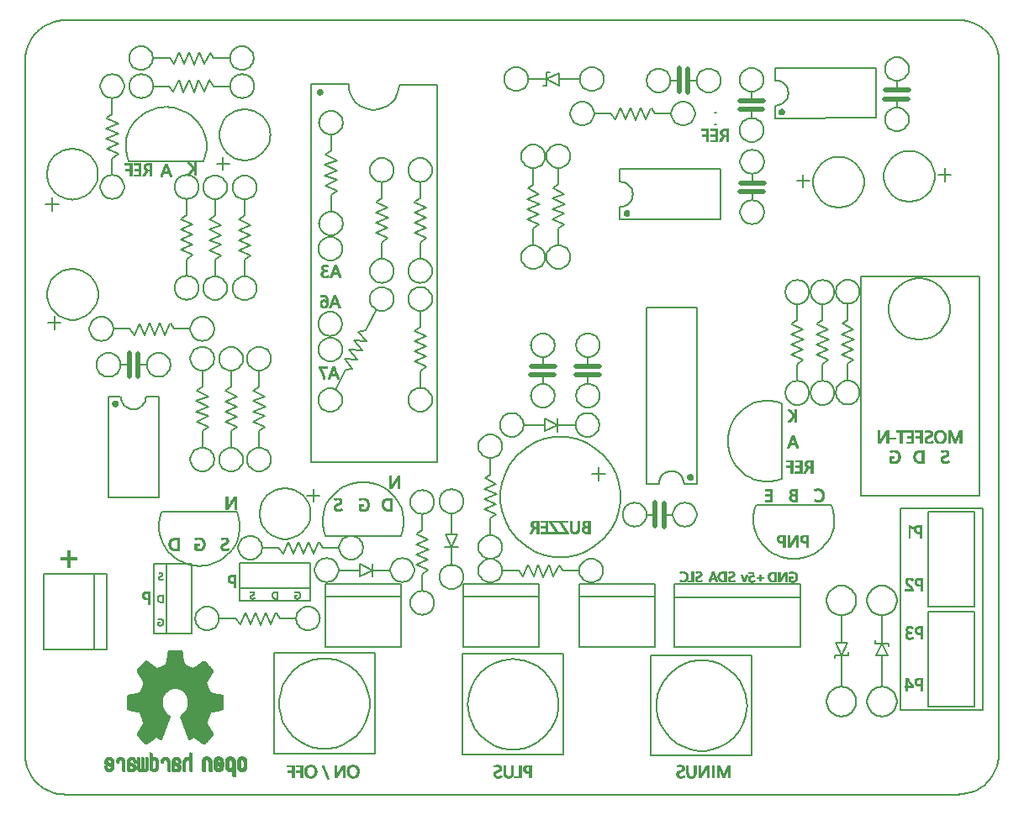
<source format=gbr>
G04 PROTEUS GERBER X2 FILE*
%TF.GenerationSoftware,Labcenter,Proteus,8.15-SP1-Build34318*%
%TF.CreationDate,2024-05-31T17:08:22+00:00*%
%TF.FileFunction,Legend,Bot*%
%TF.FilePolarity,Positive*%
%TF.Part,Single*%
%TF.SameCoordinates,{d94dc138-55aa-45cc-9808-558e63c1a8c6}*%
%FSLAX45Y45*%
%MOMM*%
G01*
%TA.AperFunction,Material*%
%ADD73C,0.203200*%
%TA.AperFunction,Profile*%
%ADD26C,0.203200*%
%TA.AperFunction,NonMaterial*%
%ADD34C,0.203200*%
%ADD35C,0.508000*%
%ADD33C,0.031750*%
%TD.AperFunction*%
D73*
X+2783558Y-3422306D02*
X+2783154Y-3412462D01*
X+2779867Y-3392773D01*
X+2772998Y-3373084D01*
X+2761799Y-3353395D01*
X+2744664Y-3333865D01*
X+2724975Y-3319214D01*
X+2705286Y-3309795D01*
X+2685597Y-3304347D01*
X+2665908Y-3302329D01*
X+2663558Y-3302306D01*
X+2543558Y-3422306D02*
X+2543962Y-3412462D01*
X+2547249Y-3392773D01*
X+2554118Y-3373084D01*
X+2565317Y-3353395D01*
X+2582452Y-3333865D01*
X+2602141Y-3319214D01*
X+2621830Y-3309795D01*
X+2641519Y-3304347D01*
X+2661208Y-3302329D01*
X+2663558Y-3302306D01*
X+2543558Y-3422306D02*
X+2543962Y-3432150D01*
X+2547249Y-3451839D01*
X+2554118Y-3471528D01*
X+2565317Y-3491217D01*
X+2582452Y-3510747D01*
X+2602141Y-3525398D01*
X+2621830Y-3534817D01*
X+2641519Y-3540265D01*
X+2661208Y-3542283D01*
X+2663558Y-3542306D01*
X+2783558Y-3422306D02*
X+2783154Y-3432150D01*
X+2779867Y-3451839D01*
X+2772998Y-3471528D01*
X+2761799Y-3491217D01*
X+2744664Y-3510747D01*
X+2724975Y-3525398D01*
X+2705286Y-3534817D01*
X+2685597Y-3540265D01*
X+2665908Y-3542283D01*
X+2663558Y-3542306D01*
X+3302469Y-2403885D02*
X+3302065Y-2394041D01*
X+3298778Y-2374352D01*
X+3291909Y-2354663D01*
X+3280710Y-2334974D01*
X+3263575Y-2315444D01*
X+3243886Y-2300793D01*
X+3224197Y-2291374D01*
X+3204508Y-2285926D01*
X+3184819Y-2283908D01*
X+3182469Y-2283885D01*
X+3062469Y-2403885D02*
X+3062873Y-2394041D01*
X+3066160Y-2374352D01*
X+3073029Y-2354663D01*
X+3084228Y-2334974D01*
X+3101363Y-2315444D01*
X+3121052Y-2300793D01*
X+3140741Y-2291374D01*
X+3160430Y-2285926D01*
X+3180119Y-2283908D01*
X+3182469Y-2283885D01*
X+3062469Y-2403885D02*
X+3062873Y-2413729D01*
X+3066160Y-2433418D01*
X+3073029Y-2453107D01*
X+3084228Y-2472796D01*
X+3101363Y-2492326D01*
X+3121052Y-2506977D01*
X+3140741Y-2516396D01*
X+3160430Y-2521844D01*
X+3180119Y-2523862D01*
X+3182469Y-2523885D01*
X+3302469Y-2403885D02*
X+3302065Y-2413729D01*
X+3298778Y-2433418D01*
X+3291909Y-2453107D01*
X+3280710Y-2472796D01*
X+3263575Y-2492326D01*
X+3243886Y-2506977D01*
X+3224197Y-2516396D01*
X+3204508Y-2521844D01*
X+3184819Y-2523862D01*
X+3182469Y-2523885D01*
X+3128272Y-2510254D02*
X+3022183Y-2718464D01*
X+2717755Y-3315937D02*
X+2819231Y-3116780D01*
X+2884054Y-3107048D02*
X+2819231Y-3116780D01*
X+2887471Y-3105938D02*
X+2808735Y-3003104D01*
X+2939276Y-3015455D01*
X+2852597Y-2911425D01*
X+2986554Y-2922666D01*
X+2899832Y-2824315D01*
X+3030417Y-2830986D01*
X+2947111Y-2731526D01*
X+3022183Y-2718464D01*
X+6551410Y-526253D02*
X+6531410Y-526253D01*
X+6551410Y-646253D02*
X+6531410Y-646253D01*
D26*
X+8987180Y-7395540D02*
X+9029680Y-7393475D01*
X+9070795Y-7387403D01*
X+9110337Y-7377513D01*
X+9148120Y-7363991D01*
X+9183956Y-7347024D01*
X+9217658Y-7326801D01*
X+9249038Y-7303507D01*
X+9277910Y-7277330D01*
X+9304087Y-7248458D01*
X+9327381Y-7217078D01*
X+9347604Y-7183376D01*
X+9364571Y-7147540D01*
X+9378093Y-7109757D01*
X+9387983Y-7070215D01*
X+9394055Y-7029100D01*
X+9396120Y-6986600D01*
X+9396120Y-2540D02*
X+9394031Y+39696D01*
X+9387902Y+80556D01*
X+9377935Y+119853D01*
X+9364335Y+157401D01*
X+9347307Y+193014D01*
X+9327054Y+226506D01*
X+9277692Y+286385D01*
X+9217882Y+335548D01*
X+9184570Y+355646D01*
X+9149258Y+372507D01*
X+9112151Y+385945D01*
X+9073453Y+395774D01*
X+9033368Y+401807D01*
X+8992100Y+403860D01*
X+5080Y+403860D02*
X-37684Y+401820D01*
X-79054Y+395824D01*
X-118842Y+386057D01*
X-156860Y+372703D01*
X-192918Y+355947D01*
X-226829Y+335975D01*
X-287456Y+287119D01*
X-313795Y+258606D01*
X-337234Y+227615D01*
X-357583Y+194332D01*
X-374655Y+158941D01*
X-388261Y+121627D01*
X-398213Y+82576D01*
X-404322Y+41972D01*
X-406400Y+0D01*
X-406400Y-6996920D02*
X-404310Y-7039069D01*
X-398172Y-7079686D01*
X-388182Y-7118611D01*
X-374538Y-7155684D01*
X-357437Y-7190746D01*
X-337075Y-7223638D01*
X-313649Y-7254200D01*
X-287357Y-7282272D01*
X-226961Y-7330309D01*
X-157462Y-7366474D01*
X-119792Y-7379705D01*
X-80437Y-7389489D01*
X-39594Y-7395668D01*
X+2540Y-7398080D01*
X-7620Y+403860D02*
X+8992260Y+403860D01*
X+9396120Y+5080D02*
X+9396760Y-6996980D01*
X+8999880Y-7398080D02*
X-5080Y-7398080D01*
X-406400Y-7010000D02*
X-406400Y-2540D01*
D34*
X+3709680Y-4450080D02*
X+3709276Y-4440236D01*
X+3705989Y-4420547D01*
X+3699120Y-4400858D01*
X+3687921Y-4381169D01*
X+3670786Y-4361639D01*
X+3651097Y-4346988D01*
X+3631408Y-4337569D01*
X+3611719Y-4332121D01*
X+3592030Y-4330103D01*
X+3589680Y-4330080D01*
X+3469680Y-4450080D02*
X+3470084Y-4440236D01*
X+3473371Y-4420547D01*
X+3480240Y-4400858D01*
X+3491439Y-4381169D01*
X+3508574Y-4361639D01*
X+3528263Y-4346988D01*
X+3547952Y-4337569D01*
X+3567641Y-4332121D01*
X+3587330Y-4330103D01*
X+3589680Y-4330080D01*
X+3469680Y-4450080D02*
X+3470084Y-4459924D01*
X+3473371Y-4479613D01*
X+3480240Y-4499302D01*
X+3491439Y-4518991D01*
X+3508574Y-4538521D01*
X+3528263Y-4553172D01*
X+3547952Y-4562591D01*
X+3567641Y-4568039D01*
X+3587330Y-4570057D01*
X+3589680Y-4570080D01*
X+3709680Y-4450080D02*
X+3709276Y-4459924D01*
X+3705989Y-4479613D01*
X+3699120Y-4499302D01*
X+3687921Y-4518991D01*
X+3670786Y-4538521D01*
X+3651097Y-4553172D01*
X+3631408Y-4562591D01*
X+3611719Y-4568039D01*
X+3592030Y-4570057D01*
X+3589680Y-4570080D01*
X+3709680Y-5466080D02*
X+3709276Y-5456236D01*
X+3705989Y-5436547D01*
X+3699120Y-5416858D01*
X+3687921Y-5397169D01*
X+3670786Y-5377639D01*
X+3651097Y-5362988D01*
X+3631408Y-5353569D01*
X+3611719Y-5348121D01*
X+3592030Y-5346103D01*
X+3589680Y-5346080D01*
X+3469680Y-5466080D02*
X+3470084Y-5456236D01*
X+3473371Y-5436547D01*
X+3480240Y-5416858D01*
X+3491439Y-5397169D01*
X+3508574Y-5377639D01*
X+3528263Y-5362988D01*
X+3547952Y-5353569D01*
X+3567641Y-5348121D01*
X+3587330Y-5346103D01*
X+3589680Y-5346080D01*
X+3469680Y-5466080D02*
X+3470084Y-5475924D01*
X+3473371Y-5495613D01*
X+3480240Y-5515302D01*
X+3491439Y-5534991D01*
X+3508574Y-5554521D01*
X+3528263Y-5569172D01*
X+3547952Y-5578591D01*
X+3567641Y-5584039D01*
X+3587330Y-5586057D01*
X+3589680Y-5586080D01*
X+3709680Y-5466080D02*
X+3709276Y-5475924D01*
X+3705989Y-5495613D01*
X+3699120Y-5515302D01*
X+3687921Y-5534991D01*
X+3670786Y-5554521D01*
X+3651097Y-5569172D01*
X+3631408Y-5578591D01*
X+3611719Y-5584039D01*
X+3592030Y-5586057D01*
X+3589680Y-5586080D01*
X+3589680Y-5344160D02*
X+3589680Y-5179060D01*
X+3589680Y-4574540D02*
X+3589680Y-4732020D01*
X+3536340Y-4770120D02*
X+3589680Y-4732020D01*
X+3533800Y-4772660D02*
X+3650640Y-4828540D01*
X+3528720Y-4876800D01*
X+3653180Y-4930140D01*
X+3528720Y-4980940D01*
X+3650640Y-5029200D01*
X+3531260Y-5082540D01*
X+3650640Y-5133340D01*
X+3589680Y-5179060D01*
X+4395480Y-3888740D02*
X+4395076Y-3878896D01*
X+4391789Y-3859207D01*
X+4384920Y-3839518D01*
X+4373721Y-3819829D01*
X+4356586Y-3800299D01*
X+4336897Y-3785648D01*
X+4317208Y-3776229D01*
X+4297519Y-3770781D01*
X+4277830Y-3768763D01*
X+4275480Y-3768740D01*
X+4155480Y-3888740D02*
X+4155884Y-3878896D01*
X+4159171Y-3859207D01*
X+4166040Y-3839518D01*
X+4177239Y-3819829D01*
X+4194374Y-3800299D01*
X+4214063Y-3785648D01*
X+4233752Y-3776229D01*
X+4253441Y-3770781D01*
X+4273130Y-3768763D01*
X+4275480Y-3768740D01*
X+4155480Y-3888740D02*
X+4155884Y-3898584D01*
X+4159171Y-3918273D01*
X+4166040Y-3937962D01*
X+4177239Y-3957651D01*
X+4194374Y-3977181D01*
X+4214063Y-3991832D01*
X+4233752Y-4001251D01*
X+4253441Y-4006699D01*
X+4273130Y-4008717D01*
X+4275480Y-4008740D01*
X+4395480Y-3888740D02*
X+4395076Y-3898584D01*
X+4391789Y-3918273D01*
X+4384920Y-3937962D01*
X+4373721Y-3957651D01*
X+4356586Y-3977181D01*
X+4336897Y-3991832D01*
X+4317208Y-4001251D01*
X+4297519Y-4006699D01*
X+4277830Y-4008717D01*
X+4275480Y-4008740D01*
X+4395480Y-4904740D02*
X+4395076Y-4894896D01*
X+4391789Y-4875207D01*
X+4384920Y-4855518D01*
X+4373721Y-4835829D01*
X+4356586Y-4816299D01*
X+4336897Y-4801648D01*
X+4317208Y-4792229D01*
X+4297519Y-4786781D01*
X+4277830Y-4784763D01*
X+4275480Y-4784740D01*
X+4155480Y-4904740D02*
X+4155884Y-4894896D01*
X+4159171Y-4875207D01*
X+4166040Y-4855518D01*
X+4177239Y-4835829D01*
X+4194374Y-4816299D01*
X+4214063Y-4801648D01*
X+4233752Y-4792229D01*
X+4253441Y-4786781D01*
X+4273130Y-4784763D01*
X+4275480Y-4784740D01*
X+4155480Y-4904740D02*
X+4155884Y-4914584D01*
X+4159171Y-4934273D01*
X+4166040Y-4953962D01*
X+4177239Y-4973651D01*
X+4194374Y-4993181D01*
X+4214063Y-5007832D01*
X+4233752Y-5017251D01*
X+4253441Y-5022699D01*
X+4273130Y-5024717D01*
X+4275480Y-5024740D01*
X+4395480Y-4904740D02*
X+4395076Y-4914584D01*
X+4391789Y-4934273D01*
X+4384920Y-4953962D01*
X+4373721Y-4973651D01*
X+4356586Y-4993181D01*
X+4336897Y-5007832D01*
X+4317208Y-5017251D01*
X+4297519Y-5022699D01*
X+4277830Y-5024717D01*
X+4275480Y-5024740D01*
X+4275480Y-4782820D02*
X+4275480Y-4617720D01*
X+4275480Y-4013200D02*
X+4275480Y-4170680D01*
X+4222140Y-4208780D02*
X+4275480Y-4170680D01*
X+4219600Y-4211320D02*
X+4336440Y-4267200D01*
X+4214520Y-4315460D01*
X+4338980Y-4368800D01*
X+4214520Y-4419600D01*
X+4336440Y-4467860D01*
X+4217060Y-4521200D01*
X+4336440Y-4572000D01*
X+4275480Y-4617720D01*
X+3689360Y-2402840D02*
X+3688956Y-2392996D01*
X+3685669Y-2373307D01*
X+3678800Y-2353618D01*
X+3667601Y-2333929D01*
X+3650466Y-2314399D01*
X+3630777Y-2299748D01*
X+3611088Y-2290329D01*
X+3591399Y-2284881D01*
X+3571710Y-2282863D01*
X+3569360Y-2282840D01*
X+3449360Y-2402840D02*
X+3449764Y-2392996D01*
X+3453051Y-2373307D01*
X+3459920Y-2353618D01*
X+3471119Y-2333929D01*
X+3488254Y-2314399D01*
X+3507943Y-2299748D01*
X+3527632Y-2290329D01*
X+3547321Y-2284881D01*
X+3567010Y-2282863D01*
X+3569360Y-2282840D01*
X+3449360Y-2402840D02*
X+3449764Y-2412684D01*
X+3453051Y-2432373D01*
X+3459920Y-2452062D01*
X+3471119Y-2471751D01*
X+3488254Y-2491281D01*
X+3507943Y-2505932D01*
X+3527632Y-2515351D01*
X+3547321Y-2520799D01*
X+3567010Y-2522817D01*
X+3569360Y-2522840D01*
X+3689360Y-2402840D02*
X+3688956Y-2412684D01*
X+3685669Y-2432373D01*
X+3678800Y-2452062D01*
X+3667601Y-2471751D01*
X+3650466Y-2491281D01*
X+3630777Y-2505932D01*
X+3611088Y-2515351D01*
X+3591399Y-2520799D01*
X+3571710Y-2522817D01*
X+3569360Y-2522840D01*
X+3689360Y-3418840D02*
X+3688956Y-3408996D01*
X+3685669Y-3389307D01*
X+3678800Y-3369618D01*
X+3667601Y-3349929D01*
X+3650466Y-3330399D01*
X+3630777Y-3315748D01*
X+3611088Y-3306329D01*
X+3591399Y-3300881D01*
X+3571710Y-3298863D01*
X+3569360Y-3298840D01*
X+3449360Y-3418840D02*
X+3449764Y-3408996D01*
X+3453051Y-3389307D01*
X+3459920Y-3369618D01*
X+3471119Y-3349929D01*
X+3488254Y-3330399D01*
X+3507943Y-3315748D01*
X+3527632Y-3306329D01*
X+3547321Y-3300881D01*
X+3567010Y-3298863D01*
X+3569360Y-3298840D01*
X+3449360Y-3418840D02*
X+3449764Y-3428684D01*
X+3453051Y-3448373D01*
X+3459920Y-3468062D01*
X+3471119Y-3487751D01*
X+3488254Y-3507281D01*
X+3507943Y-3521932D01*
X+3527632Y-3531351D01*
X+3547321Y-3536799D01*
X+3567010Y-3538817D01*
X+3569360Y-3538840D01*
X+3689360Y-3418840D02*
X+3688956Y-3428684D01*
X+3685669Y-3448373D01*
X+3678800Y-3468062D01*
X+3667601Y-3487751D01*
X+3650466Y-3507281D01*
X+3630777Y-3521932D01*
X+3611088Y-3531351D01*
X+3591399Y-3536799D01*
X+3571710Y-3538817D01*
X+3569360Y-3538840D01*
X+3569360Y-3296920D02*
X+3569360Y-3131820D01*
X+3569360Y-2527300D02*
X+3569360Y-2684780D01*
X+3516020Y-2722880D02*
X+3569360Y-2684780D01*
X+3513480Y-2725420D02*
X+3630320Y-2781300D01*
X+3508400Y-2829560D01*
X+3632860Y-2882900D01*
X+3508400Y-2933700D01*
X+3630320Y-2981960D01*
X+3510940Y-3035300D01*
X+3630320Y-3086100D01*
X+3569360Y-3131820D01*
X+3303280Y-1104900D02*
X+3302876Y-1095056D01*
X+3299589Y-1075367D01*
X+3292720Y-1055678D01*
X+3281521Y-1035989D01*
X+3264386Y-1016459D01*
X+3244697Y-1001808D01*
X+3225008Y-992389D01*
X+3205319Y-986941D01*
X+3185630Y-984923D01*
X+3183280Y-984900D01*
X+3063280Y-1104900D02*
X+3063684Y-1095056D01*
X+3066971Y-1075367D01*
X+3073840Y-1055678D01*
X+3085039Y-1035989D01*
X+3102174Y-1016459D01*
X+3121863Y-1001808D01*
X+3141552Y-992389D01*
X+3161241Y-986941D01*
X+3180930Y-984923D01*
X+3183280Y-984900D01*
X+3063280Y-1104900D02*
X+3063684Y-1114744D01*
X+3066971Y-1134433D01*
X+3073840Y-1154122D01*
X+3085039Y-1173811D01*
X+3102174Y-1193341D01*
X+3121863Y-1207992D01*
X+3141552Y-1217411D01*
X+3161241Y-1222859D01*
X+3180930Y-1224877D01*
X+3183280Y-1224900D01*
X+3303280Y-1104900D02*
X+3302876Y-1114744D01*
X+3299589Y-1134433D01*
X+3292720Y-1154122D01*
X+3281521Y-1173811D01*
X+3264386Y-1193341D01*
X+3244697Y-1207992D01*
X+3225008Y-1217411D01*
X+3205319Y-1222859D01*
X+3185630Y-1224877D01*
X+3183280Y-1224900D01*
X+3303280Y-2120900D02*
X+3302876Y-2111056D01*
X+3299589Y-2091367D01*
X+3292720Y-2071678D01*
X+3281521Y-2051989D01*
X+3264386Y-2032459D01*
X+3244697Y-2017808D01*
X+3225008Y-2008389D01*
X+3205319Y-2002941D01*
X+3185630Y-2000923D01*
X+3183280Y-2000900D01*
X+3063280Y-2120900D02*
X+3063684Y-2111056D01*
X+3066971Y-2091367D01*
X+3073840Y-2071678D01*
X+3085039Y-2051989D01*
X+3102174Y-2032459D01*
X+3121863Y-2017808D01*
X+3141552Y-2008389D01*
X+3161241Y-2002941D01*
X+3180930Y-2000923D01*
X+3183280Y-2000900D01*
X+3063280Y-2120900D02*
X+3063684Y-2130744D01*
X+3066971Y-2150433D01*
X+3073840Y-2170122D01*
X+3085039Y-2189811D01*
X+3102174Y-2209341D01*
X+3121863Y-2223992D01*
X+3141552Y-2233411D01*
X+3161241Y-2238859D01*
X+3180930Y-2240877D01*
X+3183280Y-2240900D01*
X+3303280Y-2120900D02*
X+3302876Y-2130744D01*
X+3299589Y-2150433D01*
X+3292720Y-2170122D01*
X+3281521Y-2189811D01*
X+3264386Y-2209341D01*
X+3244697Y-2223992D01*
X+3225008Y-2233411D01*
X+3205319Y-2238859D01*
X+3185630Y-2240877D01*
X+3183280Y-2240900D01*
X+3183280Y-1998980D02*
X+3183280Y-1833880D01*
X+3183280Y-1229360D02*
X+3183280Y-1386840D01*
X+3129940Y-1424940D02*
X+3183280Y-1386840D01*
X+3127400Y-1427480D02*
X+3244240Y-1483360D01*
X+3122320Y-1531620D01*
X+3246780Y-1584960D01*
X+3122320Y-1635760D01*
X+3244240Y-1684020D01*
X+3124860Y-1737360D01*
X+3244240Y-1788160D01*
X+3183280Y-1833880D01*
X+3689360Y-1104900D02*
X+3688956Y-1095056D01*
X+3685669Y-1075367D01*
X+3678800Y-1055678D01*
X+3667601Y-1035989D01*
X+3650466Y-1016459D01*
X+3630777Y-1001808D01*
X+3611088Y-992389D01*
X+3591399Y-986941D01*
X+3571710Y-984923D01*
X+3569360Y-984900D01*
X+3449360Y-1104900D02*
X+3449764Y-1095056D01*
X+3453051Y-1075367D01*
X+3459920Y-1055678D01*
X+3471119Y-1035989D01*
X+3488254Y-1016459D01*
X+3507943Y-1001808D01*
X+3527632Y-992389D01*
X+3547321Y-986941D01*
X+3567010Y-984923D01*
X+3569360Y-984900D01*
X+3449360Y-1104900D02*
X+3449764Y-1114744D01*
X+3453051Y-1134433D01*
X+3459920Y-1154122D01*
X+3471119Y-1173811D01*
X+3488254Y-1193341D01*
X+3507943Y-1207992D01*
X+3527632Y-1217411D01*
X+3547321Y-1222859D01*
X+3567010Y-1224877D01*
X+3569360Y-1224900D01*
X+3689360Y-1104900D02*
X+3688956Y-1114744D01*
X+3685669Y-1134433D01*
X+3678800Y-1154122D01*
X+3667601Y-1173811D01*
X+3650466Y-1193341D01*
X+3630777Y-1207992D01*
X+3611088Y-1217411D01*
X+3591399Y-1222859D01*
X+3571710Y-1224877D01*
X+3569360Y-1224900D01*
X+3689360Y-2120900D02*
X+3688956Y-2111056D01*
X+3685669Y-2091367D01*
X+3678800Y-2071678D01*
X+3667601Y-2051989D01*
X+3650466Y-2032459D01*
X+3630777Y-2017808D01*
X+3611088Y-2008389D01*
X+3591399Y-2002941D01*
X+3571710Y-2000923D01*
X+3569360Y-2000900D01*
X+3449360Y-2120900D02*
X+3449764Y-2111056D01*
X+3453051Y-2091367D01*
X+3459920Y-2071678D01*
X+3471119Y-2051989D01*
X+3488254Y-2032459D01*
X+3507943Y-2017808D01*
X+3527632Y-2008389D01*
X+3547321Y-2002941D01*
X+3567010Y-2000923D01*
X+3569360Y-2000900D01*
X+3449360Y-2120900D02*
X+3449764Y-2130744D01*
X+3453051Y-2150433D01*
X+3459920Y-2170122D01*
X+3471119Y-2189811D01*
X+3488254Y-2209341D01*
X+3507943Y-2223992D01*
X+3527632Y-2233411D01*
X+3547321Y-2238859D01*
X+3567010Y-2240877D01*
X+3569360Y-2240900D01*
X+3689360Y-2120900D02*
X+3688956Y-2130744D01*
X+3685669Y-2150433D01*
X+3678800Y-2170122D01*
X+3667601Y-2189811D01*
X+3650466Y-2209341D01*
X+3630777Y-2223992D01*
X+3611088Y-2233411D01*
X+3591399Y-2238859D01*
X+3571710Y-2240877D01*
X+3569360Y-2240900D01*
X+3569360Y-1998980D02*
X+3569360Y-1833880D01*
X+3569360Y-1229360D02*
X+3569360Y-1386840D01*
X+3516020Y-1424940D02*
X+3569360Y-1386840D01*
X+3513480Y-1427480D02*
X+3630320Y-1483360D01*
X+3508400Y-1531620D01*
X+3632860Y-1584960D01*
X+3508400Y-1635760D01*
X+3630320Y-1684020D01*
X+3510940Y-1737360D01*
X+3630320Y-1788160D01*
X+3569360Y-1833880D01*
X+1624340Y-1277620D02*
X+1623936Y-1267776D01*
X+1620649Y-1248087D01*
X+1613780Y-1228398D01*
X+1602581Y-1208709D01*
X+1585446Y-1189179D01*
X+1565757Y-1174528D01*
X+1546068Y-1165109D01*
X+1526379Y-1159661D01*
X+1506690Y-1157643D01*
X+1504340Y-1157620D01*
X+1384340Y-1277620D02*
X+1384744Y-1267776D01*
X+1388031Y-1248087D01*
X+1394900Y-1228398D01*
X+1406099Y-1208709D01*
X+1423234Y-1189179D01*
X+1442923Y-1174528D01*
X+1462612Y-1165109D01*
X+1482301Y-1159661D01*
X+1501990Y-1157643D01*
X+1504340Y-1157620D01*
X+1384340Y-1277620D02*
X+1384744Y-1287464D01*
X+1388031Y-1307153D01*
X+1394900Y-1326842D01*
X+1406099Y-1346531D01*
X+1423234Y-1366061D01*
X+1442923Y-1380712D01*
X+1462612Y-1390131D01*
X+1482301Y-1395579D01*
X+1501990Y-1397597D01*
X+1504340Y-1397620D01*
X+1624340Y-1277620D02*
X+1623936Y-1287464D01*
X+1620649Y-1307153D01*
X+1613780Y-1326842D01*
X+1602581Y-1346531D01*
X+1585446Y-1366061D01*
X+1565757Y-1380712D01*
X+1546068Y-1390131D01*
X+1526379Y-1395579D01*
X+1506690Y-1397597D01*
X+1504340Y-1397620D01*
X+1624340Y-2293620D02*
X+1623936Y-2283776D01*
X+1620649Y-2264087D01*
X+1613780Y-2244398D01*
X+1602581Y-2224709D01*
X+1585446Y-2205179D01*
X+1565757Y-2190528D01*
X+1546068Y-2181109D01*
X+1526379Y-2175661D01*
X+1506690Y-2173643D01*
X+1504340Y-2173620D01*
X+1384340Y-2293620D02*
X+1384744Y-2283776D01*
X+1388031Y-2264087D01*
X+1394900Y-2244398D01*
X+1406099Y-2224709D01*
X+1423234Y-2205179D01*
X+1442923Y-2190528D01*
X+1462612Y-2181109D01*
X+1482301Y-2175661D01*
X+1501990Y-2173643D01*
X+1504340Y-2173620D01*
X+1384340Y-2293620D02*
X+1384744Y-2303464D01*
X+1388031Y-2323153D01*
X+1394900Y-2342842D01*
X+1406099Y-2362531D01*
X+1423234Y-2382061D01*
X+1442923Y-2396712D01*
X+1462612Y-2406131D01*
X+1482301Y-2411579D01*
X+1501990Y-2413597D01*
X+1504340Y-2413620D01*
X+1624340Y-2293620D02*
X+1623936Y-2303464D01*
X+1620649Y-2323153D01*
X+1613780Y-2342842D01*
X+1602581Y-2362531D01*
X+1585446Y-2382061D01*
X+1565757Y-2396712D01*
X+1546068Y-2406131D01*
X+1526379Y-2411579D01*
X+1506690Y-2413597D01*
X+1504340Y-2413620D01*
X+1504340Y-2171700D02*
X+1504340Y-2006600D01*
X+1504340Y-1402080D02*
X+1504340Y-1559560D01*
X+1451000Y-1597660D02*
X+1504340Y-1559560D01*
X+1448460Y-1600200D02*
X+1565300Y-1656080D01*
X+1443380Y-1704340D01*
X+1567840Y-1757680D01*
X+1443380Y-1808480D01*
X+1565300Y-1856740D01*
X+1445920Y-1910080D01*
X+1565300Y-1960880D01*
X+1504340Y-2006600D01*
X+1337320Y-1275080D02*
X+1336916Y-1265236D01*
X+1333629Y-1245547D01*
X+1326760Y-1225858D01*
X+1315561Y-1206169D01*
X+1298426Y-1186639D01*
X+1278737Y-1171988D01*
X+1259048Y-1162569D01*
X+1239359Y-1157121D01*
X+1219670Y-1155103D01*
X+1217320Y-1155080D01*
X+1097320Y-1275080D02*
X+1097724Y-1265236D01*
X+1101011Y-1245547D01*
X+1107880Y-1225858D01*
X+1119079Y-1206169D01*
X+1136214Y-1186639D01*
X+1155903Y-1171988D01*
X+1175592Y-1162569D01*
X+1195281Y-1157121D01*
X+1214970Y-1155103D01*
X+1217320Y-1155080D01*
X+1097320Y-1275080D02*
X+1097724Y-1284924D01*
X+1101011Y-1304613D01*
X+1107880Y-1324302D01*
X+1119079Y-1343991D01*
X+1136214Y-1363521D01*
X+1155903Y-1378172D01*
X+1175592Y-1387591D01*
X+1195281Y-1393039D01*
X+1214970Y-1395057D01*
X+1217320Y-1395080D01*
X+1337320Y-1275080D02*
X+1336916Y-1284924D01*
X+1333629Y-1304613D01*
X+1326760Y-1324302D01*
X+1315561Y-1343991D01*
X+1298426Y-1363521D01*
X+1278737Y-1378172D01*
X+1259048Y-1387591D01*
X+1239359Y-1393039D01*
X+1219670Y-1395057D01*
X+1217320Y-1395080D01*
X+1337320Y-2291080D02*
X+1336916Y-2281236D01*
X+1333629Y-2261547D01*
X+1326760Y-2241858D01*
X+1315561Y-2222169D01*
X+1298426Y-2202639D01*
X+1278737Y-2187988D01*
X+1259048Y-2178569D01*
X+1239359Y-2173121D01*
X+1219670Y-2171103D01*
X+1217320Y-2171080D01*
X+1097320Y-2291080D02*
X+1097724Y-2281236D01*
X+1101011Y-2261547D01*
X+1107880Y-2241858D01*
X+1119079Y-2222169D01*
X+1136214Y-2202639D01*
X+1155903Y-2187988D01*
X+1175592Y-2178569D01*
X+1195281Y-2173121D01*
X+1214970Y-2171103D01*
X+1217320Y-2171080D01*
X+1097320Y-2291080D02*
X+1097724Y-2300924D01*
X+1101011Y-2320613D01*
X+1107880Y-2340302D01*
X+1119079Y-2359991D01*
X+1136214Y-2379521D01*
X+1155903Y-2394172D01*
X+1175592Y-2403591D01*
X+1195281Y-2409039D01*
X+1214970Y-2411057D01*
X+1217320Y-2411080D01*
X+1337320Y-2291080D02*
X+1336916Y-2300924D01*
X+1333629Y-2320613D01*
X+1326760Y-2340302D01*
X+1315561Y-2359991D01*
X+1298426Y-2379521D01*
X+1278737Y-2394172D01*
X+1259048Y-2403591D01*
X+1239359Y-2409039D01*
X+1219670Y-2411057D01*
X+1217320Y-2411080D01*
X+1217320Y-2169160D02*
X+1217320Y-2004060D01*
X+1217320Y-1399540D02*
X+1217320Y-1557020D01*
X+1163980Y-1595120D02*
X+1217320Y-1557020D01*
X+1161440Y-1597660D02*
X+1278280Y-1653540D01*
X+1156360Y-1701800D01*
X+1280820Y-1755140D01*
X+1156360Y-1805940D01*
X+1278280Y-1854200D01*
X+1158900Y-1907540D01*
X+1278280Y-1958340D01*
X+1217320Y-2004060D01*
X+588020Y-259080D02*
X+587616Y-249236D01*
X+584329Y-229547D01*
X+577460Y-209858D01*
X+566261Y-190169D01*
X+549126Y-170639D01*
X+529437Y-155988D01*
X+509748Y-146569D01*
X+490059Y-141121D01*
X+470370Y-139103D01*
X+468020Y-139080D01*
X+348020Y-259080D02*
X+348424Y-249236D01*
X+351711Y-229547D01*
X+358580Y-209858D01*
X+369779Y-190169D01*
X+386914Y-170639D01*
X+406603Y-155988D01*
X+426292Y-146569D01*
X+445981Y-141121D01*
X+465670Y-139103D01*
X+468020Y-139080D01*
X+348020Y-259080D02*
X+348424Y-268924D01*
X+351711Y-288613D01*
X+358580Y-308302D01*
X+369779Y-327991D01*
X+386914Y-347521D01*
X+406603Y-362172D01*
X+426292Y-371591D01*
X+445981Y-377039D01*
X+465670Y-379057D01*
X+468020Y-379080D01*
X+588020Y-259080D02*
X+587616Y-268924D01*
X+584329Y-288613D01*
X+577460Y-308302D01*
X+566261Y-327991D01*
X+549126Y-347521D01*
X+529437Y-362172D01*
X+509748Y-371591D01*
X+490059Y-377039D01*
X+470370Y-379057D01*
X+468020Y-379080D01*
X+588020Y-1275080D02*
X+587616Y-1265236D01*
X+584329Y-1245547D01*
X+577460Y-1225858D01*
X+566261Y-1206169D01*
X+549126Y-1186639D01*
X+529437Y-1171988D01*
X+509748Y-1162569D01*
X+490059Y-1157121D01*
X+470370Y-1155103D01*
X+468020Y-1155080D01*
X+348020Y-1275080D02*
X+348424Y-1265236D01*
X+351711Y-1245547D01*
X+358580Y-1225858D01*
X+369779Y-1206169D01*
X+386914Y-1186639D01*
X+406603Y-1171988D01*
X+426292Y-1162569D01*
X+445981Y-1157121D01*
X+465670Y-1155103D01*
X+468020Y-1155080D01*
X+348020Y-1275080D02*
X+348424Y-1284924D01*
X+351711Y-1304613D01*
X+358580Y-1324302D01*
X+369779Y-1343991D01*
X+386914Y-1363521D01*
X+406603Y-1378172D01*
X+426292Y-1387591D01*
X+445981Y-1393039D01*
X+465670Y-1395057D01*
X+468020Y-1395080D01*
X+588020Y-1275080D02*
X+587616Y-1284924D01*
X+584329Y-1304613D01*
X+577460Y-1324302D01*
X+566261Y-1343991D01*
X+549126Y-1363521D01*
X+529437Y-1378172D01*
X+509748Y-1387591D01*
X+490059Y-1393039D01*
X+470370Y-1395057D01*
X+468020Y-1395080D01*
X+468020Y-1153160D02*
X+468020Y-988060D01*
X+468020Y-383540D02*
X+468020Y-541020D01*
X+414680Y-579120D02*
X+468020Y-541020D01*
X+412140Y-581660D02*
X+528980Y-637540D01*
X+407060Y-685800D01*
X+531520Y-739140D01*
X+407060Y-789940D01*
X+528980Y-838200D01*
X+409600Y-891540D01*
X+528980Y-942340D01*
X+468020Y-988060D01*
X+2066300Y-3004820D02*
X+2065896Y-2994976D01*
X+2062609Y-2975287D01*
X+2055740Y-2955598D01*
X+2044541Y-2935909D01*
X+2027406Y-2916379D01*
X+2007717Y-2901728D01*
X+1988028Y-2892309D01*
X+1968339Y-2886861D01*
X+1948650Y-2884843D01*
X+1946300Y-2884820D01*
X+1826300Y-3004820D02*
X+1826704Y-2994976D01*
X+1829991Y-2975287D01*
X+1836860Y-2955598D01*
X+1848059Y-2935909D01*
X+1865194Y-2916379D01*
X+1884883Y-2901728D01*
X+1904572Y-2892309D01*
X+1924261Y-2886861D01*
X+1943950Y-2884843D01*
X+1946300Y-2884820D01*
X+1826300Y-3004820D02*
X+1826704Y-3014664D01*
X+1829991Y-3034353D01*
X+1836860Y-3054042D01*
X+1848059Y-3073731D01*
X+1865194Y-3093261D01*
X+1884883Y-3107912D01*
X+1904572Y-3117331D01*
X+1924261Y-3122779D01*
X+1943950Y-3124797D01*
X+1946300Y-3124820D01*
X+2066300Y-3004820D02*
X+2065896Y-3014664D01*
X+2062609Y-3034353D01*
X+2055740Y-3054042D01*
X+2044541Y-3073731D01*
X+2027406Y-3093261D01*
X+2007717Y-3107912D01*
X+1988028Y-3117331D01*
X+1968339Y-3122779D01*
X+1948650Y-3124797D01*
X+1946300Y-3124820D01*
X+2066300Y-4020820D02*
X+2065896Y-4010976D01*
X+2062609Y-3991287D01*
X+2055740Y-3971598D01*
X+2044541Y-3951909D01*
X+2027406Y-3932379D01*
X+2007717Y-3917728D01*
X+1988028Y-3908309D01*
X+1968339Y-3902861D01*
X+1948650Y-3900843D01*
X+1946300Y-3900820D01*
X+1826300Y-4020820D02*
X+1826704Y-4010976D01*
X+1829991Y-3991287D01*
X+1836860Y-3971598D01*
X+1848059Y-3951909D01*
X+1865194Y-3932379D01*
X+1884883Y-3917728D01*
X+1904572Y-3908309D01*
X+1924261Y-3902861D01*
X+1943950Y-3900843D01*
X+1946300Y-3900820D01*
X+1826300Y-4020820D02*
X+1826704Y-4030664D01*
X+1829991Y-4050353D01*
X+1836860Y-4070042D01*
X+1848059Y-4089731D01*
X+1865194Y-4109261D01*
X+1884883Y-4123912D01*
X+1904572Y-4133331D01*
X+1924261Y-4138779D01*
X+1943950Y-4140797D01*
X+1946300Y-4140820D01*
X+2066300Y-4020820D02*
X+2065896Y-4030664D01*
X+2062609Y-4050353D01*
X+2055740Y-4070042D01*
X+2044541Y-4089731D01*
X+2027406Y-4109261D01*
X+2007717Y-4123912D01*
X+1988028Y-4133331D01*
X+1968339Y-4138779D01*
X+1948650Y-4140797D01*
X+1946300Y-4140820D01*
X+1946300Y-3898900D02*
X+1946300Y-3733800D01*
X+1946300Y-3129280D02*
X+1946300Y-3286760D01*
X+1892960Y-3324860D02*
X+1946300Y-3286760D01*
X+1890420Y-3327400D02*
X+2007260Y-3383280D01*
X+1885340Y-3431540D01*
X+2009800Y-3484880D01*
X+1885340Y-3535680D01*
X+2007260Y-3583940D01*
X+1887880Y-3637280D01*
X+2007260Y-3688080D01*
X+1946300Y-3733800D01*
X+1784360Y-3007360D02*
X+1783956Y-2997516D01*
X+1780669Y-2977827D01*
X+1773800Y-2958138D01*
X+1762601Y-2938449D01*
X+1745466Y-2918919D01*
X+1725777Y-2904268D01*
X+1706088Y-2894849D01*
X+1686399Y-2889401D01*
X+1666710Y-2887383D01*
X+1664360Y-2887360D01*
X+1544360Y-3007360D02*
X+1544764Y-2997516D01*
X+1548051Y-2977827D01*
X+1554920Y-2958138D01*
X+1566119Y-2938449D01*
X+1583254Y-2918919D01*
X+1602943Y-2904268D01*
X+1622632Y-2894849D01*
X+1642321Y-2889401D01*
X+1662010Y-2887383D01*
X+1664360Y-2887360D01*
X+1544360Y-3007360D02*
X+1544764Y-3017204D01*
X+1548051Y-3036893D01*
X+1554920Y-3056582D01*
X+1566119Y-3076271D01*
X+1583254Y-3095801D01*
X+1602943Y-3110452D01*
X+1622632Y-3119871D01*
X+1642321Y-3125319D01*
X+1662010Y-3127337D01*
X+1664360Y-3127360D01*
X+1784360Y-3007360D02*
X+1783956Y-3017204D01*
X+1780669Y-3036893D01*
X+1773800Y-3056582D01*
X+1762601Y-3076271D01*
X+1745466Y-3095801D01*
X+1725777Y-3110452D01*
X+1706088Y-3119871D01*
X+1686399Y-3125319D01*
X+1666710Y-3127337D01*
X+1664360Y-3127360D01*
X+1784360Y-4023360D02*
X+1783956Y-4013516D01*
X+1780669Y-3993827D01*
X+1773800Y-3974138D01*
X+1762601Y-3954449D01*
X+1745466Y-3934919D01*
X+1725777Y-3920268D01*
X+1706088Y-3910849D01*
X+1686399Y-3905401D01*
X+1666710Y-3903383D01*
X+1664360Y-3903360D01*
X+1544360Y-4023360D02*
X+1544764Y-4013516D01*
X+1548051Y-3993827D01*
X+1554920Y-3974138D01*
X+1566119Y-3954449D01*
X+1583254Y-3934919D01*
X+1602943Y-3920268D01*
X+1622632Y-3910849D01*
X+1642321Y-3905401D01*
X+1662010Y-3903383D01*
X+1664360Y-3903360D01*
X+1544360Y-4023360D02*
X+1544764Y-4033204D01*
X+1548051Y-4052893D01*
X+1554920Y-4072582D01*
X+1566119Y-4092271D01*
X+1583254Y-4111801D01*
X+1602943Y-4126452D01*
X+1622632Y-4135871D01*
X+1642321Y-4141319D01*
X+1662010Y-4143337D01*
X+1664360Y-4143360D01*
X+1784360Y-4023360D02*
X+1783956Y-4033204D01*
X+1780669Y-4052893D01*
X+1773800Y-4072582D01*
X+1762601Y-4092271D01*
X+1745466Y-4111801D01*
X+1725777Y-4126452D01*
X+1706088Y-4135871D01*
X+1686399Y-4141319D01*
X+1666710Y-4143337D01*
X+1664360Y-4143360D01*
X+1664360Y-3901440D02*
X+1664360Y-3736340D01*
X+1664360Y-3131820D02*
X+1664360Y-3289300D01*
X+1611020Y-3327400D02*
X+1664360Y-3289300D01*
X+1608480Y-3329940D02*
X+1725320Y-3385820D01*
X+1603400Y-3434080D01*
X+1727860Y-3487420D01*
X+1603400Y-3538220D01*
X+1725320Y-3586480D01*
X+1605940Y-3639820D01*
X+1725320Y-3690620D01*
X+1664360Y-3736340D01*
X+1494800Y-3004820D02*
X+1494396Y-2994976D01*
X+1491109Y-2975287D01*
X+1484240Y-2955598D01*
X+1473041Y-2935909D01*
X+1455906Y-2916379D01*
X+1436217Y-2901728D01*
X+1416528Y-2892309D01*
X+1396839Y-2886861D01*
X+1377150Y-2884843D01*
X+1374800Y-2884820D01*
X+1254800Y-3004820D02*
X+1255204Y-2994976D01*
X+1258491Y-2975287D01*
X+1265360Y-2955598D01*
X+1276559Y-2935909D01*
X+1293694Y-2916379D01*
X+1313383Y-2901728D01*
X+1333072Y-2892309D01*
X+1352761Y-2886861D01*
X+1372450Y-2884843D01*
X+1374800Y-2884820D01*
X+1254800Y-3004820D02*
X+1255204Y-3014664D01*
X+1258491Y-3034353D01*
X+1265360Y-3054042D01*
X+1276559Y-3073731D01*
X+1293694Y-3093261D01*
X+1313383Y-3107912D01*
X+1333072Y-3117331D01*
X+1352761Y-3122779D01*
X+1372450Y-3124797D01*
X+1374800Y-3124820D01*
X+1494800Y-3004820D02*
X+1494396Y-3014664D01*
X+1491109Y-3034353D01*
X+1484240Y-3054042D01*
X+1473041Y-3073731D01*
X+1455906Y-3093261D01*
X+1436217Y-3107912D01*
X+1416528Y-3117331D01*
X+1396839Y-3122779D01*
X+1377150Y-3124797D01*
X+1374800Y-3124820D01*
X+1494800Y-4020820D02*
X+1494396Y-4010976D01*
X+1491109Y-3991287D01*
X+1484240Y-3971598D01*
X+1473041Y-3951909D01*
X+1455906Y-3932379D01*
X+1436217Y-3917728D01*
X+1416528Y-3908309D01*
X+1396839Y-3902861D01*
X+1377150Y-3900843D01*
X+1374800Y-3900820D01*
X+1254800Y-4020820D02*
X+1255204Y-4010976D01*
X+1258491Y-3991287D01*
X+1265360Y-3971598D01*
X+1276559Y-3951909D01*
X+1293694Y-3932379D01*
X+1313383Y-3917728D01*
X+1333072Y-3908309D01*
X+1352761Y-3902861D01*
X+1372450Y-3900843D01*
X+1374800Y-3900820D01*
X+1254800Y-4020820D02*
X+1255204Y-4030664D01*
X+1258491Y-4050353D01*
X+1265360Y-4070042D01*
X+1276559Y-4089731D01*
X+1293694Y-4109261D01*
X+1313383Y-4123912D01*
X+1333072Y-4133331D01*
X+1352761Y-4138779D01*
X+1372450Y-4140797D01*
X+1374800Y-4140820D01*
X+1494800Y-4020820D02*
X+1494396Y-4030664D01*
X+1491109Y-4050353D01*
X+1484240Y-4070042D01*
X+1473041Y-4089731D01*
X+1455906Y-4109261D01*
X+1436217Y-4123912D01*
X+1416528Y-4133331D01*
X+1396839Y-4138779D01*
X+1377150Y-4140797D01*
X+1374800Y-4140820D01*
X+1374800Y-3898900D02*
X+1374800Y-3733800D01*
X+1374800Y-3129280D02*
X+1374800Y-3286760D01*
X+1321460Y-3324860D02*
X+1374800Y-3286760D01*
X+1318920Y-3327400D02*
X+1435760Y-3383280D01*
X+1313840Y-3431540D01*
X+1438300Y-3484880D01*
X+1313840Y-3535680D01*
X+1435760Y-3583940D01*
X+1316380Y-3637280D01*
X+1435760Y-3688080D01*
X+1374800Y-3733800D01*
X+5081280Y-965200D02*
X+5080876Y-955356D01*
X+5077589Y-935667D01*
X+5070720Y-915978D01*
X+5059521Y-896289D01*
X+5042386Y-876759D01*
X+5022697Y-862108D01*
X+5003008Y-852689D01*
X+4983319Y-847241D01*
X+4963630Y-845223D01*
X+4961280Y-845200D01*
X+4841280Y-965200D02*
X+4841684Y-955356D01*
X+4844971Y-935667D01*
X+4851840Y-915978D01*
X+4863039Y-896289D01*
X+4880174Y-876759D01*
X+4899863Y-862108D01*
X+4919552Y-852689D01*
X+4939241Y-847241D01*
X+4958930Y-845223D01*
X+4961280Y-845200D01*
X+4841280Y-965200D02*
X+4841684Y-975044D01*
X+4844971Y-994733D01*
X+4851840Y-1014422D01*
X+4863039Y-1034111D01*
X+4880174Y-1053641D01*
X+4899863Y-1068292D01*
X+4919552Y-1077711D01*
X+4939241Y-1083159D01*
X+4958930Y-1085177D01*
X+4961280Y-1085200D01*
X+5081280Y-965200D02*
X+5080876Y-975044D01*
X+5077589Y-994733D01*
X+5070720Y-1014422D01*
X+5059521Y-1034111D01*
X+5042386Y-1053641D01*
X+5022697Y-1068292D01*
X+5003008Y-1077711D01*
X+4983319Y-1083159D01*
X+4963630Y-1085177D01*
X+4961280Y-1085200D01*
X+5081280Y-1981200D02*
X+5080876Y-1971356D01*
X+5077589Y-1951667D01*
X+5070720Y-1931978D01*
X+5059521Y-1912289D01*
X+5042386Y-1892759D01*
X+5022697Y-1878108D01*
X+5003008Y-1868689D01*
X+4983319Y-1863241D01*
X+4963630Y-1861223D01*
X+4961280Y-1861200D01*
X+4841280Y-1981200D02*
X+4841684Y-1971356D01*
X+4844971Y-1951667D01*
X+4851840Y-1931978D01*
X+4863039Y-1912289D01*
X+4880174Y-1892759D01*
X+4899863Y-1878108D01*
X+4919552Y-1868689D01*
X+4939241Y-1863241D01*
X+4958930Y-1861223D01*
X+4961280Y-1861200D01*
X+4841280Y-1981200D02*
X+4841684Y-1991044D01*
X+4844971Y-2010733D01*
X+4851840Y-2030422D01*
X+4863039Y-2050111D01*
X+4880174Y-2069641D01*
X+4899863Y-2084292D01*
X+4919552Y-2093711D01*
X+4939241Y-2099159D01*
X+4958930Y-2101177D01*
X+4961280Y-2101200D01*
X+5081280Y-1981200D02*
X+5080876Y-1991044D01*
X+5077589Y-2010733D01*
X+5070720Y-2030422D01*
X+5059521Y-2050111D01*
X+5042386Y-2069641D01*
X+5022697Y-2084292D01*
X+5003008Y-2093711D01*
X+4983319Y-2099159D01*
X+4963630Y-2101177D01*
X+4961280Y-2101200D01*
X+4961280Y-1859280D02*
X+4961280Y-1694180D01*
X+4961280Y-1089660D02*
X+4961280Y-1247140D01*
X+4907940Y-1285240D02*
X+4961280Y-1247140D01*
X+4905400Y-1287780D02*
X+5022240Y-1343660D01*
X+4900320Y-1391920D01*
X+5024780Y-1445260D01*
X+4900320Y-1496060D01*
X+5022240Y-1544320D01*
X+4902860Y-1597660D01*
X+5022240Y-1648460D01*
X+4961280Y-1694180D01*
X+4827280Y-967740D02*
X+4826876Y-957896D01*
X+4823589Y-938207D01*
X+4816720Y-918518D01*
X+4805521Y-898829D01*
X+4788386Y-879299D01*
X+4768697Y-864648D01*
X+4749008Y-855229D01*
X+4729319Y-849781D01*
X+4709630Y-847763D01*
X+4707280Y-847740D01*
X+4587280Y-967740D02*
X+4587684Y-957896D01*
X+4590971Y-938207D01*
X+4597840Y-918518D01*
X+4609039Y-898829D01*
X+4626174Y-879299D01*
X+4645863Y-864648D01*
X+4665552Y-855229D01*
X+4685241Y-849781D01*
X+4704930Y-847763D01*
X+4707280Y-847740D01*
X+4587280Y-967740D02*
X+4587684Y-977584D01*
X+4590971Y-997273D01*
X+4597840Y-1016962D01*
X+4609039Y-1036651D01*
X+4626174Y-1056181D01*
X+4645863Y-1070832D01*
X+4665552Y-1080251D01*
X+4685241Y-1085699D01*
X+4704930Y-1087717D01*
X+4707280Y-1087740D01*
X+4827280Y-967740D02*
X+4826876Y-977584D01*
X+4823589Y-997273D01*
X+4816720Y-1016962D01*
X+4805521Y-1036651D01*
X+4788386Y-1056181D01*
X+4768697Y-1070832D01*
X+4749008Y-1080251D01*
X+4729319Y-1085699D01*
X+4709630Y-1087717D01*
X+4707280Y-1087740D01*
X+4827280Y-1983740D02*
X+4826876Y-1973896D01*
X+4823589Y-1954207D01*
X+4816720Y-1934518D01*
X+4805521Y-1914829D01*
X+4788386Y-1895299D01*
X+4768697Y-1880648D01*
X+4749008Y-1871229D01*
X+4729319Y-1865781D01*
X+4709630Y-1863763D01*
X+4707280Y-1863740D01*
X+4587280Y-1983740D02*
X+4587684Y-1973896D01*
X+4590971Y-1954207D01*
X+4597840Y-1934518D01*
X+4609039Y-1914829D01*
X+4626174Y-1895299D01*
X+4645863Y-1880648D01*
X+4665552Y-1871229D01*
X+4685241Y-1865781D01*
X+4704930Y-1863763D01*
X+4707280Y-1863740D01*
X+4587280Y-1983740D02*
X+4587684Y-1993584D01*
X+4590971Y-2013273D01*
X+4597840Y-2032962D01*
X+4609039Y-2052651D01*
X+4626174Y-2072181D01*
X+4645863Y-2086832D01*
X+4665552Y-2096251D01*
X+4685241Y-2101699D01*
X+4704930Y-2103717D01*
X+4707280Y-2103740D01*
X+4827280Y-1983740D02*
X+4826876Y-1993584D01*
X+4823589Y-2013273D01*
X+4816720Y-2032962D01*
X+4805521Y-2052651D01*
X+4788386Y-2072181D01*
X+4768697Y-2086832D01*
X+4749008Y-2096251D01*
X+4729319Y-2101699D01*
X+4709630Y-2103717D01*
X+4707280Y-2103740D01*
X+4707280Y-1861820D02*
X+4707280Y-1696720D01*
X+4707280Y-1092200D02*
X+4707280Y-1249680D01*
X+4653940Y-1287780D02*
X+4707280Y-1249680D01*
X+4651400Y-1290320D02*
X+4768240Y-1346200D01*
X+4646320Y-1394460D01*
X+4770780Y-1447800D01*
X+4646320Y-1498600D01*
X+4768240Y-1546860D01*
X+4648860Y-1600200D01*
X+4768240Y-1651000D01*
X+4707280Y-1696720D01*
X+7486660Y-2334260D02*
X+7486256Y-2324416D01*
X+7482969Y-2304727D01*
X+7476100Y-2285038D01*
X+7464901Y-2265349D01*
X+7447766Y-2245819D01*
X+7428077Y-2231168D01*
X+7408388Y-2221749D01*
X+7388699Y-2216301D01*
X+7369010Y-2214283D01*
X+7366660Y-2214260D01*
X+7246660Y-2334260D02*
X+7247064Y-2324416D01*
X+7250351Y-2304727D01*
X+7257220Y-2285038D01*
X+7268419Y-2265349D01*
X+7285554Y-2245819D01*
X+7305243Y-2231168D01*
X+7324932Y-2221749D01*
X+7344621Y-2216301D01*
X+7364310Y-2214283D01*
X+7366660Y-2214260D01*
X+7246660Y-2334260D02*
X+7247064Y-2344104D01*
X+7250351Y-2363793D01*
X+7257220Y-2383482D01*
X+7268419Y-2403171D01*
X+7285554Y-2422701D01*
X+7305243Y-2437352D01*
X+7324932Y-2446771D01*
X+7344621Y-2452219D01*
X+7364310Y-2454237D01*
X+7366660Y-2454260D01*
X+7486660Y-2334260D02*
X+7486256Y-2344104D01*
X+7482969Y-2363793D01*
X+7476100Y-2383482D01*
X+7464901Y-2403171D01*
X+7447766Y-2422701D01*
X+7428077Y-2437352D01*
X+7408388Y-2446771D01*
X+7388699Y-2452219D01*
X+7369010Y-2454237D01*
X+7366660Y-2454260D01*
X+7486660Y-3350260D02*
X+7486256Y-3340416D01*
X+7482969Y-3320727D01*
X+7476100Y-3301038D01*
X+7464901Y-3281349D01*
X+7447766Y-3261819D01*
X+7428077Y-3247168D01*
X+7408388Y-3237749D01*
X+7388699Y-3232301D01*
X+7369010Y-3230283D01*
X+7366660Y-3230260D01*
X+7246660Y-3350260D02*
X+7247064Y-3340416D01*
X+7250351Y-3320727D01*
X+7257220Y-3301038D01*
X+7268419Y-3281349D01*
X+7285554Y-3261819D01*
X+7305243Y-3247168D01*
X+7324932Y-3237749D01*
X+7344621Y-3232301D01*
X+7364310Y-3230283D01*
X+7366660Y-3230260D01*
X+7246660Y-3350260D02*
X+7247064Y-3360104D01*
X+7250351Y-3379793D01*
X+7257220Y-3399482D01*
X+7268419Y-3419171D01*
X+7285554Y-3438701D01*
X+7305243Y-3453352D01*
X+7324932Y-3462771D01*
X+7344621Y-3468219D01*
X+7364310Y-3470237D01*
X+7366660Y-3470260D01*
X+7486660Y-3350260D02*
X+7486256Y-3360104D01*
X+7482969Y-3379793D01*
X+7476100Y-3399482D01*
X+7464901Y-3419171D01*
X+7447766Y-3438701D01*
X+7428077Y-3453352D01*
X+7408388Y-3462771D01*
X+7388699Y-3468219D01*
X+7369010Y-3470237D01*
X+7366660Y-3470260D01*
X+7366660Y-3228340D02*
X+7366660Y-3063240D01*
X+7366660Y-2458720D02*
X+7366660Y-2616200D01*
X+7313320Y-2654300D02*
X+7366660Y-2616200D01*
X+7310780Y-2656840D02*
X+7427620Y-2712720D01*
X+7305700Y-2760980D01*
X+7430160Y-2814320D01*
X+7305700Y-2865120D01*
X+7427620Y-2913380D01*
X+7308240Y-2966720D01*
X+7427620Y-3017520D01*
X+7366660Y-3063240D01*
X+7740660Y-2334260D02*
X+7740256Y-2324416D01*
X+7736969Y-2304727D01*
X+7730100Y-2285038D01*
X+7718901Y-2265349D01*
X+7701766Y-2245819D01*
X+7682077Y-2231168D01*
X+7662388Y-2221749D01*
X+7642699Y-2216301D01*
X+7623010Y-2214283D01*
X+7620660Y-2214260D01*
X+7500660Y-2334260D02*
X+7501064Y-2324416D01*
X+7504351Y-2304727D01*
X+7511220Y-2285038D01*
X+7522419Y-2265349D01*
X+7539554Y-2245819D01*
X+7559243Y-2231168D01*
X+7578932Y-2221749D01*
X+7598621Y-2216301D01*
X+7618310Y-2214283D01*
X+7620660Y-2214260D01*
X+7500660Y-2334260D02*
X+7501064Y-2344104D01*
X+7504351Y-2363793D01*
X+7511220Y-2383482D01*
X+7522419Y-2403171D01*
X+7539554Y-2422701D01*
X+7559243Y-2437352D01*
X+7578932Y-2446771D01*
X+7598621Y-2452219D01*
X+7618310Y-2454237D01*
X+7620660Y-2454260D01*
X+7740660Y-2334260D02*
X+7740256Y-2344104D01*
X+7736969Y-2363793D01*
X+7730100Y-2383482D01*
X+7718901Y-2403171D01*
X+7701766Y-2422701D01*
X+7682077Y-2437352D01*
X+7662388Y-2446771D01*
X+7642699Y-2452219D01*
X+7623010Y-2454237D01*
X+7620660Y-2454260D01*
X+7740660Y-3350260D02*
X+7740256Y-3340416D01*
X+7736969Y-3320727D01*
X+7730100Y-3301038D01*
X+7718901Y-3281349D01*
X+7701766Y-3261819D01*
X+7682077Y-3247168D01*
X+7662388Y-3237749D01*
X+7642699Y-3232301D01*
X+7623010Y-3230283D01*
X+7620660Y-3230260D01*
X+7500660Y-3350260D02*
X+7501064Y-3340416D01*
X+7504351Y-3320727D01*
X+7511220Y-3301038D01*
X+7522419Y-3281349D01*
X+7539554Y-3261819D01*
X+7559243Y-3247168D01*
X+7578932Y-3237749D01*
X+7598621Y-3232301D01*
X+7618310Y-3230283D01*
X+7620660Y-3230260D01*
X+7500660Y-3350260D02*
X+7501064Y-3360104D01*
X+7504351Y-3379793D01*
X+7511220Y-3399482D01*
X+7522419Y-3419171D01*
X+7539554Y-3438701D01*
X+7559243Y-3453352D01*
X+7578932Y-3462771D01*
X+7598621Y-3468219D01*
X+7618310Y-3470237D01*
X+7620660Y-3470260D01*
X+7740660Y-3350260D02*
X+7740256Y-3360104D01*
X+7736969Y-3379793D01*
X+7730100Y-3399482D01*
X+7718901Y-3419171D01*
X+7701766Y-3438701D01*
X+7682077Y-3453352D01*
X+7662388Y-3462771D01*
X+7642699Y-3468219D01*
X+7623010Y-3470237D01*
X+7620660Y-3470260D01*
X+7620660Y-3228340D02*
X+7620660Y-3063240D01*
X+7620660Y-2458720D02*
X+7620660Y-2616200D01*
X+7567320Y-2654300D02*
X+7620660Y-2616200D01*
X+7564780Y-2656840D02*
X+7681620Y-2712720D01*
X+7559700Y-2760980D01*
X+7684160Y-2814320D01*
X+7559700Y-2865120D01*
X+7681620Y-2913380D01*
X+7562240Y-2966720D01*
X+7681620Y-3017520D01*
X+7620660Y-3063240D01*
X+7994660Y-2331720D02*
X+7994256Y-2321876D01*
X+7990969Y-2302187D01*
X+7984100Y-2282498D01*
X+7972901Y-2262809D01*
X+7955766Y-2243279D01*
X+7936077Y-2228628D01*
X+7916388Y-2219209D01*
X+7896699Y-2213761D01*
X+7877010Y-2211743D01*
X+7874660Y-2211720D01*
X+7754660Y-2331720D02*
X+7755064Y-2321876D01*
X+7758351Y-2302187D01*
X+7765220Y-2282498D01*
X+7776419Y-2262809D01*
X+7793554Y-2243279D01*
X+7813243Y-2228628D01*
X+7832932Y-2219209D01*
X+7852621Y-2213761D01*
X+7872310Y-2211743D01*
X+7874660Y-2211720D01*
X+7754660Y-2331720D02*
X+7755064Y-2341564D01*
X+7758351Y-2361253D01*
X+7765220Y-2380942D01*
X+7776419Y-2400631D01*
X+7793554Y-2420161D01*
X+7813243Y-2434812D01*
X+7832932Y-2444231D01*
X+7852621Y-2449679D01*
X+7872310Y-2451697D01*
X+7874660Y-2451720D01*
X+7994660Y-2331720D02*
X+7994256Y-2341564D01*
X+7990969Y-2361253D01*
X+7984100Y-2380942D01*
X+7972901Y-2400631D01*
X+7955766Y-2420161D01*
X+7936077Y-2434812D01*
X+7916388Y-2444231D01*
X+7896699Y-2449679D01*
X+7877010Y-2451697D01*
X+7874660Y-2451720D01*
X+7994660Y-3347720D02*
X+7994256Y-3337876D01*
X+7990969Y-3318187D01*
X+7984100Y-3298498D01*
X+7972901Y-3278809D01*
X+7955766Y-3259279D01*
X+7936077Y-3244628D01*
X+7916388Y-3235209D01*
X+7896699Y-3229761D01*
X+7877010Y-3227743D01*
X+7874660Y-3227720D01*
X+7754660Y-3347720D02*
X+7755064Y-3337876D01*
X+7758351Y-3318187D01*
X+7765220Y-3298498D01*
X+7776419Y-3278809D01*
X+7793554Y-3259279D01*
X+7813243Y-3244628D01*
X+7832932Y-3235209D01*
X+7852621Y-3229761D01*
X+7872310Y-3227743D01*
X+7874660Y-3227720D01*
X+7754660Y-3347720D02*
X+7755064Y-3357564D01*
X+7758351Y-3377253D01*
X+7765220Y-3396942D01*
X+7776419Y-3416631D01*
X+7793554Y-3436161D01*
X+7813243Y-3450812D01*
X+7832932Y-3460231D01*
X+7852621Y-3465679D01*
X+7872310Y-3467697D01*
X+7874660Y-3467720D01*
X+7994660Y-3347720D02*
X+7994256Y-3357564D01*
X+7990969Y-3377253D01*
X+7984100Y-3396942D01*
X+7972901Y-3416631D01*
X+7955766Y-3436161D01*
X+7936077Y-3450812D01*
X+7916388Y-3460231D01*
X+7896699Y-3465679D01*
X+7877010Y-3467697D01*
X+7874660Y-3467720D01*
X+7874660Y-3225800D02*
X+7874660Y-3060700D01*
X+7874660Y-2456180D02*
X+7874660Y-2613660D01*
X+7821320Y-2651760D02*
X+7874660Y-2613660D01*
X+7818780Y-2654300D02*
X+7935620Y-2710180D01*
X+7813700Y-2758440D01*
X+7938160Y-2811780D01*
X+7813700Y-2862580D01*
X+7935620Y-2910840D01*
X+7816240Y-2964180D01*
X+7935620Y-3014980D01*
X+7874660Y-3060700D01*
X+6336380Y-535600D02*
X+6335976Y-525756D01*
X+6332689Y-506067D01*
X+6325820Y-486378D01*
X+6314621Y-466689D01*
X+6297486Y-447159D01*
X+6277797Y-432508D01*
X+6258108Y-423089D01*
X+6238419Y-417641D01*
X+6218730Y-415623D01*
X+6216380Y-415600D01*
X+6096380Y-535600D02*
X+6096784Y-525756D01*
X+6100071Y-506067D01*
X+6106940Y-486378D01*
X+6118139Y-466689D01*
X+6135274Y-447159D01*
X+6154963Y-432508D01*
X+6174652Y-423089D01*
X+6194341Y-417641D01*
X+6214030Y-415623D01*
X+6216380Y-415600D01*
X+6096380Y-535600D02*
X+6096784Y-545444D01*
X+6100071Y-565133D01*
X+6106940Y-584822D01*
X+6118139Y-604511D01*
X+6135274Y-624041D01*
X+6154963Y-638692D01*
X+6174652Y-648111D01*
X+6194341Y-653559D01*
X+6214030Y-655577D01*
X+6216380Y-655600D01*
X+6336380Y-535600D02*
X+6335976Y-545444D01*
X+6332689Y-565133D01*
X+6325820Y-584822D01*
X+6314621Y-604511D01*
X+6297486Y-624041D01*
X+6277797Y-638692D01*
X+6258108Y-648111D01*
X+6238419Y-653559D01*
X+6218730Y-655577D01*
X+6216380Y-655600D01*
X+5320380Y-535600D02*
X+5319976Y-525756D01*
X+5316689Y-506067D01*
X+5309820Y-486378D01*
X+5298621Y-466689D01*
X+5281486Y-447159D01*
X+5261797Y-432508D01*
X+5242108Y-423089D01*
X+5222419Y-417641D01*
X+5202730Y-415623D01*
X+5200380Y-415600D01*
X+5080380Y-535600D02*
X+5080784Y-525756D01*
X+5084071Y-506067D01*
X+5090940Y-486378D01*
X+5102139Y-466689D01*
X+5119274Y-447159D01*
X+5138963Y-432508D01*
X+5158652Y-423089D01*
X+5178341Y-417641D01*
X+5198030Y-415623D01*
X+5200380Y-415600D01*
X+5080380Y-535600D02*
X+5080784Y-545444D01*
X+5084071Y-565133D01*
X+5090940Y-584822D01*
X+5102139Y-604511D01*
X+5119274Y-624041D01*
X+5138963Y-638692D01*
X+5158652Y-648111D01*
X+5178341Y-653559D01*
X+5198030Y-655577D01*
X+5200380Y-655600D01*
X+5320380Y-535600D02*
X+5319976Y-545444D01*
X+5316689Y-565133D01*
X+5309820Y-584822D01*
X+5298621Y-604511D01*
X+5281486Y-624041D01*
X+5261797Y-638692D01*
X+5242108Y-648111D01*
X+5222419Y-653559D01*
X+5202730Y-655577D01*
X+5200380Y-655600D01*
X+5322300Y-535600D02*
X+5487400Y-535600D01*
X+6091920Y-535600D02*
X+5934440Y-535600D01*
X+5896340Y-482260D02*
X+5934440Y-535600D01*
X+5893800Y-479720D02*
X+5837920Y-596560D01*
X+5789660Y-474640D01*
X+5736320Y-599100D01*
X+5685520Y-474640D01*
X+5637260Y-596560D01*
X+5583920Y-477180D01*
X+5533120Y-596560D01*
X+5487400Y-535600D01*
X+5411480Y-5140960D02*
X+5411076Y-5131116D01*
X+5407789Y-5111427D01*
X+5400920Y-5091738D01*
X+5389721Y-5072049D01*
X+5372586Y-5052519D01*
X+5352897Y-5037868D01*
X+5333208Y-5028449D01*
X+5313519Y-5023001D01*
X+5293830Y-5020983D01*
X+5291480Y-5020960D01*
X+5171480Y-5140960D02*
X+5171884Y-5131116D01*
X+5175171Y-5111427D01*
X+5182040Y-5091738D01*
X+5193239Y-5072049D01*
X+5210374Y-5052519D01*
X+5230063Y-5037868D01*
X+5249752Y-5028449D01*
X+5269441Y-5023001D01*
X+5289130Y-5020983D01*
X+5291480Y-5020960D01*
X+5171480Y-5140960D02*
X+5171884Y-5150804D01*
X+5175171Y-5170493D01*
X+5182040Y-5190182D01*
X+5193239Y-5209871D01*
X+5210374Y-5229401D01*
X+5230063Y-5244052D01*
X+5249752Y-5253471D01*
X+5269441Y-5258919D01*
X+5289130Y-5260937D01*
X+5291480Y-5260960D01*
X+5411480Y-5140960D02*
X+5411076Y-5150804D01*
X+5407789Y-5170493D01*
X+5400920Y-5190182D01*
X+5389721Y-5209871D01*
X+5372586Y-5229401D01*
X+5352897Y-5244052D01*
X+5333208Y-5253471D01*
X+5313519Y-5258919D01*
X+5293830Y-5260937D01*
X+5291480Y-5260960D01*
X+4395480Y-5140960D02*
X+4395076Y-5131116D01*
X+4391789Y-5111427D01*
X+4384920Y-5091738D01*
X+4373721Y-5072049D01*
X+4356586Y-5052519D01*
X+4336897Y-5037868D01*
X+4317208Y-5028449D01*
X+4297519Y-5023001D01*
X+4277830Y-5020983D01*
X+4275480Y-5020960D01*
X+4155480Y-5140960D02*
X+4155884Y-5131116D01*
X+4159171Y-5111427D01*
X+4166040Y-5091738D01*
X+4177239Y-5072049D01*
X+4194374Y-5052519D01*
X+4214063Y-5037868D01*
X+4233752Y-5028449D01*
X+4253441Y-5023001D01*
X+4273130Y-5020983D01*
X+4275480Y-5020960D01*
X+4155480Y-5140960D02*
X+4155884Y-5150804D01*
X+4159171Y-5170493D01*
X+4166040Y-5190182D01*
X+4177239Y-5209871D01*
X+4194374Y-5229401D01*
X+4214063Y-5244052D01*
X+4233752Y-5253471D01*
X+4253441Y-5258919D01*
X+4273130Y-5260937D01*
X+4275480Y-5260960D01*
X+4395480Y-5140960D02*
X+4395076Y-5150804D01*
X+4391789Y-5170493D01*
X+4384920Y-5190182D01*
X+4373721Y-5209871D01*
X+4356586Y-5229401D01*
X+4336897Y-5244052D01*
X+4317208Y-5253471D01*
X+4297519Y-5258919D01*
X+4277830Y-5260937D01*
X+4275480Y-5260960D01*
X+4397400Y-5140960D02*
X+4562500Y-5140960D01*
X+5167020Y-5140960D02*
X+5009540Y-5140960D01*
X+4971440Y-5087620D02*
X+5009540Y-5140960D01*
X+4968900Y-5085080D02*
X+4913020Y-5201920D01*
X+4864760Y-5080000D01*
X+4811420Y-5204460D01*
X+4760620Y-5080000D01*
X+4712360Y-5201920D01*
X+4659020Y-5082540D01*
X+4608220Y-5201920D01*
X+4562500Y-5140960D01*
X+2790540Y-627720D02*
X+2790136Y-617876D01*
X+2786849Y-598187D01*
X+2779980Y-578498D01*
X+2768781Y-558809D01*
X+2751646Y-539279D01*
X+2731957Y-524628D01*
X+2712268Y-515209D01*
X+2692579Y-509761D01*
X+2672890Y-507743D01*
X+2670540Y-507720D01*
X+2550540Y-627720D02*
X+2550944Y-617876D01*
X+2554231Y-598187D01*
X+2561100Y-578498D01*
X+2572299Y-558809D01*
X+2589434Y-539279D01*
X+2609123Y-524628D01*
X+2628812Y-515209D01*
X+2648501Y-509761D01*
X+2668190Y-507743D01*
X+2670540Y-507720D01*
X+2550540Y-627720D02*
X+2550944Y-637564D01*
X+2554231Y-657253D01*
X+2561100Y-676942D01*
X+2572299Y-696631D01*
X+2589434Y-716161D01*
X+2609123Y-730812D01*
X+2628812Y-740231D01*
X+2648501Y-745679D01*
X+2668190Y-747697D01*
X+2670540Y-747720D01*
X+2790540Y-627720D02*
X+2790136Y-637564D01*
X+2786849Y-657253D01*
X+2779980Y-676942D01*
X+2768781Y-696631D01*
X+2751646Y-716161D01*
X+2731957Y-730812D01*
X+2712268Y-740231D01*
X+2692579Y-745679D01*
X+2672890Y-747697D01*
X+2670540Y-747720D01*
X+2790540Y-1643720D02*
X+2790136Y-1633876D01*
X+2786849Y-1614187D01*
X+2779980Y-1594498D01*
X+2768781Y-1574809D01*
X+2751646Y-1555279D01*
X+2731957Y-1540628D01*
X+2712268Y-1531209D01*
X+2692579Y-1525761D01*
X+2672890Y-1523743D01*
X+2670540Y-1523720D01*
X+2550540Y-1643720D02*
X+2550944Y-1633876D01*
X+2554231Y-1614187D01*
X+2561100Y-1594498D01*
X+2572299Y-1574809D01*
X+2589434Y-1555279D01*
X+2609123Y-1540628D01*
X+2628812Y-1531209D01*
X+2648501Y-1525761D01*
X+2668190Y-1523743D01*
X+2670540Y-1523720D01*
X+2550540Y-1643720D02*
X+2550944Y-1653564D01*
X+2554231Y-1673253D01*
X+2561100Y-1692942D01*
X+2572299Y-1712631D01*
X+2589434Y-1732161D01*
X+2609123Y-1746812D01*
X+2628812Y-1756231D01*
X+2648501Y-1761679D01*
X+2668190Y-1763697D01*
X+2670540Y-1763720D01*
X+2790540Y-1643720D02*
X+2790136Y-1653564D01*
X+2786849Y-1673253D01*
X+2779980Y-1692942D01*
X+2768781Y-1712631D01*
X+2751646Y-1732161D01*
X+2731957Y-1746812D01*
X+2712268Y-1756231D01*
X+2692579Y-1761679D01*
X+2672890Y-1763697D01*
X+2670540Y-1763720D01*
X+2670540Y-1521800D02*
X+2670540Y-1356700D01*
X+2670540Y-752180D02*
X+2670540Y-909660D01*
X+2617200Y-947760D02*
X+2670540Y-909660D01*
X+2614660Y-950300D02*
X+2731500Y-1006180D01*
X+2609580Y-1054440D01*
X+2734040Y-1107780D01*
X+2609580Y-1158580D01*
X+2731500Y-1206840D01*
X+2612120Y-1260180D01*
X+2731500Y-1310980D01*
X+2670540Y-1356700D01*
X+2993400Y-4909820D02*
X+2992996Y-4899976D01*
X+2989709Y-4880287D01*
X+2982840Y-4860598D01*
X+2971641Y-4840909D01*
X+2954506Y-4821379D01*
X+2934817Y-4806728D01*
X+2915128Y-4797309D01*
X+2895439Y-4791861D01*
X+2875750Y-4789843D01*
X+2873400Y-4789820D01*
X+2753400Y-4909820D02*
X+2753804Y-4899976D01*
X+2757091Y-4880287D01*
X+2763960Y-4860598D01*
X+2775159Y-4840909D01*
X+2792294Y-4821379D01*
X+2811983Y-4806728D01*
X+2831672Y-4797309D01*
X+2851361Y-4791861D01*
X+2871050Y-4789843D01*
X+2873400Y-4789820D01*
X+2753400Y-4909820D02*
X+2753804Y-4919664D01*
X+2757091Y-4939353D01*
X+2763960Y-4959042D01*
X+2775159Y-4978731D01*
X+2792294Y-4998261D01*
X+2811983Y-5012912D01*
X+2831672Y-5022331D01*
X+2851361Y-5027779D01*
X+2871050Y-5029797D01*
X+2873400Y-5029820D01*
X+2993400Y-4909820D02*
X+2992996Y-4919664D01*
X+2989709Y-4939353D01*
X+2982840Y-4959042D01*
X+2971641Y-4978731D01*
X+2954506Y-4998261D01*
X+2934817Y-5012912D01*
X+2915128Y-5022331D01*
X+2895439Y-5027779D01*
X+2875750Y-5029797D01*
X+2873400Y-5029820D01*
X+1977400Y-4909820D02*
X+1976996Y-4899976D01*
X+1973709Y-4880287D01*
X+1966840Y-4860598D01*
X+1955641Y-4840909D01*
X+1938506Y-4821379D01*
X+1918817Y-4806728D01*
X+1899128Y-4797309D01*
X+1879439Y-4791861D01*
X+1859750Y-4789843D01*
X+1857400Y-4789820D01*
X+1737400Y-4909820D02*
X+1737804Y-4899976D01*
X+1741091Y-4880287D01*
X+1747960Y-4860598D01*
X+1759159Y-4840909D01*
X+1776294Y-4821379D01*
X+1795983Y-4806728D01*
X+1815672Y-4797309D01*
X+1835361Y-4791861D01*
X+1855050Y-4789843D01*
X+1857400Y-4789820D01*
X+1737400Y-4909820D02*
X+1737804Y-4919664D01*
X+1741091Y-4939353D01*
X+1747960Y-4959042D01*
X+1759159Y-4978731D01*
X+1776294Y-4998261D01*
X+1795983Y-5012912D01*
X+1815672Y-5022331D01*
X+1835361Y-5027779D01*
X+1855050Y-5029797D01*
X+1857400Y-5029820D01*
X+1977400Y-4909820D02*
X+1976996Y-4919664D01*
X+1973709Y-4939353D01*
X+1966840Y-4959042D01*
X+1955641Y-4978731D01*
X+1938506Y-4998261D01*
X+1918817Y-5012912D01*
X+1899128Y-5022331D01*
X+1879439Y-5027779D01*
X+1859750Y-5029797D01*
X+1857400Y-5029820D01*
X+1979320Y-4909820D02*
X+2144420Y-4909820D01*
X+2748940Y-4909820D02*
X+2591460Y-4909820D01*
X+2553360Y-4856480D02*
X+2591460Y-4909820D01*
X+2550820Y-4853940D02*
X+2494940Y-4970780D01*
X+2446680Y-4848860D01*
X+2393340Y-4973320D01*
X+2342540Y-4848860D01*
X+2294280Y-4970780D01*
X+2240940Y-4851400D01*
X+2190140Y-4970780D01*
X+2144420Y-4909820D01*
X+1494800Y-2705100D02*
X+1494396Y-2695256D01*
X+1491109Y-2675567D01*
X+1484240Y-2655878D01*
X+1473041Y-2636189D01*
X+1455906Y-2616659D01*
X+1436217Y-2602008D01*
X+1416528Y-2592589D01*
X+1396839Y-2587141D01*
X+1377150Y-2585123D01*
X+1374800Y-2585100D01*
X+1254800Y-2705100D02*
X+1255204Y-2695256D01*
X+1258491Y-2675567D01*
X+1265360Y-2655878D01*
X+1276559Y-2636189D01*
X+1293694Y-2616659D01*
X+1313383Y-2602008D01*
X+1333072Y-2592589D01*
X+1352761Y-2587141D01*
X+1372450Y-2585123D01*
X+1374800Y-2585100D01*
X+1254800Y-2705100D02*
X+1255204Y-2714944D01*
X+1258491Y-2734633D01*
X+1265360Y-2754322D01*
X+1276559Y-2774011D01*
X+1293694Y-2793541D01*
X+1313383Y-2808192D01*
X+1333072Y-2817611D01*
X+1352761Y-2823059D01*
X+1372450Y-2825077D01*
X+1374800Y-2825100D01*
X+1494800Y-2705100D02*
X+1494396Y-2714944D01*
X+1491109Y-2734633D01*
X+1484240Y-2754322D01*
X+1473041Y-2774011D01*
X+1455906Y-2793541D01*
X+1436217Y-2808192D01*
X+1416528Y-2817611D01*
X+1396839Y-2823059D01*
X+1377150Y-2825077D01*
X+1374800Y-2825100D01*
X+478800Y-2705100D02*
X+478396Y-2695256D01*
X+475109Y-2675567D01*
X+468240Y-2655878D01*
X+457041Y-2636189D01*
X+439906Y-2616659D01*
X+420217Y-2602008D01*
X+400528Y-2592589D01*
X+380839Y-2587141D01*
X+361150Y-2585123D01*
X+358800Y-2585100D01*
X+238800Y-2705100D02*
X+239204Y-2695256D01*
X+242491Y-2675567D01*
X+249360Y-2655878D01*
X+260559Y-2636189D01*
X+277694Y-2616659D01*
X+297383Y-2602008D01*
X+317072Y-2592589D01*
X+336761Y-2587141D01*
X+356450Y-2585123D01*
X+358800Y-2585100D01*
X+238800Y-2705100D02*
X+239204Y-2714944D01*
X+242491Y-2734633D01*
X+249360Y-2754322D01*
X+260559Y-2774011D01*
X+277694Y-2793541D01*
X+297383Y-2808192D01*
X+317072Y-2817611D01*
X+336761Y-2823059D01*
X+356450Y-2825077D01*
X+358800Y-2825100D01*
X+478800Y-2705100D02*
X+478396Y-2714944D01*
X+475109Y-2734633D01*
X+468240Y-2754322D01*
X+457041Y-2774011D01*
X+439906Y-2793541D01*
X+420217Y-2808192D01*
X+400528Y-2817611D01*
X+380839Y-2823059D01*
X+361150Y-2825077D01*
X+358800Y-2825100D01*
X+480720Y-2705100D02*
X+645820Y-2705100D01*
X+1250340Y-2705100D02*
X+1092860Y-2705100D01*
X+1054760Y-2651760D02*
X+1092860Y-2705100D01*
X+1052220Y-2649220D02*
X+996340Y-2766060D01*
X+948080Y-2644140D01*
X+894740Y-2768600D01*
X+843940Y-2644140D01*
X+795680Y-2766060D01*
X+742340Y-2646680D01*
X+691540Y-2766060D01*
X+645820Y-2705100D01*
X+8489960Y-594360D02*
X+8489556Y-584516D01*
X+8486269Y-564827D01*
X+8479400Y-545138D01*
X+8468201Y-525449D01*
X+8451066Y-505919D01*
X+8431377Y-491268D01*
X+8411688Y-481849D01*
X+8391999Y-476401D01*
X+8372310Y-474383D01*
X+8369960Y-474360D01*
X+8249960Y-594360D02*
X+8250364Y-584516D01*
X+8253651Y-564827D01*
X+8260520Y-545138D01*
X+8271719Y-525449D01*
X+8288854Y-505919D01*
X+8308543Y-491268D01*
X+8328232Y-481849D01*
X+8347921Y-476401D01*
X+8367610Y-474383D01*
X+8369960Y-474360D01*
X+8249960Y-594360D02*
X+8250364Y-604204D01*
X+8253651Y-623893D01*
X+8260520Y-643582D01*
X+8271719Y-663271D01*
X+8288854Y-682801D01*
X+8308543Y-697452D01*
X+8328232Y-706871D01*
X+8347921Y-712319D01*
X+8367610Y-714337D01*
X+8369960Y-714360D01*
X+8489960Y-594360D02*
X+8489556Y-604204D01*
X+8486269Y-623893D01*
X+8479400Y-643582D01*
X+8468201Y-663271D01*
X+8451066Y-682801D01*
X+8431377Y-697452D01*
X+8411688Y-706871D01*
X+8391999Y-712319D01*
X+8372310Y-714337D01*
X+8369960Y-714360D01*
X+8489960Y-86360D02*
X+8489556Y-76516D01*
X+8486269Y-56827D01*
X+8479400Y-37138D01*
X+8468201Y-17449D01*
X+8451066Y+2081D01*
X+8431377Y+16732D01*
X+8411688Y+26151D01*
X+8391999Y+31599D01*
X+8372310Y+33617D01*
X+8369960Y+33640D01*
X+8249960Y-86360D02*
X+8250364Y-76516D01*
X+8253651Y-56827D01*
X+8260520Y-37138D01*
X+8271719Y-17449D01*
X+8288854Y+2081D01*
X+8308543Y+16732D01*
X+8328232Y+26151D01*
X+8347921Y+31599D01*
X+8367610Y+33617D01*
X+8369960Y+33640D01*
X+8249960Y-86360D02*
X+8250364Y-96204D01*
X+8253651Y-115893D01*
X+8260520Y-135582D01*
X+8271719Y-155271D01*
X+8288854Y-174801D01*
X+8308543Y-189452D01*
X+8328232Y-198871D01*
X+8347921Y-204319D01*
X+8367610Y-206337D01*
X+8369960Y-206360D01*
X+8489960Y-86360D02*
X+8489556Y-96204D01*
X+8486269Y-115893D01*
X+8479400Y-135582D01*
X+8468201Y-155271D01*
X+8451066Y-174801D01*
X+8431377Y-189452D01*
X+8411688Y-198871D01*
X+8391999Y-204319D01*
X+8372310Y-206337D01*
X+8369960Y-206360D01*
X+8369960Y-210820D02*
X+8369960Y-304800D01*
X+8369960Y-381000D02*
X+8369960Y-474980D01*
D35*
X+8253120Y-299720D02*
X+8489340Y-299720D01*
X+8248040Y-386080D02*
X+8484260Y-386080D01*
D34*
X+7026920Y-701040D02*
X+7026516Y-691196D01*
X+7023229Y-671507D01*
X+7016360Y-651818D01*
X+7005161Y-632129D01*
X+6988026Y-612599D01*
X+6968337Y-597948D01*
X+6948648Y-588529D01*
X+6928959Y-583081D01*
X+6909270Y-581063D01*
X+6906920Y-581040D01*
X+6786920Y-701040D02*
X+6787324Y-691196D01*
X+6790611Y-671507D01*
X+6797480Y-651818D01*
X+6808679Y-632129D01*
X+6825814Y-612599D01*
X+6845503Y-597948D01*
X+6865192Y-588529D01*
X+6884881Y-583081D01*
X+6904570Y-581063D01*
X+6906920Y-581040D01*
X+6786920Y-701040D02*
X+6787324Y-710884D01*
X+6790611Y-730573D01*
X+6797480Y-750262D01*
X+6808679Y-769951D01*
X+6825814Y-789481D01*
X+6845503Y-804132D01*
X+6865192Y-813551D01*
X+6884881Y-818999D01*
X+6904570Y-821017D01*
X+6906920Y-821040D01*
X+7026920Y-701040D02*
X+7026516Y-710884D01*
X+7023229Y-730573D01*
X+7016360Y-750262D01*
X+7005161Y-769951D01*
X+6988026Y-789481D01*
X+6968337Y-804132D01*
X+6948648Y-813551D01*
X+6928959Y-818999D01*
X+6909270Y-821017D01*
X+6906920Y-821040D01*
X+7026920Y-195580D02*
X+7026516Y-185736D01*
X+7023229Y-166047D01*
X+7016360Y-146358D01*
X+7005161Y-126669D01*
X+6988026Y-107139D01*
X+6968337Y-92488D01*
X+6948648Y-83069D01*
X+6928959Y-77621D01*
X+6909270Y-75603D01*
X+6906920Y-75580D01*
X+6786920Y-195580D02*
X+6787324Y-185736D01*
X+6790611Y-166047D01*
X+6797480Y-146358D01*
X+6808679Y-126669D01*
X+6825814Y-107139D01*
X+6845503Y-92488D01*
X+6865192Y-83069D01*
X+6884881Y-77621D01*
X+6904570Y-75603D01*
X+6906920Y-75580D01*
X+6786920Y-195580D02*
X+6787324Y-205424D01*
X+6790611Y-225113D01*
X+6797480Y-244802D01*
X+6808679Y-264491D01*
X+6825814Y-284021D01*
X+6845503Y-298672D01*
X+6865192Y-308091D01*
X+6884881Y-313539D01*
X+6904570Y-315557D01*
X+6906920Y-315580D01*
X+7026920Y-195580D02*
X+7026516Y-205424D01*
X+7023229Y-225113D01*
X+7016360Y-244802D01*
X+7005161Y-264491D01*
X+6988026Y-284021D01*
X+6968337Y-298672D01*
X+6948648Y-308091D01*
X+6928959Y-313539D01*
X+6909270Y-315557D01*
X+6906920Y-315580D01*
X+6906920Y-317500D02*
X+6906920Y-411480D01*
X+6906920Y-487680D02*
X+6906920Y-581660D01*
D35*
X+6790080Y-406400D02*
X+7026300Y-406400D01*
X+6785000Y-492760D02*
X+7021220Y-492760D01*
D34*
X+7032000Y-1529080D02*
X+7031596Y-1519236D01*
X+7028309Y-1499547D01*
X+7021440Y-1479858D01*
X+7010241Y-1460169D01*
X+6993106Y-1440639D01*
X+6973417Y-1425988D01*
X+6953728Y-1416569D01*
X+6934039Y-1411121D01*
X+6914350Y-1409103D01*
X+6912000Y-1409080D01*
X+6792000Y-1529080D02*
X+6792404Y-1519236D01*
X+6795691Y-1499547D01*
X+6802560Y-1479858D01*
X+6813759Y-1460169D01*
X+6830894Y-1440639D01*
X+6850583Y-1425988D01*
X+6870272Y-1416569D01*
X+6889961Y-1411121D01*
X+6909650Y-1409103D01*
X+6912000Y-1409080D01*
X+6792000Y-1529080D02*
X+6792404Y-1538924D01*
X+6795691Y-1558613D01*
X+6802560Y-1578302D01*
X+6813759Y-1597991D01*
X+6830894Y-1617521D01*
X+6850583Y-1632172D01*
X+6870272Y-1641591D01*
X+6889961Y-1647039D01*
X+6909650Y-1649057D01*
X+6912000Y-1649080D01*
X+7032000Y-1529080D02*
X+7031596Y-1538924D01*
X+7028309Y-1558613D01*
X+7021440Y-1578302D01*
X+7010241Y-1597991D01*
X+6993106Y-1617521D01*
X+6973417Y-1632172D01*
X+6953728Y-1641591D01*
X+6934039Y-1647039D01*
X+6914350Y-1649057D01*
X+6912000Y-1649080D01*
X+7032000Y-1021080D02*
X+7031596Y-1011236D01*
X+7028309Y-991547D01*
X+7021440Y-971858D01*
X+7010241Y-952169D01*
X+6993106Y-932639D01*
X+6973417Y-917988D01*
X+6953728Y-908569D01*
X+6934039Y-903121D01*
X+6914350Y-901103D01*
X+6912000Y-901080D01*
X+6792000Y-1021080D02*
X+6792404Y-1011236D01*
X+6795691Y-991547D01*
X+6802560Y-971858D01*
X+6813759Y-952169D01*
X+6830894Y-932639D01*
X+6850583Y-917988D01*
X+6870272Y-908569D01*
X+6889961Y-903121D01*
X+6909650Y-901103D01*
X+6912000Y-901080D01*
X+6792000Y-1021080D02*
X+6792404Y-1030924D01*
X+6795691Y-1050613D01*
X+6802560Y-1070302D01*
X+6813759Y-1089991D01*
X+6830894Y-1109521D01*
X+6850583Y-1124172D01*
X+6870272Y-1133591D01*
X+6889961Y-1139039D01*
X+6909650Y-1141057D01*
X+6912000Y-1141080D01*
X+7032000Y-1021080D02*
X+7031596Y-1030924D01*
X+7028309Y-1050613D01*
X+7021440Y-1070302D01*
X+7010241Y-1089991D01*
X+6993106Y-1109521D01*
X+6973417Y-1124172D01*
X+6953728Y-1133591D01*
X+6934039Y-1139039D01*
X+6914350Y-1141057D01*
X+6912000Y-1141080D01*
X+6912000Y-1145540D02*
X+6912000Y-1239520D01*
X+6912000Y-1315720D02*
X+6912000Y-1409700D01*
D35*
X+6795160Y-1234440D02*
X+7031380Y-1234440D01*
X+6790080Y-1320800D02*
X+7026300Y-1320800D01*
D34*
X+6090000Y-202860D02*
X+6089596Y-193016D01*
X+6086309Y-173327D01*
X+6079440Y-153638D01*
X+6068241Y-133949D01*
X+6051106Y-114419D01*
X+6031417Y-99768D01*
X+6011728Y-90349D01*
X+5992039Y-84901D01*
X+5972350Y-82883D01*
X+5970000Y-82860D01*
X+5850000Y-202860D02*
X+5850404Y-193016D01*
X+5853691Y-173327D01*
X+5860560Y-153638D01*
X+5871759Y-133949D01*
X+5888894Y-114419D01*
X+5908583Y-99768D01*
X+5928272Y-90349D01*
X+5947961Y-84901D01*
X+5967650Y-82883D01*
X+5970000Y-82860D01*
X+5850000Y-202860D02*
X+5850404Y-212704D01*
X+5853691Y-232393D01*
X+5860560Y-252082D01*
X+5871759Y-271771D01*
X+5888894Y-291301D01*
X+5908583Y-305952D01*
X+5928272Y-315371D01*
X+5947961Y-320819D01*
X+5967650Y-322837D01*
X+5970000Y-322860D01*
X+6090000Y-202860D02*
X+6089596Y-212704D01*
X+6086309Y-232393D01*
X+6079440Y-252082D01*
X+6068241Y-271771D01*
X+6051106Y-291301D01*
X+6031417Y-305952D01*
X+6011728Y-315371D01*
X+5992039Y-320819D01*
X+5972350Y-322837D01*
X+5970000Y-322860D01*
X+6595460Y-202860D02*
X+6595056Y-193016D01*
X+6591769Y-173327D01*
X+6584900Y-153638D01*
X+6573701Y-133949D01*
X+6556566Y-114419D01*
X+6536877Y-99768D01*
X+6517188Y-90349D01*
X+6497499Y-84901D01*
X+6477810Y-82883D01*
X+6475460Y-82860D01*
X+6355460Y-202860D02*
X+6355864Y-193016D01*
X+6359151Y-173327D01*
X+6366020Y-153638D01*
X+6377219Y-133949D01*
X+6394354Y-114419D01*
X+6414043Y-99768D01*
X+6433732Y-90349D01*
X+6453421Y-84901D01*
X+6473110Y-82883D01*
X+6475460Y-82860D01*
X+6355460Y-202860D02*
X+6355864Y-212704D01*
X+6359151Y-232393D01*
X+6366020Y-252082D01*
X+6377219Y-271771D01*
X+6394354Y-291301D01*
X+6414043Y-305952D01*
X+6433732Y-315371D01*
X+6453421Y-320819D01*
X+6473110Y-322837D01*
X+6475460Y-322860D01*
X+6595460Y-202860D02*
X+6595056Y-212704D01*
X+6591769Y-232393D01*
X+6584900Y-252082D01*
X+6573701Y-271771D01*
X+6556566Y-291301D01*
X+6536877Y-305952D01*
X+6517188Y-315371D01*
X+6497499Y-320819D01*
X+6477810Y-322837D01*
X+6475460Y-322860D01*
X+6353540Y-202860D02*
X+6259560Y-202860D01*
X+6183360Y-202860D02*
X+6089380Y-202860D01*
D35*
X+6264640Y-86020D02*
X+6264640Y-322240D01*
X+6178280Y-80940D02*
X+6178280Y-317160D01*
D34*
X+5848360Y-4577080D02*
X+5847956Y-4567236D01*
X+5844669Y-4547547D01*
X+5837800Y-4527858D01*
X+5826601Y-4508169D01*
X+5809466Y-4488639D01*
X+5789777Y-4473988D01*
X+5770088Y-4464569D01*
X+5750399Y-4459121D01*
X+5730710Y-4457103D01*
X+5728360Y-4457080D01*
X+5608360Y-4577080D02*
X+5608764Y-4567236D01*
X+5612051Y-4547547D01*
X+5618920Y-4527858D01*
X+5630119Y-4508169D01*
X+5647254Y-4488639D01*
X+5666943Y-4473988D01*
X+5686632Y-4464569D01*
X+5706321Y-4459121D01*
X+5726010Y-4457103D01*
X+5728360Y-4457080D01*
X+5608360Y-4577080D02*
X+5608764Y-4586924D01*
X+5612051Y-4606613D01*
X+5618920Y-4626302D01*
X+5630119Y-4645991D01*
X+5647254Y-4665521D01*
X+5666943Y-4680172D01*
X+5686632Y-4689591D01*
X+5706321Y-4695039D01*
X+5726010Y-4697057D01*
X+5728360Y-4697080D01*
X+5848360Y-4577080D02*
X+5847956Y-4586924D01*
X+5844669Y-4606613D01*
X+5837800Y-4626302D01*
X+5826601Y-4645991D01*
X+5809466Y-4665521D01*
X+5789777Y-4680172D01*
X+5770088Y-4689591D01*
X+5750399Y-4695039D01*
X+5730710Y-4697057D01*
X+5728360Y-4697080D01*
X+6353820Y-4577080D02*
X+6353416Y-4567236D01*
X+6350129Y-4547547D01*
X+6343260Y-4527858D01*
X+6332061Y-4508169D01*
X+6314926Y-4488639D01*
X+6295237Y-4473988D01*
X+6275548Y-4464569D01*
X+6255859Y-4459121D01*
X+6236170Y-4457103D01*
X+6233820Y-4457080D01*
X+6113820Y-4577080D02*
X+6114224Y-4567236D01*
X+6117511Y-4547547D01*
X+6124380Y-4527858D01*
X+6135579Y-4508169D01*
X+6152714Y-4488639D01*
X+6172403Y-4473988D01*
X+6192092Y-4464569D01*
X+6211781Y-4459121D01*
X+6231470Y-4457103D01*
X+6233820Y-4457080D01*
X+6113820Y-4577080D02*
X+6114224Y-4586924D01*
X+6117511Y-4606613D01*
X+6124380Y-4626302D01*
X+6135579Y-4645991D01*
X+6152714Y-4665521D01*
X+6172403Y-4680172D01*
X+6192092Y-4689591D01*
X+6211781Y-4695039D01*
X+6231470Y-4697057D01*
X+6233820Y-4697080D01*
X+6353820Y-4577080D02*
X+6353416Y-4586924D01*
X+6350129Y-4606613D01*
X+6343260Y-4626302D01*
X+6332061Y-4645991D01*
X+6314926Y-4665521D01*
X+6295237Y-4680172D01*
X+6275548Y-4689591D01*
X+6255859Y-4695039D01*
X+6236170Y-4697057D01*
X+6233820Y-4697080D01*
X+6111900Y-4577080D02*
X+6017920Y-4577080D01*
X+5941720Y-4577080D02*
X+5847740Y-4577080D01*
D35*
X+6023000Y-4460240D02*
X+6023000Y-4696460D01*
X+5936640Y-4455160D02*
X+5936640Y-4691380D01*
D34*
X+549920Y-3068320D02*
X+549516Y-3058476D01*
X+546229Y-3038787D01*
X+539360Y-3019098D01*
X+528161Y-2999409D01*
X+511026Y-2979879D01*
X+491337Y-2965228D01*
X+471648Y-2955809D01*
X+451959Y-2950361D01*
X+432270Y-2948343D01*
X+429920Y-2948320D01*
X+309920Y-3068320D02*
X+310324Y-3058476D01*
X+313611Y-3038787D01*
X+320480Y-3019098D01*
X+331679Y-2999409D01*
X+348814Y-2979879D01*
X+368503Y-2965228D01*
X+388192Y-2955809D01*
X+407881Y-2950361D01*
X+427570Y-2948343D01*
X+429920Y-2948320D01*
X+309920Y-3068320D02*
X+310324Y-3078164D01*
X+313611Y-3097853D01*
X+320480Y-3117542D01*
X+331679Y-3137231D01*
X+348814Y-3156761D01*
X+368503Y-3171412D01*
X+388192Y-3180831D01*
X+407881Y-3186279D01*
X+427570Y-3188297D01*
X+429920Y-3188320D01*
X+549920Y-3068320D02*
X+549516Y-3078164D01*
X+546229Y-3097853D01*
X+539360Y-3117542D01*
X+528161Y-3137231D01*
X+511026Y-3156761D01*
X+491337Y-3171412D01*
X+471648Y-3180831D01*
X+451959Y-3186279D01*
X+432270Y-3188297D01*
X+429920Y-3188320D01*
X+1055380Y-3068320D02*
X+1054976Y-3058476D01*
X+1051689Y-3038787D01*
X+1044820Y-3019098D01*
X+1033621Y-2999409D01*
X+1016486Y-2979879D01*
X+996797Y-2965228D01*
X+977108Y-2955809D01*
X+957419Y-2950361D01*
X+937730Y-2948343D01*
X+935380Y-2948320D01*
X+815380Y-3068320D02*
X+815784Y-3058476D01*
X+819071Y-3038787D01*
X+825940Y-3019098D01*
X+837139Y-2999409D01*
X+854274Y-2979879D01*
X+873963Y-2965228D01*
X+893652Y-2955809D01*
X+913341Y-2950361D01*
X+933030Y-2948343D01*
X+935380Y-2948320D01*
X+815380Y-3068320D02*
X+815784Y-3078164D01*
X+819071Y-3097853D01*
X+825940Y-3117542D01*
X+837139Y-3137231D01*
X+854274Y-3156761D01*
X+873963Y-3171412D01*
X+893652Y-3180831D01*
X+913341Y-3186279D01*
X+933030Y-3188297D01*
X+935380Y-3188320D01*
X+1055380Y-3068320D02*
X+1054976Y-3078164D01*
X+1051689Y-3097853D01*
X+1044820Y-3117542D01*
X+1033621Y-3137231D01*
X+1016486Y-3156761D01*
X+996797Y-3171412D01*
X+977108Y-3180831D01*
X+957419Y-3186279D01*
X+937730Y-3188297D01*
X+935380Y-3188320D01*
X+813460Y-3068320D02*
X+719480Y-3068320D01*
X+643280Y-3068320D02*
X+549300Y-3068320D01*
D35*
X+724560Y-2951480D02*
X+724560Y-3187700D01*
X+638200Y-2946400D02*
X+638200Y-3182620D01*
D34*
X+4924140Y-3378540D02*
X+4923736Y-3368696D01*
X+4920449Y-3349007D01*
X+4913580Y-3329318D01*
X+4902381Y-3309629D01*
X+4885246Y-3290099D01*
X+4865557Y-3275448D01*
X+4845868Y-3266029D01*
X+4826179Y-3260581D01*
X+4806490Y-3258563D01*
X+4804140Y-3258540D01*
X+4684140Y-3378540D02*
X+4684544Y-3368696D01*
X+4687831Y-3349007D01*
X+4694700Y-3329318D01*
X+4705899Y-3309629D01*
X+4723034Y-3290099D01*
X+4742723Y-3275448D01*
X+4762412Y-3266029D01*
X+4782101Y-3260581D01*
X+4801790Y-3258563D01*
X+4804140Y-3258540D01*
X+4684140Y-3378540D02*
X+4684544Y-3388384D01*
X+4687831Y-3408073D01*
X+4694700Y-3427762D01*
X+4705899Y-3447451D01*
X+4723034Y-3466981D01*
X+4742723Y-3481632D01*
X+4762412Y-3491051D01*
X+4782101Y-3496499D01*
X+4801790Y-3498517D01*
X+4804140Y-3498540D01*
X+4924140Y-3378540D02*
X+4923736Y-3388384D01*
X+4920449Y-3408073D01*
X+4913580Y-3427762D01*
X+4902381Y-3447451D01*
X+4885246Y-3466981D01*
X+4865557Y-3481632D01*
X+4845868Y-3491051D01*
X+4826179Y-3496499D01*
X+4806490Y-3498517D01*
X+4804140Y-3498540D01*
X+4924140Y-2870540D02*
X+4923736Y-2860696D01*
X+4920449Y-2841007D01*
X+4913580Y-2821318D01*
X+4902381Y-2801629D01*
X+4885246Y-2782099D01*
X+4865557Y-2767448D01*
X+4845868Y-2758029D01*
X+4826179Y-2752581D01*
X+4806490Y-2750563D01*
X+4804140Y-2750540D01*
X+4684140Y-2870540D02*
X+4684544Y-2860696D01*
X+4687831Y-2841007D01*
X+4694700Y-2821318D01*
X+4705899Y-2801629D01*
X+4723034Y-2782099D01*
X+4742723Y-2767448D01*
X+4762412Y-2758029D01*
X+4782101Y-2752581D01*
X+4801790Y-2750563D01*
X+4804140Y-2750540D01*
X+4684140Y-2870540D02*
X+4684544Y-2880384D01*
X+4687831Y-2900073D01*
X+4694700Y-2919762D01*
X+4705899Y-2939451D01*
X+4723034Y-2958981D01*
X+4742723Y-2973632D01*
X+4762412Y-2983051D01*
X+4782101Y-2988499D01*
X+4801790Y-2990517D01*
X+4804140Y-2990540D01*
X+4924140Y-2870540D02*
X+4923736Y-2880384D01*
X+4920449Y-2900073D01*
X+4913580Y-2919762D01*
X+4902381Y-2939451D01*
X+4885246Y-2958981D01*
X+4865557Y-2973632D01*
X+4845868Y-2983051D01*
X+4826179Y-2988499D01*
X+4806490Y-2990517D01*
X+4804140Y-2990540D01*
X+4804140Y-2992460D02*
X+4804140Y-3086440D01*
X+4804140Y-3162640D02*
X+4804140Y-3256620D01*
D35*
X+4687300Y-3081360D02*
X+4923520Y-3081360D01*
X+4682220Y-3167720D02*
X+4918440Y-3167720D01*
D34*
X+5378460Y-3378200D02*
X+5378056Y-3368356D01*
X+5374769Y-3348667D01*
X+5367900Y-3328978D01*
X+5356701Y-3309289D01*
X+5339566Y-3289759D01*
X+5319877Y-3275108D01*
X+5300188Y-3265689D01*
X+5280499Y-3260241D01*
X+5260810Y-3258223D01*
X+5258460Y-3258200D01*
X+5138460Y-3378200D02*
X+5138864Y-3368356D01*
X+5142151Y-3348667D01*
X+5149020Y-3328978D01*
X+5160219Y-3309289D01*
X+5177354Y-3289759D01*
X+5197043Y-3275108D01*
X+5216732Y-3265689D01*
X+5236421Y-3260241D01*
X+5256110Y-3258223D01*
X+5258460Y-3258200D01*
X+5138460Y-3378200D02*
X+5138864Y-3388044D01*
X+5142151Y-3407733D01*
X+5149020Y-3427422D01*
X+5160219Y-3447111D01*
X+5177354Y-3466641D01*
X+5197043Y-3481292D01*
X+5216732Y-3490711D01*
X+5236421Y-3496159D01*
X+5256110Y-3498177D01*
X+5258460Y-3498200D01*
X+5378460Y-3378200D02*
X+5378056Y-3388044D01*
X+5374769Y-3407733D01*
X+5367900Y-3427422D01*
X+5356701Y-3447111D01*
X+5339566Y-3466641D01*
X+5319877Y-3481292D01*
X+5300188Y-3490711D01*
X+5280499Y-3496159D01*
X+5260810Y-3498177D01*
X+5258460Y-3498200D01*
X+5378460Y-2870200D02*
X+5378056Y-2860356D01*
X+5374769Y-2840667D01*
X+5367900Y-2820978D01*
X+5356701Y-2801289D01*
X+5339566Y-2781759D01*
X+5319877Y-2767108D01*
X+5300188Y-2757689D01*
X+5280499Y-2752241D01*
X+5260810Y-2750223D01*
X+5258460Y-2750200D01*
X+5138460Y-2870200D02*
X+5138864Y-2860356D01*
X+5142151Y-2840667D01*
X+5149020Y-2820978D01*
X+5160219Y-2801289D01*
X+5177354Y-2781759D01*
X+5197043Y-2767108D01*
X+5216732Y-2757689D01*
X+5236421Y-2752241D01*
X+5256110Y-2750223D01*
X+5258460Y-2750200D01*
X+5138460Y-2870200D02*
X+5138864Y-2880044D01*
X+5142151Y-2899733D01*
X+5149020Y-2919422D01*
X+5160219Y-2939111D01*
X+5177354Y-2958641D01*
X+5197043Y-2973292D01*
X+5216732Y-2982711D01*
X+5236421Y-2988159D01*
X+5256110Y-2990177D01*
X+5258460Y-2990200D01*
X+5378460Y-2870200D02*
X+5378056Y-2880044D01*
X+5374769Y-2899733D01*
X+5367900Y-2919422D01*
X+5356701Y-2939111D01*
X+5339566Y-2958641D01*
X+5319877Y-2973292D01*
X+5300188Y-2982711D01*
X+5280499Y-2988159D01*
X+5260810Y-2990177D01*
X+5258460Y-2990200D01*
X+5258460Y-2992120D02*
X+5258460Y-3086100D01*
X+5258460Y-3162300D02*
X+5258460Y-3256280D01*
D35*
X+5141620Y-3081020D02*
X+5377840Y-3081020D01*
X+5136540Y-3167380D02*
X+5372760Y-3167380D01*
D34*
X+7427620Y-1280160D02*
X+7427620Y-1148080D01*
X+7361580Y-1214120D02*
X+7491120Y-1214120D01*
X+7427620Y-1280160D02*
X+7427620Y-1148080D01*
X+7361580Y-1214120D02*
X+7491120Y-1214120D01*
X+8039486Y-1226820D02*
X+8038652Y-1206160D01*
X+8031878Y-1164839D01*
X+8017743Y-1123518D01*
X+7994777Y-1082197D01*
X+7959691Y-1040997D01*
X+7918370Y-1009089D01*
X+7877049Y-988349D01*
X+7835728Y-975991D01*
X+7794407Y-970798D01*
X+7783220Y-970554D01*
X+7526954Y-1226820D02*
X+7527788Y-1206160D01*
X+7534562Y-1164839D01*
X+7548697Y-1123518D01*
X+7571663Y-1082197D01*
X+7606749Y-1040997D01*
X+7648070Y-1009089D01*
X+7689391Y-988349D01*
X+7730712Y-975991D01*
X+7772033Y-970798D01*
X+7783220Y-970554D01*
X+7526954Y-1226820D02*
X+7527788Y-1247480D01*
X+7534562Y-1288801D01*
X+7548697Y-1330122D01*
X+7571663Y-1371443D01*
X+7606749Y-1412643D01*
X+7648070Y-1444551D01*
X+7689391Y-1465291D01*
X+7730712Y-1477649D01*
X+7772033Y-1482842D01*
X+7783220Y-1483086D01*
X+8039486Y-1226820D02*
X+8038652Y-1247480D01*
X+8031878Y-1288801D01*
X+8017743Y-1330122D01*
X+7994777Y-1371443D01*
X+7959691Y-1412643D01*
X+7918370Y-1444551D01*
X+7877049Y-1465291D01*
X+7835728Y-1477649D01*
X+7794407Y-1482842D01*
X+7783220Y-1483086D01*
X+8850250Y-1086487D02*
X+8850250Y-1218567D01*
X+8916290Y-1152527D02*
X+8786750Y-1152527D01*
X+8850250Y-1086487D02*
X+8850250Y-1218567D01*
X+8916290Y-1152527D02*
X+8786750Y-1152527D01*
X+8750916Y-1167767D02*
X+8750082Y-1147107D01*
X+8743308Y-1105786D01*
X+8729173Y-1064465D01*
X+8706207Y-1023144D01*
X+8671121Y-981944D01*
X+8629800Y-950036D01*
X+8588479Y-929296D01*
X+8547158Y-916938D01*
X+8505837Y-911745D01*
X+8494650Y-911501D01*
X+8238384Y-1167767D02*
X+8239218Y-1147107D01*
X+8245992Y-1105786D01*
X+8260127Y-1064465D01*
X+8283093Y-1023144D01*
X+8318179Y-981944D01*
X+8359500Y-950036D01*
X+8400821Y-929296D01*
X+8442142Y-916938D01*
X+8483463Y-911745D01*
X+8494650Y-911501D01*
X+8238384Y-1167767D02*
X+8239218Y-1188427D01*
X+8245992Y-1229748D01*
X+8260127Y-1271069D01*
X+8283093Y-1312390D01*
X+8318179Y-1353590D01*
X+8359500Y-1385498D01*
X+8400821Y-1406238D01*
X+8442142Y-1418596D01*
X+8483463Y-1423789D01*
X+8494650Y-1424033D01*
X+8750916Y-1167767D02*
X+8750082Y-1188427D01*
X+8743308Y-1229748D01*
X+8729173Y-1271069D01*
X+8706207Y-1312390D01*
X+8671121Y-1353590D01*
X+8629800Y-1385498D01*
X+8588479Y-1406238D01*
X+8547158Y-1418596D01*
X+8505837Y-1423789D01*
X+8494650Y-1424033D01*
X-70120Y-1448140D02*
X-202200Y-1448140D01*
X-136160Y-1514180D02*
X-136160Y-1384640D01*
X+323306Y-1145880D02*
X+322472Y-1125220D01*
X+315698Y-1083899D01*
X+301563Y-1042578D01*
X+278597Y-1001257D01*
X+243511Y-960057D01*
X+202190Y-928149D01*
X+160869Y-907409D01*
X+119548Y-895051D01*
X+78227Y-889858D01*
X+67040Y-889614D01*
X-189226Y-1145880D02*
X-188392Y-1125220D01*
X-181618Y-1083899D01*
X-167483Y-1042578D01*
X-144517Y-1001257D01*
X-109431Y-960057D01*
X-68110Y-928149D01*
X-26789Y-907409D01*
X+14532Y-895051D01*
X+55853Y-889858D01*
X+67040Y-889614D01*
X-189226Y-1145880D02*
X-188392Y-1166540D01*
X-181618Y-1207861D01*
X-167483Y-1249182D01*
X-144517Y-1290503D01*
X-109431Y-1331703D01*
X-68110Y-1363611D01*
X-26789Y-1384351D01*
X+14532Y-1396709D01*
X+55853Y-1401902D01*
X+67040Y-1402146D01*
X+323306Y-1145880D02*
X+322472Y-1166540D01*
X+315698Y-1207861D01*
X+301563Y-1249182D01*
X+278597Y-1290503D01*
X+243511Y-1331703D01*
X+202190Y-1363611D01*
X+160869Y-1384351D01*
X+119548Y-1396709D01*
X+78227Y-1401902D01*
X+67040Y-1402146D01*
X-48690Y-2644140D02*
X-180770Y-2644140D01*
X-113640Y-2707640D02*
X-113640Y-2578100D01*
X+325506Y-2357120D02*
X+324672Y-2336460D01*
X+317898Y-2295139D01*
X+303763Y-2253818D01*
X+280797Y-2212497D01*
X+245711Y-2171297D01*
X+204390Y-2139389D01*
X+163069Y-2118649D01*
X+121748Y-2106291D01*
X+80427Y-2101098D01*
X+69240Y-2100854D01*
X-187026Y-2357120D02*
X-186192Y-2336460D01*
X-179418Y-2295139D01*
X-165283Y-2253818D01*
X-142317Y-2212497D01*
X-107231Y-2171297D01*
X-65910Y-2139389D01*
X-24589Y-2118649D01*
X+16732Y-2106291D01*
X+58053Y-2101098D01*
X+69240Y-2100854D01*
X-187026Y-2357120D02*
X-186192Y-2377780D01*
X-179418Y-2419101D01*
X-165283Y-2460422D01*
X-142317Y-2501743D01*
X-107231Y-2542943D01*
X-65910Y-2574851D01*
X-24589Y-2595591D01*
X+16732Y-2607949D01*
X+58053Y-2613142D01*
X+69240Y-2613386D01*
X+325506Y-2357120D02*
X+324672Y-2377780D01*
X+317898Y-2419101D01*
X+303763Y-2460422D01*
X+280797Y-2501743D01*
X+245711Y-2542943D01*
X+204390Y-2574851D01*
X+163069Y-2595591D01*
X+121748Y-2607949D01*
X+80427Y-2613142D01*
X+69240Y-2613386D01*
X+1651660Y-1038860D02*
X+1519580Y-1038860D01*
X+1585620Y-1104900D02*
X+1585620Y-975360D01*
X+2060326Y-749300D02*
X+2059492Y-728640D01*
X+2052718Y-687319D01*
X+2038583Y-645998D01*
X+2015617Y-604677D01*
X+1980531Y-563477D01*
X+1939210Y-531569D01*
X+1897889Y-510829D01*
X+1856568Y-498471D01*
X+1815247Y-493278D01*
X+1804060Y-493034D01*
X+1547794Y-749300D02*
X+1548628Y-728640D01*
X+1555402Y-687319D01*
X+1569537Y-645998D01*
X+1592503Y-604677D01*
X+1627589Y-563477D01*
X+1668910Y-531569D01*
X+1710231Y-510829D01*
X+1751552Y-498471D01*
X+1792873Y-493278D01*
X+1804060Y-493034D01*
X+1547794Y-749300D02*
X+1548628Y-769960D01*
X+1555402Y-811281D01*
X+1569537Y-852602D01*
X+1592503Y-893923D01*
X+1627589Y-935123D01*
X+1668910Y-967031D01*
X+1710231Y-987771D01*
X+1751552Y-1000129D01*
X+1792873Y-1005322D01*
X+1804060Y-1005566D01*
X+2060326Y-749300D02*
X+2059492Y-769960D01*
X+2052718Y-811281D01*
X+2038583Y-852602D01*
X+2015617Y-893923D01*
X+1980531Y-935123D01*
X+1939210Y-967031D01*
X+1897889Y-987771D01*
X+1856568Y-1000129D01*
X+1815247Y-1005322D01*
X+1804060Y-1005566D01*
X+4004320Y-5204460D02*
X+4003916Y-5194616D01*
X+4000629Y-5174927D01*
X+3993760Y-5155238D01*
X+3982561Y-5135549D01*
X+3965426Y-5116019D01*
X+3945737Y-5101368D01*
X+3926048Y-5091949D01*
X+3906359Y-5086501D01*
X+3886670Y-5084483D01*
X+3884320Y-5084460D01*
X+3764320Y-5204460D02*
X+3764724Y-5194616D01*
X+3768011Y-5174927D01*
X+3774880Y-5155238D01*
X+3786079Y-5135549D01*
X+3803214Y-5116019D01*
X+3822903Y-5101368D01*
X+3842592Y-5091949D01*
X+3862281Y-5086501D01*
X+3881970Y-5084483D01*
X+3884320Y-5084460D01*
X+3764320Y-5204460D02*
X+3764724Y-5214304D01*
X+3768011Y-5233993D01*
X+3774880Y-5253682D01*
X+3786079Y-5273371D01*
X+3803214Y-5292901D01*
X+3822903Y-5307552D01*
X+3842592Y-5316971D01*
X+3862281Y-5322419D01*
X+3881970Y-5324437D01*
X+3884320Y-5324460D01*
X+4004320Y-5204460D02*
X+4003916Y-5214304D01*
X+4000629Y-5233993D01*
X+3993760Y-5253682D01*
X+3982561Y-5273371D01*
X+3965426Y-5292901D01*
X+3945737Y-5307552D01*
X+3926048Y-5316971D01*
X+3906359Y-5322419D01*
X+3886670Y-5324437D01*
X+3884320Y-5324460D01*
X+4004320Y-4442460D02*
X+4003916Y-4432616D01*
X+4000629Y-4412927D01*
X+3993760Y-4393238D01*
X+3982561Y-4373549D01*
X+3965426Y-4354019D01*
X+3945737Y-4339368D01*
X+3926048Y-4329949D01*
X+3906359Y-4324501D01*
X+3886670Y-4322483D01*
X+3884320Y-4322460D01*
X+3764320Y-4442460D02*
X+3764724Y-4432616D01*
X+3768011Y-4412927D01*
X+3774880Y-4393238D01*
X+3786079Y-4373549D01*
X+3803214Y-4354019D01*
X+3822903Y-4339368D01*
X+3842592Y-4329949D01*
X+3862281Y-4324501D01*
X+3881970Y-4322483D01*
X+3884320Y-4322460D01*
X+3764320Y-4442460D02*
X+3764724Y-4452304D01*
X+3768011Y-4471993D01*
X+3774880Y-4491682D01*
X+3786079Y-4511371D01*
X+3803214Y-4530901D01*
X+3822903Y-4545552D01*
X+3842592Y-4554971D01*
X+3862281Y-4560419D01*
X+3881970Y-4562437D01*
X+3884320Y-4562460D01*
X+4004320Y-4442460D02*
X+4003916Y-4452304D01*
X+4000629Y-4471993D01*
X+3993760Y-4491682D01*
X+3982561Y-4511371D01*
X+3965426Y-4530901D01*
X+3945737Y-4545552D01*
X+3926048Y-4554971D01*
X+3906359Y-4560419D01*
X+3886670Y-4562437D01*
X+3884320Y-4562460D01*
X+3884320Y-4566920D02*
X+3884320Y-4772660D01*
X+3884320Y-4902200D02*
X+3884320Y-5085080D01*
X+3818280Y-4899660D02*
X+3950360Y-4899660D01*
X+3823360Y-4775200D02*
X+3945280Y-4775200D01*
X+3884320Y-4899660D02*
X+3947820Y-4775200D01*
X+3823360Y-4775200D02*
X+3884320Y-4899660D01*
X+3509360Y-5136220D02*
X+3508956Y-5126376D01*
X+3505669Y-5106687D01*
X+3498800Y-5086998D01*
X+3487601Y-5067309D01*
X+3470466Y-5047779D01*
X+3450777Y-5033128D01*
X+3431088Y-5023709D01*
X+3411399Y-5018261D01*
X+3391710Y-5016243D01*
X+3389360Y-5016220D01*
X+3269360Y-5136220D02*
X+3269764Y-5126376D01*
X+3273051Y-5106687D01*
X+3279920Y-5086998D01*
X+3291119Y-5067309D01*
X+3308254Y-5047779D01*
X+3327943Y-5033128D01*
X+3347632Y-5023709D01*
X+3367321Y-5018261D01*
X+3387010Y-5016243D01*
X+3389360Y-5016220D01*
X+3269360Y-5136220D02*
X+3269764Y-5146064D01*
X+3273051Y-5165753D01*
X+3279920Y-5185442D01*
X+3291119Y-5205131D01*
X+3308254Y-5224661D01*
X+3327943Y-5239312D01*
X+3347632Y-5248731D01*
X+3367321Y-5254179D01*
X+3387010Y-5256197D01*
X+3389360Y-5256220D01*
X+3509360Y-5136220D02*
X+3508956Y-5146064D01*
X+3505669Y-5165753D01*
X+3498800Y-5185442D01*
X+3487601Y-5205131D01*
X+3470466Y-5224661D01*
X+3450777Y-5239312D01*
X+3431088Y-5248731D01*
X+3411399Y-5254179D01*
X+3391710Y-5256197D01*
X+3389360Y-5256220D01*
X+2747360Y-5136220D02*
X+2746956Y-5126376D01*
X+2743669Y-5106687D01*
X+2736800Y-5086998D01*
X+2725601Y-5067309D01*
X+2708466Y-5047779D01*
X+2688777Y-5033128D01*
X+2669088Y-5023709D01*
X+2649399Y-5018261D01*
X+2629710Y-5016243D01*
X+2627360Y-5016220D01*
X+2507360Y-5136220D02*
X+2507764Y-5126376D01*
X+2511051Y-5106687D01*
X+2517920Y-5086998D01*
X+2529119Y-5067309D01*
X+2546254Y-5047779D01*
X+2565943Y-5033128D01*
X+2585632Y-5023709D01*
X+2605321Y-5018261D01*
X+2625010Y-5016243D01*
X+2627360Y-5016220D01*
X+2507360Y-5136220D02*
X+2507764Y-5146064D01*
X+2511051Y-5165753D01*
X+2517920Y-5185442D01*
X+2529119Y-5205131D01*
X+2546254Y-5224661D01*
X+2565943Y-5239312D01*
X+2585632Y-5248731D01*
X+2605321Y-5254179D01*
X+2625010Y-5256197D01*
X+2627360Y-5256220D01*
X+2747360Y-5136220D02*
X+2746956Y-5146064D01*
X+2743669Y-5165753D01*
X+2736800Y-5185442D01*
X+2725601Y-5205131D01*
X+2708466Y-5224661D01*
X+2688777Y-5239312D01*
X+2669088Y-5248731D01*
X+2649399Y-5254179D01*
X+2629710Y-5256197D01*
X+2627360Y-5256220D01*
X+2751820Y-5136220D02*
X+2957560Y-5136220D01*
X+3087100Y-5136220D02*
X+3269980Y-5136220D01*
X+3084560Y-5202260D02*
X+3084560Y-5070180D01*
X+2960100Y-5197180D02*
X+2960100Y-5075260D01*
X+3084560Y-5136220D02*
X+2960100Y-5072720D01*
X+2960100Y-5197180D02*
X+3084560Y-5136220D01*
X+7961000Y-5442580D02*
X+7960498Y-5430322D01*
X+7956422Y-5405805D01*
X+7947906Y-5381288D01*
X+7934032Y-5356771D01*
X+7912806Y-5332419D01*
X+7888289Y-5314025D01*
X+7863772Y-5302169D01*
X+7839255Y-5295265D01*
X+7814738Y-5292627D01*
X+7811000Y-5292580D01*
X+7661000Y-5442580D02*
X+7661502Y-5430322D01*
X+7665578Y-5405805D01*
X+7674094Y-5381288D01*
X+7687968Y-5356771D01*
X+7709194Y-5332419D01*
X+7733711Y-5314025D01*
X+7758228Y-5302169D01*
X+7782745Y-5295265D01*
X+7807262Y-5292627D01*
X+7811000Y-5292580D01*
X+7661000Y-5442580D02*
X+7661502Y-5454838D01*
X+7665578Y-5479355D01*
X+7674094Y-5503872D01*
X+7687968Y-5528389D01*
X+7709194Y-5552741D01*
X+7733711Y-5571135D01*
X+7758228Y-5582991D01*
X+7782745Y-5589895D01*
X+7807262Y-5592533D01*
X+7811000Y-5592580D01*
X+7961000Y-5442580D02*
X+7960498Y-5454838D01*
X+7956422Y-5479355D01*
X+7947906Y-5503872D01*
X+7934032Y-5528389D01*
X+7912806Y-5552741D01*
X+7888289Y-5571135D01*
X+7863772Y-5582991D01*
X+7839255Y-5589895D01*
X+7814738Y-5592533D01*
X+7811000Y-5592580D01*
X+7811000Y-5592440D02*
X+7811000Y-5864220D01*
X+7811000Y-5993760D02*
X+7811000Y-6311260D01*
X+7744960Y-5991220D02*
X+7877040Y-5991220D01*
X+7750040Y-5866760D02*
X+7871960Y-5866760D01*
X+7811000Y-5991220D02*
X+7874500Y-5866760D01*
X+7750040Y-5866760D02*
X+7811000Y-5991220D01*
X+7961000Y-6461120D02*
X+7960498Y-6448862D01*
X+7956422Y-6424345D01*
X+7947906Y-6399828D01*
X+7934032Y-6375311D01*
X+7912806Y-6350959D01*
X+7888289Y-6332565D01*
X+7863772Y-6320709D01*
X+7839255Y-6313805D01*
X+7814738Y-6311167D01*
X+7811000Y-6311120D01*
X+7661000Y-6461120D02*
X+7661502Y-6448862D01*
X+7665578Y-6424345D01*
X+7674094Y-6399828D01*
X+7687968Y-6375311D01*
X+7709194Y-6350959D01*
X+7733711Y-6332565D01*
X+7758228Y-6320709D01*
X+7782745Y-6313805D01*
X+7807262Y-6311167D01*
X+7811000Y-6311120D01*
X+7661000Y-6461120D02*
X+7661502Y-6473378D01*
X+7665578Y-6497895D01*
X+7674094Y-6522412D01*
X+7687968Y-6546929D01*
X+7709194Y-6571281D01*
X+7733711Y-6589675D01*
X+7758228Y-6601531D01*
X+7782745Y-6608435D01*
X+7807262Y-6611073D01*
X+7811000Y-6611120D01*
X+7961000Y-6461120D02*
X+7960498Y-6473378D01*
X+7956422Y-6497895D01*
X+7947906Y-6522412D01*
X+7934032Y-6546929D01*
X+7912806Y-6571281D01*
X+7888289Y-6589675D01*
X+7863772Y-6601531D01*
X+7839255Y-6608435D01*
X+7814738Y-6611073D01*
X+7811000Y-6611120D01*
X+8370620Y-6461120D02*
X+8370118Y-6448862D01*
X+8366042Y-6424345D01*
X+8357526Y-6399828D01*
X+8343652Y-6375311D01*
X+8322426Y-6350959D01*
X+8297909Y-6332565D01*
X+8273392Y-6320709D01*
X+8248875Y-6313805D01*
X+8224358Y-6311167D01*
X+8220620Y-6311120D01*
X+8070620Y-6461120D02*
X+8071122Y-6448862D01*
X+8075198Y-6424345D01*
X+8083714Y-6399828D01*
X+8097588Y-6375311D01*
X+8118814Y-6350959D01*
X+8143331Y-6332565D01*
X+8167848Y-6320709D01*
X+8192365Y-6313805D01*
X+8216882Y-6311167D01*
X+8220620Y-6311120D01*
X+8070620Y-6461120D02*
X+8071122Y-6473378D01*
X+8075198Y-6497895D01*
X+8083714Y-6522412D01*
X+8097588Y-6546929D01*
X+8118814Y-6571281D01*
X+8143331Y-6589675D01*
X+8167848Y-6601531D01*
X+8192365Y-6608435D01*
X+8216882Y-6611073D01*
X+8220620Y-6611120D01*
X+8370620Y-6461120D02*
X+8370118Y-6473378D01*
X+8366042Y-6497895D01*
X+8357526Y-6522412D01*
X+8343652Y-6546929D01*
X+8322426Y-6571281D01*
X+8297909Y-6589675D01*
X+8273392Y-6601531D01*
X+8248875Y-6608435D01*
X+8224358Y-6611073D01*
X+8220620Y-6611120D01*
X+8220620Y-6311260D02*
X+8220620Y-5999480D01*
X+8220620Y-5869940D02*
X+8220620Y-5592440D01*
X+8286660Y-5872480D02*
X+8154580Y-5872480D01*
X+8281580Y-5996940D02*
X+8159660Y-5996940D01*
X+8220620Y-5872480D02*
X+8157120Y-5996940D01*
X+8281580Y-5996940D02*
X+8220620Y-5872480D01*
X+8370620Y-5442580D02*
X+8370118Y-5430322D01*
X+8366042Y-5405805D01*
X+8357526Y-5381288D01*
X+8343652Y-5356771D01*
X+8322426Y-5332419D01*
X+8297909Y-5314025D01*
X+8273392Y-5302169D01*
X+8248875Y-5295265D01*
X+8224358Y-5292627D01*
X+8220620Y-5292580D01*
X+8070620Y-5442580D02*
X+8071122Y-5430322D01*
X+8075198Y-5405805D01*
X+8083714Y-5381288D01*
X+8097588Y-5356771D01*
X+8118814Y-5332419D01*
X+8143331Y-5314025D01*
X+8167848Y-5302169D01*
X+8192365Y-5295265D01*
X+8216882Y-5292627D01*
X+8220620Y-5292580D01*
X+8070620Y-5442580D02*
X+8071122Y-5454838D01*
X+8075198Y-5479355D01*
X+8083714Y-5503872D01*
X+8097588Y-5528389D01*
X+8118814Y-5552741D01*
X+8143331Y-5571135D01*
X+8167848Y-5582991D01*
X+8192365Y-5589895D01*
X+8216882Y-5592533D01*
X+8220620Y-5592580D01*
X+8370620Y-5442580D02*
X+8370118Y-5454838D01*
X+8366042Y-5479355D01*
X+8357526Y-5503872D01*
X+8343652Y-5528389D01*
X+8322426Y-5552741D01*
X+8297909Y-5571135D01*
X+8273392Y-5582991D01*
X+8248875Y-5589895D01*
X+8224358Y-5592533D01*
X+8220620Y-5592580D01*
X+2850540Y-241300D02*
X+2854705Y-294073D01*
X+2868471Y-342731D01*
X+2890888Y-386374D01*
X+2921005Y-424101D01*
X+2957871Y-455011D01*
X+3000536Y-478205D01*
X+3048050Y-492781D01*
X+3099460Y-497840D01*
X+3151919Y-492740D01*
X+3200462Y-478088D01*
X+3244180Y-454852D01*
X+3282162Y-424002D01*
X+3313498Y-386506D01*
X+3337280Y-343334D01*
X+3352597Y-295456D01*
X+3358540Y-243840D01*
X+5581040Y-1475740D02*
X+5607527Y-1473213D01*
X+5632021Y-1465942D01*
X+5654049Y-1454393D01*
X+5673135Y-1439029D01*
X+5688806Y-1420317D01*
X+5700586Y-1398722D01*
X+5708002Y-1374708D01*
X+5710580Y-1348740D01*
X+5708002Y-1322773D01*
X+5700586Y-1298759D01*
X+5688806Y-1277163D01*
X+5673135Y-1258451D01*
X+5654049Y-1243088D01*
X+5632021Y-1231538D01*
X+5607527Y-1224267D01*
X+5581040Y-1221740D01*
X+6597040Y-1094740D02*
X+5581040Y-1094740D01*
X+5581040Y-1221740D02*
X+5581040Y-1094740D01*
X+5581040Y-1478280D02*
X+5581040Y-1602740D01*
X+6594500Y-1600200D01*
X+6597040Y-1600200D02*
X+6597040Y-1097280D01*
X+7148220Y-454660D02*
X+7174707Y-452133D01*
X+7199201Y-444862D01*
X+7221229Y-433313D01*
X+7240315Y-417949D01*
X+7255986Y-399237D01*
X+7267766Y-377642D01*
X+7275182Y-353628D01*
X+7277760Y-327660D01*
X+7275182Y-301693D01*
X+7267766Y-277679D01*
X+7255986Y-256083D01*
X+7240315Y-237371D01*
X+7221229Y-222008D01*
X+7199201Y-210458D01*
X+7174707Y-203187D01*
X+7148220Y-200660D01*
X+8164220Y-73660D02*
X+7148220Y-73660D01*
X+7148220Y-200660D02*
X+7148220Y-73660D01*
X+7148220Y-457200D02*
X+7148220Y-581660D01*
X+8161680Y-579120D01*
X+8164220Y-579120D02*
X+8164220Y-76200D01*
X+554720Y-3385480D02*
X+557247Y-3411967D01*
X+564518Y-3436461D01*
X+576068Y-3458488D01*
X+591431Y-3477575D01*
X+610143Y-3493245D01*
X+631738Y-3505026D01*
X+655752Y-3512442D01*
X+681720Y-3515020D01*
X+707687Y-3512442D01*
X+731701Y-3505026D01*
X+753297Y-3493245D01*
X+772009Y-3477575D01*
X+787372Y-3458488D01*
X+798922Y-3436461D01*
X+806193Y-3411967D01*
X+808720Y-3385480D01*
X+935720Y-4401480D02*
X+935720Y-3385480D01*
X+808720Y-3385480D02*
X+935720Y-3385480D01*
X+552180Y-3385480D02*
X+427720Y-3385480D01*
X+430260Y-4398940D01*
X+430260Y-4401480D02*
X+933180Y-4401480D01*
X+6226540Y-4267540D02*
X+6224013Y-4241053D01*
X+6216742Y-4216559D01*
X+6205192Y-4194532D01*
X+6189829Y-4175445D01*
X+6171117Y-4159775D01*
X+6149522Y-4147994D01*
X+6125508Y-4140578D01*
X+6099540Y-4138000D01*
X+6073573Y-4140578D01*
X+6049559Y-4147994D01*
X+6027963Y-4159775D01*
X+6009251Y-4175445D01*
X+5993888Y-4194532D01*
X+5982338Y-4216559D01*
X+5975067Y-4241053D01*
X+5972540Y-4267540D01*
X+5848080Y-2489540D02*
X+5845540Y-4267540D01*
X+5972540Y-4267540D02*
X+5845540Y-4267540D01*
X+6229080Y-4267540D02*
X+6353540Y-4267540D01*
X+6353540Y-2492080D01*
X+6353540Y-2489540D02*
X+5848080Y-2489540D01*
X+5373720Y-3673180D02*
X+5373316Y-3663336D01*
X+5370029Y-3643647D01*
X+5363160Y-3623958D01*
X+5351961Y-3604269D01*
X+5334826Y-3584739D01*
X+5315137Y-3570088D01*
X+5295448Y-3560669D01*
X+5275759Y-3555221D01*
X+5256070Y-3553203D01*
X+5253720Y-3553180D01*
X+5133720Y-3673180D02*
X+5134124Y-3663336D01*
X+5137411Y-3643647D01*
X+5144280Y-3623958D01*
X+5155479Y-3604269D01*
X+5172614Y-3584739D01*
X+5192303Y-3570088D01*
X+5211992Y-3560669D01*
X+5231681Y-3555221D01*
X+5251370Y-3553203D01*
X+5253720Y-3553180D01*
X+5133720Y-3673180D02*
X+5134124Y-3683024D01*
X+5137411Y-3702713D01*
X+5144280Y-3722402D01*
X+5155479Y-3742091D01*
X+5172614Y-3761621D01*
X+5192303Y-3776272D01*
X+5211992Y-3785691D01*
X+5231681Y-3791139D01*
X+5251370Y-3793157D01*
X+5253720Y-3793180D01*
X+5373720Y-3673180D02*
X+5373316Y-3683024D01*
X+5370029Y-3702713D01*
X+5363160Y-3722402D01*
X+5351961Y-3742091D01*
X+5334826Y-3761621D01*
X+5315137Y-3776272D01*
X+5295448Y-3785691D01*
X+5275759Y-3791139D01*
X+5256070Y-3793157D01*
X+5253720Y-3793180D01*
X+4611720Y-3673180D02*
X+4611316Y-3663336D01*
X+4608029Y-3643647D01*
X+4601160Y-3623958D01*
X+4589961Y-3604269D01*
X+4572826Y-3584739D01*
X+4553137Y-3570088D01*
X+4533448Y-3560669D01*
X+4513759Y-3555221D01*
X+4494070Y-3553203D01*
X+4491720Y-3553180D01*
X+4371720Y-3673180D02*
X+4372124Y-3663336D01*
X+4375411Y-3643647D01*
X+4382280Y-3623958D01*
X+4393479Y-3604269D01*
X+4410614Y-3584739D01*
X+4430303Y-3570088D01*
X+4449992Y-3560669D01*
X+4469681Y-3555221D01*
X+4489370Y-3553203D01*
X+4491720Y-3553180D01*
X+4371720Y-3673180D02*
X+4372124Y-3683024D01*
X+4375411Y-3702713D01*
X+4382280Y-3722402D01*
X+4393479Y-3742091D01*
X+4410614Y-3761621D01*
X+4430303Y-3776272D01*
X+4449992Y-3785691D01*
X+4469681Y-3791139D01*
X+4489370Y-3793157D01*
X+4491720Y-3793180D01*
X+4611720Y-3673180D02*
X+4611316Y-3683024D01*
X+4608029Y-3702713D01*
X+4601160Y-3722402D01*
X+4589961Y-3742091D01*
X+4572826Y-3761621D01*
X+4553137Y-3776272D01*
X+4533448Y-3785691D01*
X+4513759Y-3791139D01*
X+4494070Y-3793157D01*
X+4491720Y-3793180D01*
X+4616180Y-3673180D02*
X+4821920Y-3673180D01*
X+4951460Y-3673180D02*
X+5134340Y-3673180D01*
X+4948920Y-3739220D02*
X+4948920Y-3607140D01*
X+4824460Y-3734140D02*
X+4824460Y-3612220D01*
X+4948920Y-3673180D02*
X+4824460Y-3609680D01*
X+4824460Y-3734140D02*
X+4948920Y-3673180D01*
X-226060Y-5933440D02*
X+408940Y-5933440D01*
X+408940Y-5171440D01*
X-226060Y-5171440D01*
X-226060Y-5933440D01*
X+290000Y-5169000D02*
X+290000Y-5931000D01*
X+2617200Y-5908380D02*
X+3379200Y-5908380D01*
X+3379200Y-5273380D01*
X+2617200Y-5273380D01*
X+2617200Y-5908380D01*
X+2617200Y-5402920D02*
X+3379200Y-5402920D01*
X+4004040Y-5908380D02*
X+4766040Y-5908380D01*
X+4766040Y-5273380D01*
X+4004040Y-5273380D01*
X+4004040Y-5908380D01*
X+4004040Y-5402920D02*
X+4766040Y-5402920D01*
X+5167360Y-5910920D02*
X+5929360Y-5910920D01*
X+5929360Y-5275920D01*
X+5167360Y-5275920D01*
X+5167360Y-5910920D01*
X+5167360Y-5405460D02*
X+5929360Y-5405460D01*
X+6127480Y-5913460D02*
X+7397480Y-5913460D01*
X+7397480Y-5278460D01*
X+6127480Y-5278460D01*
X+6127480Y-5913460D01*
X+6127480Y-5408000D02*
X+7394940Y-5408000D01*
X+8408060Y-6544640D02*
X+9236100Y-6544640D01*
X+9236100Y-4515180D01*
X+8408060Y-4515180D01*
X+8408060Y-6544640D01*
X+8011820Y-4386580D02*
X+9200540Y-4386580D01*
X+9200540Y-2176780D01*
X+8011820Y-2176780D01*
X+8011820Y-4386580D01*
X+8902780Y-2505307D02*
X+8901791Y-2480645D01*
X+8893759Y-2431320D01*
X+8877010Y-2381995D01*
X+8849831Y-2332670D01*
X+8808358Y-2283425D01*
X+8759033Y-2244809D01*
X+8709708Y-2219613D01*
X+8660383Y-2204447D01*
X+8611058Y-2197823D01*
X+8594870Y-2197397D01*
X+8286960Y-2505307D02*
X+8287949Y-2480645D01*
X+8295981Y-2431320D01*
X+8312730Y-2381995D01*
X+8339909Y-2332670D01*
X+8381382Y-2283425D01*
X+8430707Y-2244809D01*
X+8480032Y-2219613D01*
X+8529357Y-2204447D01*
X+8578682Y-2197823D01*
X+8594870Y-2197397D01*
X+8286960Y-2505307D02*
X+8287949Y-2529969D01*
X+8295981Y-2579294D01*
X+8312730Y-2628619D01*
X+8339909Y-2677944D01*
X+8381382Y-2727189D01*
X+8430707Y-2765805D01*
X+8480032Y-2791001D01*
X+8529357Y-2806167D01*
X+8578682Y-2812791D01*
X+8594870Y-2813217D01*
X+8902780Y-2505307D02*
X+8901791Y-2529969D01*
X+8893759Y-2579294D01*
X+8877010Y-2628619D01*
X+8849831Y-2677944D01*
X+8808358Y-2727189D01*
X+8759033Y-2765805D01*
X+8709708Y-2791001D01*
X+8660383Y-2806167D01*
X+8611058Y-2812791D01*
X+8594870Y-2813217D01*
X+5586518Y-4399280D02*
X+5584713Y-4352579D01*
X+5570070Y-4259175D01*
X+5539632Y-4165771D01*
X+5490573Y-4072367D01*
X+5416640Y-3978963D01*
X+5323362Y-3900156D01*
X+5229958Y-3847697D01*
X+5136554Y-3814545D01*
X+5043150Y-3797501D01*
X+4981600Y-3794362D01*
X+4376682Y-4399280D02*
X+4378487Y-4352579D01*
X+4393130Y-4259175D01*
X+4423568Y-4165771D01*
X+4472627Y-4072367D01*
X+4546560Y-3978963D01*
X+4639838Y-3900156D01*
X+4733242Y-3847697D01*
X+4826646Y-3814545D01*
X+4920050Y-3797501D01*
X+4981600Y-3794362D01*
X+4376682Y-4399280D02*
X+4378487Y-4445981D01*
X+4393130Y-4539385D01*
X+4423568Y-4632789D01*
X+4472627Y-4726193D01*
X+4546560Y-4819597D01*
X+4639838Y-4898404D01*
X+4733242Y-4950863D01*
X+4826646Y-4984015D01*
X+4920050Y-5001059D01*
X+4981600Y-5004198D01*
X+5586518Y-4399280D02*
X+5584713Y-4445981D01*
X+5570070Y-4539385D01*
X+5539632Y-4632789D01*
X+5490573Y-4726193D01*
X+5416640Y-4819597D01*
X+5323362Y-4898404D01*
X+5229958Y-4950863D01*
X+5136554Y-4984015D01*
X+5043150Y-5001059D01*
X+4981600Y-5004198D01*
X+5365140Y-4231640D02*
X+5365140Y-4102100D01*
X+5431180Y-4165600D02*
X+5299100Y-4165600D01*
X+2094400Y-6986760D02*
X+3110400Y-6986760D01*
X+3110400Y-5973300D01*
X+2094400Y-5973300D01*
X+2094400Y-6986760D01*
X+3061233Y-6481300D02*
X+3059821Y-6445425D01*
X+3048358Y-6373673D01*
X+3024495Y-6301921D01*
X+2985908Y-6230169D01*
X+2927353Y-6158417D01*
X+2855601Y-6100023D01*
X+2783849Y-6061544D01*
X+2712097Y-6037768D01*
X+2640345Y-6026383D01*
X+2604940Y-6025007D01*
X+2148647Y-6481300D02*
X+2150059Y-6445425D01*
X+2161522Y-6373673D01*
X+2185385Y-6301921D01*
X+2223972Y-6230169D01*
X+2282527Y-6158417D01*
X+2354279Y-6100023D01*
X+2426031Y-6061544D01*
X+2497783Y-6037768D01*
X+2569535Y-6026383D01*
X+2604940Y-6025007D01*
X+2148647Y-6481300D02*
X+2150059Y-6517175D01*
X+2161522Y-6588927D01*
X+2185385Y-6660679D01*
X+2223972Y-6732431D01*
X+2282527Y-6804183D01*
X+2354279Y-6862577D01*
X+2426031Y-6901056D01*
X+2497783Y-6924832D01*
X+2569535Y-6936217D01*
X+2604940Y-6937593D01*
X+3061233Y-6481300D02*
X+3059821Y-6517175D01*
X+3048358Y-6588927D01*
X+3024495Y-6660679D01*
X+2985908Y-6732431D01*
X+2927353Y-6804183D01*
X+2855601Y-6862577D01*
X+2783849Y-6901056D01*
X+2712097Y-6924832D01*
X+2640345Y-6936217D01*
X+2604940Y-6937593D01*
X+3994480Y-6994220D02*
X+5010480Y-6994220D01*
X+5010480Y-5980760D01*
X+3994480Y-5980760D01*
X+3994480Y-6994220D01*
X+4961313Y-6488760D02*
X+4959901Y-6452885D01*
X+4948438Y-6381133D01*
X+4924575Y-6309381D01*
X+4885988Y-6237629D01*
X+4827433Y-6165877D01*
X+4755681Y-6107483D01*
X+4683929Y-6069004D01*
X+4612177Y-6045228D01*
X+4540425Y-6033843D01*
X+4505020Y-6032467D01*
X+4048727Y-6488760D02*
X+4050139Y-6452885D01*
X+4061602Y-6381133D01*
X+4085465Y-6309381D01*
X+4124052Y-6237629D01*
X+4182607Y-6165877D01*
X+4254359Y-6107483D01*
X+4326111Y-6069004D01*
X+4397863Y-6045228D01*
X+4469615Y-6033843D01*
X+4505020Y-6032467D01*
X+4048727Y-6488760D02*
X+4050139Y-6524635D01*
X+4061602Y-6596387D01*
X+4085465Y-6668139D01*
X+4124052Y-6739891D01*
X+4182607Y-6811643D01*
X+4254359Y-6870037D01*
X+4326111Y-6908516D01*
X+4397863Y-6932292D01*
X+4469615Y-6943677D01*
X+4505020Y-6945053D01*
X+4961313Y-6488760D02*
X+4959901Y-6524635D01*
X+4948438Y-6596387D01*
X+4924575Y-6668139D01*
X+4885988Y-6739891D01*
X+4827433Y-6811643D01*
X+4755681Y-6870037D01*
X+4683929Y-6908516D01*
X+4612177Y-6932292D01*
X+4540425Y-6943677D01*
X+4505020Y-6945053D01*
X+5894560Y-7006760D02*
X+6910560Y-7006760D01*
X+6910560Y-5993300D01*
X+5894560Y-5993300D01*
X+5894560Y-7006760D01*
X+6861393Y-6501300D02*
X+6859981Y-6465425D01*
X+6848518Y-6393673D01*
X+6824655Y-6321921D01*
X+6786068Y-6250169D01*
X+6727513Y-6178417D01*
X+6655761Y-6120023D01*
X+6584009Y-6081544D01*
X+6512257Y-6057768D01*
X+6440505Y-6046383D01*
X+6405100Y-6045007D01*
X+5948807Y-6501300D02*
X+5950219Y-6465425D01*
X+5961682Y-6393673D01*
X+5985545Y-6321921D01*
X+6024132Y-6250169D01*
X+6082687Y-6178417D01*
X+6154439Y-6120023D01*
X+6226191Y-6081544D01*
X+6297943Y-6057768D01*
X+6369695Y-6046383D01*
X+6405100Y-6045007D01*
X+5948807Y-6501300D02*
X+5950219Y-6537175D01*
X+5961682Y-6608927D01*
X+5985545Y-6680679D01*
X+6024132Y-6752431D01*
X+6082687Y-6824183D01*
X+6154439Y-6882577D01*
X+6226191Y-6921056D01*
X+6297943Y-6944832D01*
X+6369695Y-6956217D01*
X+6405100Y-6957593D01*
X+6861393Y-6501300D02*
X+6859981Y-6537175D01*
X+6848518Y-6608927D01*
X+6824655Y-6680679D01*
X+6786068Y-6752431D01*
X+6727513Y-6824183D01*
X+6655761Y-6882577D01*
X+6584009Y-6921056D01*
X+6512257Y-6944832D01*
X+6440505Y-6956217D01*
X+6405100Y-6957593D01*
X+633460Y-1016340D02*
X+1387840Y-1016340D01*
X+1009380Y-470240D02*
X+968764Y-472245D01*
X+927205Y-479127D01*
X+885390Y-490758D01*
X+844005Y-507013D01*
X+803737Y-527763D01*
X+765273Y-552881D01*
X+729300Y-582241D01*
X+696504Y-615714D01*
X+667572Y-653174D01*
X+643190Y-694494D01*
X+624046Y-739546D01*
X+610826Y-788204D01*
X+604217Y-840339D01*
X+604905Y-895825D01*
X+613577Y-954534D01*
X+630920Y-1016340D01*
X+1011920Y-470240D02*
X+1052536Y-472245D01*
X+1094095Y-479127D01*
X+1135910Y-490758D01*
X+1177295Y-507013D01*
X+1217563Y-527763D01*
X+1256027Y-552881D01*
X+1292000Y-582241D01*
X+1324796Y-615714D01*
X+1353728Y-653174D01*
X+1378110Y-694494D01*
X+1397254Y-739546D01*
X+1410474Y-788204D01*
X+1417083Y-840339D01*
X+1416395Y-895825D01*
X+1407723Y-954534D01*
X+1390380Y-1016340D01*
X+7212400Y-4213860D02*
X+7212400Y-3459480D01*
X+6666300Y-3837940D02*
X+6668305Y-3878556D01*
X+6675187Y-3920115D01*
X+6686818Y-3961930D01*
X+6703073Y-4003315D01*
X+6723823Y-4043583D01*
X+6748941Y-4082047D01*
X+6778301Y-4118020D01*
X+6811774Y-4150816D01*
X+6849234Y-4179748D01*
X+6890554Y-4204130D01*
X+6935606Y-4223274D01*
X+6984264Y-4236494D01*
X+7036399Y-4243104D01*
X+7091885Y-4242415D01*
X+7150594Y-4233743D01*
X+7212400Y-4216400D01*
X+6666300Y-3835400D02*
X+6668305Y-3794784D01*
X+6675187Y-3753225D01*
X+6686818Y-3711410D01*
X+6703073Y-3670025D01*
X+6723823Y-3629757D01*
X+6748941Y-3591293D01*
X+6778301Y-3555320D01*
X+6811774Y-3522524D01*
X+6849234Y-3493592D01*
X+6890554Y-3469210D01*
X+6935606Y-3450066D01*
X+6984264Y-3436846D01*
X+7036399Y-3430236D01*
X+7091885Y-3430925D01*
X+7150594Y-3439597D01*
X+7212400Y-3456940D01*
X+6955520Y-4478120D02*
X+7709900Y-4478120D01*
X+7331440Y-5024220D02*
X+7290824Y-5022215D01*
X+7249265Y-5015333D01*
X+7207450Y-5003702D01*
X+7166065Y-4987447D01*
X+7125797Y-4966697D01*
X+7087333Y-4941579D01*
X+7051360Y-4912219D01*
X+7018564Y-4878746D01*
X+6989632Y-4841286D01*
X+6965250Y-4799966D01*
X+6946106Y-4754914D01*
X+6932886Y-4706256D01*
X+6926277Y-4654121D01*
X+6926965Y-4598635D01*
X+6935637Y-4539926D01*
X+6952980Y-4478120D01*
X+7333980Y-5024220D02*
X+7374596Y-5022215D01*
X+7416155Y-5015333D01*
X+7457970Y-5003702D01*
X+7499355Y-4987447D01*
X+7539623Y-4966697D01*
X+7578087Y-4941579D01*
X+7614060Y-4912219D01*
X+7646856Y-4878746D01*
X+7675788Y-4841286D01*
X+7700170Y-4799966D01*
X+7719314Y-4754914D01*
X+7732534Y-4706256D01*
X+7739143Y-4654121D01*
X+7738455Y-4598635D01*
X+7729783Y-4539926D01*
X+7712440Y-4478120D01*
X+2616860Y-4792980D02*
X+3371240Y-4792980D01*
X+2992780Y-4246880D02*
X+2952164Y-4248885D01*
X+2910605Y-4255767D01*
X+2868790Y-4267398D01*
X+2827405Y-4283653D01*
X+2787137Y-4304403D01*
X+2748673Y-4329521D01*
X+2712700Y-4358881D01*
X+2679904Y-4392354D01*
X+2650972Y-4429814D01*
X+2626590Y-4471134D01*
X+2607446Y-4516186D01*
X+2594226Y-4564844D01*
X+2587617Y-4616979D01*
X+2588305Y-4672465D01*
X+2596977Y-4731174D01*
X+2614320Y-4792980D01*
X+2995320Y-4246880D02*
X+3035936Y-4248885D01*
X+3077495Y-4255767D01*
X+3119310Y-4267398D01*
X+3160695Y-4283653D01*
X+3200963Y-4304403D01*
X+3239427Y-4329521D01*
X+3275400Y-4358881D01*
X+3308196Y-4392354D01*
X+3337128Y-4429814D01*
X+3361510Y-4471134D01*
X+3380654Y-4516186D01*
X+3393874Y-4564844D01*
X+3400483Y-4616979D01*
X+3399795Y-4672465D01*
X+3391123Y-4731174D01*
X+3373780Y-4792980D01*
X+1723460Y-4549140D02*
X+969080Y-4549140D01*
X+1347540Y-5095240D02*
X+1388156Y-5093235D01*
X+1429715Y-5086353D01*
X+1471530Y-5074722D01*
X+1512915Y-5058467D01*
X+1553183Y-5037717D01*
X+1591647Y-5012599D01*
X+1627620Y-4983239D01*
X+1660416Y-4949766D01*
X+1689348Y-4912306D01*
X+1713730Y-4870986D01*
X+1732874Y-4825934D01*
X+1746094Y-4777276D01*
X+1752703Y-4725141D01*
X+1752015Y-4669655D01*
X+1743343Y-4610946D01*
X+1726000Y-4549140D01*
X+1345000Y-5095240D02*
X+1304384Y-5093235D01*
X+1262825Y-5086353D01*
X+1221010Y-5074722D01*
X+1179625Y-5058467D01*
X+1139357Y-5037717D01*
X+1100893Y-5012599D01*
X+1064920Y-4983239D01*
X+1032124Y-4949766D01*
X+1003192Y-4912306D01*
X+978810Y-4870986D01*
X+959666Y-4825934D01*
X+946446Y-4777276D01*
X+939837Y-4725141D01*
X+940525Y-4669655D01*
X+949197Y-4610946D01*
X+966540Y-4549140D01*
X+889660Y-5778500D02*
X+1270660Y-5778500D01*
X+1270660Y-5069840D01*
X+889660Y-5069840D01*
X+889660Y-5778500D01*
X+1750720Y-5448300D02*
X+2461920Y-5448300D01*
X+2461920Y-5067300D01*
X+1750720Y-5067300D01*
X+1750720Y-5448300D01*
X+1750720Y-5321300D02*
X+2459380Y-5321300D01*
X+1016660Y-5069840D02*
X+1016660Y-5775960D01*
X+1921520Y-1280160D02*
X+1921116Y-1270316D01*
X+1917829Y-1250627D01*
X+1910960Y-1230938D01*
X+1899761Y-1211249D01*
X+1882626Y-1191719D01*
X+1862937Y-1177068D01*
X+1843248Y-1167649D01*
X+1823559Y-1162201D01*
X+1803870Y-1160183D01*
X+1801520Y-1160160D01*
X+1681520Y-1280160D02*
X+1681924Y-1270316D01*
X+1685211Y-1250627D01*
X+1692080Y-1230938D01*
X+1703279Y-1211249D01*
X+1720414Y-1191719D01*
X+1740103Y-1177068D01*
X+1759792Y-1167649D01*
X+1779481Y-1162201D01*
X+1799170Y-1160183D01*
X+1801520Y-1160160D01*
X+1681520Y-1280160D02*
X+1681924Y-1290004D01*
X+1685211Y-1309693D01*
X+1692080Y-1329382D01*
X+1703279Y-1349071D01*
X+1720414Y-1368601D01*
X+1740103Y-1383252D01*
X+1759792Y-1392671D01*
X+1779481Y-1398119D01*
X+1799170Y-1400137D01*
X+1801520Y-1400160D01*
X+1921520Y-1280160D02*
X+1921116Y-1290004D01*
X+1917829Y-1309693D01*
X+1910960Y-1329382D01*
X+1899761Y-1349071D01*
X+1882626Y-1368601D01*
X+1862937Y-1383252D01*
X+1843248Y-1392671D01*
X+1823559Y-1398119D01*
X+1803870Y-1400137D01*
X+1801520Y-1400160D01*
X+1921520Y-2296160D02*
X+1921116Y-2286316D01*
X+1917829Y-2266627D01*
X+1910960Y-2246938D01*
X+1899761Y-2227249D01*
X+1882626Y-2207719D01*
X+1862937Y-2193068D01*
X+1843248Y-2183649D01*
X+1823559Y-2178201D01*
X+1803870Y-2176183D01*
X+1801520Y-2176160D01*
X+1681520Y-2296160D02*
X+1681924Y-2286316D01*
X+1685211Y-2266627D01*
X+1692080Y-2246938D01*
X+1703279Y-2227249D01*
X+1720414Y-2207719D01*
X+1740103Y-2193068D01*
X+1759792Y-2183649D01*
X+1779481Y-2178201D01*
X+1799170Y-2176183D01*
X+1801520Y-2176160D01*
X+1681520Y-2296160D02*
X+1681924Y-2306004D01*
X+1685211Y-2325693D01*
X+1692080Y-2345382D01*
X+1703279Y-2365071D01*
X+1720414Y-2384601D01*
X+1740103Y-2399252D01*
X+1759792Y-2408671D01*
X+1779481Y-2414119D01*
X+1799170Y-2416137D01*
X+1801520Y-2416160D01*
X+1921520Y-2296160D02*
X+1921116Y-2306004D01*
X+1917829Y-2325693D01*
X+1910960Y-2345382D01*
X+1899761Y-2365071D01*
X+1882626Y-2384601D01*
X+1862937Y-2399252D01*
X+1843248Y-2408671D01*
X+1823559Y-2414119D01*
X+1803870Y-2416137D01*
X+1801520Y-2416160D01*
X+1801520Y-2174240D02*
X+1801520Y-2009140D01*
X+1801520Y-1404620D02*
X+1801520Y-1562100D01*
X+1748180Y-1600200D02*
X+1801520Y-1562100D01*
X+1745640Y-1602740D02*
X+1862480Y-1658620D01*
X+1740560Y-1706880D01*
X+1865020Y-1760220D01*
X+1740560Y-1811020D01*
X+1862480Y-1859280D01*
X+1743100Y-1912620D01*
X+1862480Y-1963420D01*
X+1801520Y-2009140D01*
X+2559400Y-5623220D02*
X+2558996Y-5613376D01*
X+2555709Y-5593687D01*
X+2548840Y-5573998D01*
X+2537641Y-5554309D01*
X+2520506Y-5534779D01*
X+2500817Y-5520128D01*
X+2481128Y-5510709D01*
X+2461439Y-5505261D01*
X+2441750Y-5503243D01*
X+2439400Y-5503220D01*
X+2319400Y-5623220D02*
X+2319804Y-5613376D01*
X+2323091Y-5593687D01*
X+2329960Y-5573998D01*
X+2341159Y-5554309D01*
X+2358294Y-5534779D01*
X+2377983Y-5520128D01*
X+2397672Y-5510709D01*
X+2417361Y-5505261D01*
X+2437050Y-5503243D01*
X+2439400Y-5503220D01*
X+2319400Y-5623220D02*
X+2319804Y-5633064D01*
X+2323091Y-5652753D01*
X+2329960Y-5672442D01*
X+2341159Y-5692131D01*
X+2358294Y-5711661D01*
X+2377983Y-5726312D01*
X+2397672Y-5735731D01*
X+2417361Y-5741179D01*
X+2437050Y-5743197D01*
X+2439400Y-5743220D01*
X+2559400Y-5623220D02*
X+2558996Y-5633064D01*
X+2555709Y-5652753D01*
X+2548840Y-5672442D01*
X+2537641Y-5692131D01*
X+2520506Y-5711661D01*
X+2500817Y-5726312D01*
X+2481128Y-5735731D01*
X+2461439Y-5741179D01*
X+2441750Y-5743197D01*
X+2439400Y-5743220D01*
X+1543400Y-5623220D02*
X+1542996Y-5613376D01*
X+1539709Y-5593687D01*
X+1532840Y-5573998D01*
X+1521641Y-5554309D01*
X+1504506Y-5534779D01*
X+1484817Y-5520128D01*
X+1465128Y-5510709D01*
X+1445439Y-5505261D01*
X+1425750Y-5503243D01*
X+1423400Y-5503220D01*
X+1303400Y-5623220D02*
X+1303804Y-5613376D01*
X+1307091Y-5593687D01*
X+1313960Y-5573998D01*
X+1325159Y-5554309D01*
X+1342294Y-5534779D01*
X+1361983Y-5520128D01*
X+1381672Y-5510709D01*
X+1401361Y-5505261D01*
X+1421050Y-5503243D01*
X+1423400Y-5503220D01*
X+1303400Y-5623220D02*
X+1303804Y-5633064D01*
X+1307091Y-5652753D01*
X+1313960Y-5672442D01*
X+1325159Y-5692131D01*
X+1342294Y-5711661D01*
X+1361983Y-5726312D01*
X+1381672Y-5735731D01*
X+1401361Y-5741179D01*
X+1421050Y-5743197D01*
X+1423400Y-5743220D01*
X+1543400Y-5623220D02*
X+1542996Y-5633064D01*
X+1539709Y-5652753D01*
X+1532840Y-5672442D01*
X+1521641Y-5692131D01*
X+1504506Y-5711661D01*
X+1484817Y-5726312D01*
X+1465128Y-5735731D01*
X+1445439Y-5741179D01*
X+1425750Y-5743197D01*
X+1423400Y-5743220D01*
X+1545320Y-5623220D02*
X+1710420Y-5623220D01*
X+2314940Y-5623220D02*
X+2157460Y-5623220D01*
X+2119360Y-5569880D02*
X+2157460Y-5623220D01*
X+2116820Y-5567340D02*
X+2060940Y-5684180D01*
X+2012680Y-5562260D01*
X+1959340Y-5686720D01*
X+1908540Y-5562260D01*
X+1860280Y-5684180D01*
X+1806940Y-5564800D01*
X+1756140Y-5684180D01*
X+1710420Y-5623220D01*
D33*
X+7537413Y-4436127D02*
X+7537413Y-4433587D01*
X+7537413Y-4324367D02*
X+7537413Y-4321827D01*
X+7539953Y-4438667D02*
X+7539953Y-4428507D01*
X+7539953Y-4329447D02*
X+7539953Y-4319287D01*
X+7542493Y-4438667D02*
X+7542493Y-4423427D01*
X+7542493Y-4334527D02*
X+7542493Y-4319287D01*
X+7545033Y-4441207D02*
X+7545033Y-4423427D01*
X+7545033Y-4334527D02*
X+7545033Y-4319287D01*
X+7547573Y-4441207D02*
X+7547573Y-4423427D01*
X+7547573Y-4334527D02*
X+7547573Y-4316747D01*
X+7550113Y-4443747D02*
X+7550113Y-4425967D01*
X+7550113Y-4331987D02*
X+7550113Y-4316747D01*
X+7552653Y-4443747D02*
X+7552653Y-4425967D01*
X+7552653Y-4331987D02*
X+7552653Y-4316747D01*
X+7555193Y-4443747D02*
X+7555193Y-4428507D01*
X+7555193Y-4331987D02*
X+7555193Y-4316747D01*
X+7557733Y-4443747D02*
X+7557733Y-4428507D01*
X+7557733Y-4331987D02*
X+7557733Y-4314207D01*
X+7560273Y-4446287D02*
X+7560273Y-4428507D01*
X+7560273Y-4329447D02*
X+7560273Y-4314207D01*
X+7562813Y-4446287D02*
X+7562813Y-4431047D01*
X+7562813Y-4329447D02*
X+7562813Y-4314207D01*
X+7565353Y-4446287D02*
X+7565353Y-4431047D01*
X+7565353Y-4329447D02*
X+7565353Y-4314207D01*
X+7567893Y-4446287D02*
X+7567893Y-4431047D01*
X+7567893Y-4329447D02*
X+7567893Y-4314207D01*
X+7570433Y-4446287D02*
X+7570433Y-4431047D01*
X+7570433Y-4329447D02*
X+7570433Y-4314207D01*
X+7572973Y-4446287D02*
X+7572973Y-4431047D01*
X+7572973Y-4329447D02*
X+7572973Y-4314207D01*
X+7575513Y-4446287D02*
X+7575513Y-4431047D01*
X+7575513Y-4329447D02*
X+7575513Y-4314207D01*
X+7578053Y-4446287D02*
X+7578053Y-4431047D01*
X+7578053Y-4329447D02*
X+7578053Y-4314207D01*
X+7580593Y-4446287D02*
X+7580593Y-4431047D01*
X+7580593Y-4329447D02*
X+7580593Y-4314207D01*
X+7583133Y-4446287D02*
X+7583133Y-4431047D01*
X+7583133Y-4329447D02*
X+7583133Y-4314207D01*
X+7585673Y-4446287D02*
X+7585673Y-4428507D01*
X+7585673Y-4331987D02*
X+7585673Y-4314207D01*
X+7588213Y-4446287D02*
X+7588213Y-4428507D01*
X+7588213Y-4331987D02*
X+7588213Y-4316747D01*
X+7590753Y-4443747D02*
X+7590753Y-4428507D01*
X+7590753Y-4331987D02*
X+7590753Y-4316747D01*
X+7593293Y-4443747D02*
X+7593293Y-4425967D01*
X+7593293Y-4334527D02*
X+7593293Y-4316747D01*
X+7595833Y-4443747D02*
X+7595833Y-4425967D01*
X+7595833Y-4334527D02*
X+7595833Y-4316747D01*
X+7598373Y-4443747D02*
X+7598373Y-4423427D01*
X+7598373Y-4337067D02*
X+7598373Y-4319287D01*
X+7600913Y-4441207D02*
X+7600913Y-4420887D01*
X+7600913Y-4339607D02*
X+7600913Y-4319287D01*
X+7603453Y-4441207D02*
X+7603453Y-4418347D01*
X+7603453Y-4342147D02*
X+7603453Y-4321827D01*
X+7605993Y-4438667D02*
X+7605993Y-4415807D01*
X+7605993Y-4344687D02*
X+7605993Y-4321827D01*
X+7608533Y-4438667D02*
X+7608533Y-4413267D01*
X+7608533Y-4347227D02*
X+7608533Y-4324367D01*
X+7611073Y-4436127D02*
X+7611073Y-4408187D01*
X+7611073Y-4352307D02*
X+7611073Y-4324367D01*
X+7613613Y-4436127D02*
X+7613613Y-4403107D01*
X+7613613Y-4357387D02*
X+7613613Y-4326907D01*
X+7616153Y-4433587D02*
X+7616153Y-4390407D01*
X+7616153Y-4370087D02*
X+7616153Y-4329447D01*
X+7618693Y-4431047D02*
X+7618693Y-4331987D01*
X+7621233Y-4428507D02*
X+7621233Y-4334527D01*
X+7623773Y-4425967D02*
X+7623773Y-4337067D01*
X+7626313Y-4420887D02*
X+7626313Y-4342147D01*
X+7628853Y-4418347D02*
X+7628853Y-4344687D01*
X+7631393Y-4410727D02*
X+7631393Y-4349767D01*
X+7633933Y-4405647D02*
X+7633933Y-4357387D01*
X+7636473Y-4392947D02*
X+7636473Y-4370087D01*
X+7281694Y-4410727D02*
X+7281694Y-4400567D01*
X+7284234Y-4420887D02*
X+7284234Y-4392947D01*
X+7286774Y-4425967D02*
X+7286774Y-4387867D01*
X+7289314Y-4428507D02*
X+7289314Y-4385327D01*
X+7289314Y-4357387D02*
X+7289314Y-4334527D01*
X+7291854Y-4431047D02*
X+7291854Y-4382787D01*
X+7291854Y-4362467D02*
X+7291854Y-4331987D01*
X+7294394Y-4433587D02*
X+7294394Y-4380247D01*
X+7294394Y-4365007D02*
X+7294394Y-4326907D01*
X+7296934Y-4436127D02*
X+7296934Y-4377707D01*
X+7296934Y-4367547D02*
X+7296934Y-4324367D01*
X+7299474Y-4436127D02*
X+7299474Y-4377707D01*
X+7299474Y-4370087D02*
X+7299474Y-4324367D01*
X+7302014Y-4438667D02*
X+7302014Y-4408187D01*
X+7302014Y-4400567D02*
X+7302014Y-4377707D01*
X+7302014Y-4372627D02*
X+7302014Y-4321827D01*
X+7304554Y-4441207D02*
X+7304554Y-4418347D01*
X+7304554Y-4395487D02*
X+7304554Y-4375167D01*
X+7304554Y-4372627D02*
X+7304554Y-4319287D01*
X+7307094Y-4441207D02*
X+7307094Y-4420887D01*
X+7307094Y-4390407D02*
X+7307094Y-4319287D01*
X+7309634Y-4441207D02*
X+7309634Y-4423427D01*
X+7309634Y-4390407D02*
X+7309634Y-4357387D01*
X+7309634Y-4339607D02*
X+7309634Y-4319287D01*
X+7312174Y-4441207D02*
X+7312174Y-4425967D01*
X+7312174Y-4387867D02*
X+7312174Y-4362467D01*
X+7312174Y-4337067D02*
X+7312174Y-4319287D01*
X+7314714Y-4443747D02*
X+7314714Y-4425967D01*
X+7314714Y-4387867D02*
X+7314714Y-4365007D01*
X+7314714Y-4334527D02*
X+7314714Y-4316747D01*
X+7317254Y-4443747D02*
X+7317254Y-4428507D01*
X+7317254Y-4385327D02*
X+7317254Y-4367547D01*
X+7317254Y-4334527D02*
X+7317254Y-4316747D01*
X+7319794Y-4443747D02*
X+7319794Y-4428507D01*
X+7319794Y-4385327D02*
X+7319794Y-4367547D01*
X+7319794Y-4331987D02*
X+7319794Y-4316747D01*
X+7322334Y-4443747D02*
X+7322334Y-4428507D01*
X+7322334Y-4385327D02*
X+7322334Y-4370087D01*
X+7322334Y-4331987D02*
X+7322334Y-4316747D01*
X+7324874Y-4443747D02*
X+7324874Y-4428507D01*
X+7324874Y-4385327D02*
X+7324874Y-4370087D01*
X+7324874Y-4331987D02*
X+7324874Y-4316747D01*
X+7327414Y-4443747D02*
X+7327414Y-4428507D01*
X+7327414Y-4385327D02*
X+7327414Y-4370087D01*
X+7327414Y-4331987D02*
X+7327414Y-4316747D01*
X+7329954Y-4443747D02*
X+7329954Y-4428507D01*
X+7329954Y-4385327D02*
X+7329954Y-4370087D01*
X+7329954Y-4331987D02*
X+7329954Y-4316747D01*
X+7332494Y-4443747D02*
X+7332494Y-4428507D01*
X+7332494Y-4385327D02*
X+7332494Y-4370087D01*
X+7332494Y-4331987D02*
X+7332494Y-4316747D01*
X+7335034Y-4443747D02*
X+7335034Y-4428507D01*
X+7335034Y-4385327D02*
X+7335034Y-4370087D01*
X+7335034Y-4331987D02*
X+7335034Y-4316747D01*
X+7337574Y-4443747D02*
X+7337574Y-4428507D01*
X+7337574Y-4385327D02*
X+7337574Y-4370087D01*
X+7337574Y-4331987D02*
X+7337574Y-4316747D01*
X+7340114Y-4443747D02*
X+7340114Y-4428507D01*
X+7340114Y-4385327D02*
X+7340114Y-4370087D01*
X+7340114Y-4331987D02*
X+7340114Y-4316747D01*
X+7342654Y-4443747D02*
X+7342654Y-4428507D01*
X+7342654Y-4385327D02*
X+7342654Y-4370087D01*
X+7342654Y-4331987D02*
X+7342654Y-4316747D01*
X+7345194Y-4443747D02*
X+7345194Y-4316747D01*
X+7347734Y-4443747D02*
X+7347734Y-4316747D01*
X+7350274Y-4443747D02*
X+7350274Y-4316747D01*
X+7352814Y-4443747D02*
X+7352814Y-4316747D01*
X+7355354Y-4443747D02*
X+7355354Y-4316747D01*
X+7357894Y-4443747D02*
X+7357894Y-4316747D01*
X+7360434Y-4443747D02*
X+7360434Y-4316747D01*
X+7362974Y-4443747D02*
X+7362974Y-4316747D01*
X+7040162Y-4443747D02*
X+7040162Y-4428507D01*
X+7042702Y-4443747D02*
X+7042702Y-4428507D01*
X+7042702Y-4331987D02*
X+7042702Y-4316747D01*
X+7045242Y-4443747D02*
X+7045242Y-4428507D01*
X+7045242Y-4387867D02*
X+7045242Y-4372627D01*
X+7045242Y-4331987D02*
X+7045242Y-4316747D01*
X+7047782Y-4443747D02*
X+7047782Y-4428507D01*
X+7047782Y-4387867D02*
X+7047782Y-4372627D01*
X+7047782Y-4331987D02*
X+7047782Y-4316747D01*
X+7050322Y-4443747D02*
X+7050322Y-4428507D01*
X+7050322Y-4387867D02*
X+7050322Y-4372627D01*
X+7050322Y-4331987D02*
X+7050322Y-4316747D01*
X+7052862Y-4443747D02*
X+7052862Y-4428507D01*
X+7052862Y-4387867D02*
X+7052862Y-4372627D01*
X+7052862Y-4331987D02*
X+7052862Y-4316747D01*
X+7055402Y-4443747D02*
X+7055402Y-4428507D01*
X+7055402Y-4387867D02*
X+7055402Y-4372627D01*
X+7055402Y-4331987D02*
X+7055402Y-4316747D01*
X+7057942Y-4443747D02*
X+7057942Y-4428507D01*
X+7057942Y-4387867D02*
X+7057942Y-4372627D01*
X+7057942Y-4331987D02*
X+7057942Y-4316747D01*
X+7060482Y-4443747D02*
X+7060482Y-4428507D01*
X+7060482Y-4387867D02*
X+7060482Y-4372627D01*
X+7060482Y-4331987D02*
X+7060482Y-4316747D01*
X+7063022Y-4443747D02*
X+7063022Y-4428507D01*
X+7063022Y-4387867D02*
X+7063022Y-4372627D01*
X+7063022Y-4331987D02*
X+7063022Y-4316747D01*
X+7065562Y-4443747D02*
X+7065562Y-4428507D01*
X+7065562Y-4387867D02*
X+7065562Y-4372627D01*
X+7065562Y-4331987D02*
X+7065562Y-4316747D01*
X+7068102Y-4443747D02*
X+7068102Y-4428507D01*
X+7068102Y-4387867D02*
X+7068102Y-4372627D01*
X+7068102Y-4331987D02*
X+7068102Y-4316747D01*
X+7070642Y-4443747D02*
X+7070642Y-4428507D01*
X+7070642Y-4387867D02*
X+7070642Y-4372627D01*
X+7070642Y-4331987D02*
X+7070642Y-4316747D01*
X+7073182Y-4443747D02*
X+7073182Y-4428507D01*
X+7073182Y-4387867D02*
X+7073182Y-4372627D01*
X+7073182Y-4331987D02*
X+7073182Y-4316747D01*
X+7075722Y-4443747D02*
X+7075722Y-4428507D01*
X+7075722Y-4387867D02*
X+7075722Y-4372627D01*
X+7075722Y-4331987D02*
X+7075722Y-4316747D01*
X+7078262Y-4443747D02*
X+7078262Y-4428507D01*
X+7078262Y-4387867D02*
X+7078262Y-4372627D01*
X+7078262Y-4331987D02*
X+7078262Y-4316747D01*
X+7080802Y-4443747D02*
X+7080802Y-4428507D01*
X+7080802Y-4387867D02*
X+7080802Y-4372627D01*
X+7080802Y-4331987D02*
X+7080802Y-4316747D01*
X+7083342Y-4443747D02*
X+7083342Y-4428507D01*
X+7083342Y-4387867D02*
X+7083342Y-4372627D01*
X+7083342Y-4331987D02*
X+7083342Y-4316747D01*
X+7085882Y-4443747D02*
X+7085882Y-4428507D01*
X+7085882Y-4387867D02*
X+7085882Y-4372627D01*
X+7085882Y-4331987D02*
X+7085882Y-4316747D01*
X+7088422Y-4443747D02*
X+7088422Y-4428507D01*
X+7088422Y-4387867D02*
X+7088422Y-4372627D01*
X+7088422Y-4331987D02*
X+7088422Y-4316747D01*
X+7090962Y-4443747D02*
X+7090962Y-4316747D01*
X+7093502Y-4443747D02*
X+7093502Y-4316747D01*
X+7096042Y-4443747D02*
X+7096042Y-4316747D01*
X+7098582Y-4443747D02*
X+7098582Y-4316747D01*
X+7101122Y-4443747D02*
X+7101122Y-4316747D01*
X+7103662Y-4443747D02*
X+7103662Y-4316747D01*
X+7106202Y-4443747D02*
X+7106202Y-4316747D01*
X+7108742Y-4443747D02*
X+7108742Y-4316747D01*
X+7300518Y-4153747D02*
X+7320838Y-4153747D01*
X+7341158Y-4153747D02*
X+7412278Y-4153747D01*
X+7427518Y-4153747D02*
X+7450378Y-4153747D01*
X+7501178Y-4153747D02*
X+7521498Y-4153747D01*
X+7300518Y-4151207D02*
X+7320838Y-4151207D01*
X+7341158Y-4151207D02*
X+7412278Y-4151207D01*
X+7430058Y-4151207D02*
X+7450378Y-4151207D01*
X+7501178Y-4151207D02*
X+7521498Y-4151207D01*
X+7300518Y-4148667D02*
X+7320838Y-4148667D01*
X+7341158Y-4148667D02*
X+7412278Y-4148667D01*
X+7430058Y-4148667D02*
X+7452918Y-4148667D01*
X+7501178Y-4148667D02*
X+7521498Y-4148667D01*
X+7300518Y-4146127D02*
X+7320838Y-4146127D01*
X+7341158Y-4146127D02*
X+7412278Y-4146127D01*
X+7432598Y-4146127D02*
X+7452918Y-4146127D01*
X+7501178Y-4146127D02*
X+7521498Y-4146127D01*
X+7300518Y-4143587D02*
X+7320838Y-4143587D01*
X+7341158Y-4143587D02*
X+7412278Y-4143587D01*
X+7435138Y-4143587D02*
X+7455458Y-4143587D01*
X+7501178Y-4143587D02*
X+7521498Y-4143587D01*
X+7300518Y-4141047D02*
X+7320838Y-4141047D01*
X+7341158Y-4141047D02*
X+7412278Y-4141047D01*
X+7435138Y-4141047D02*
X+7457998Y-4141047D01*
X+7501178Y-4141047D02*
X+7521498Y-4141047D01*
X+7300518Y-4138507D02*
X+7320838Y-4138507D01*
X+7391958Y-4138507D02*
X+7412278Y-4138507D01*
X+7437678Y-4138507D02*
X+7457998Y-4138507D01*
X+7501178Y-4138507D02*
X+7521498Y-4138507D01*
X+7300518Y-4135967D02*
X+7320838Y-4135967D01*
X+7391958Y-4135967D02*
X+7412278Y-4135967D01*
X+7437678Y-4135967D02*
X+7460538Y-4135967D01*
X+7501178Y-4135967D02*
X+7521498Y-4135967D01*
X+7300518Y-4133427D02*
X+7320838Y-4133427D01*
X+7391958Y-4133427D02*
X+7412278Y-4133427D01*
X+7440218Y-4133427D02*
X+7460538Y-4133427D01*
X+7501178Y-4133427D02*
X+7521498Y-4133427D01*
X+7300518Y-4130887D02*
X+7320838Y-4130887D01*
X+7391958Y-4130887D02*
X+7412278Y-4130887D01*
X+7440218Y-4130887D02*
X+7463078Y-4130887D01*
X+7501178Y-4130887D02*
X+7521498Y-4130887D01*
X+7300518Y-4128347D02*
X+7320838Y-4128347D01*
X+7391958Y-4128347D02*
X+7412278Y-4128347D01*
X+7442758Y-4128347D02*
X+7465618Y-4128347D01*
X+7501178Y-4128347D02*
X+7521498Y-4128347D01*
X+7300518Y-4125807D02*
X+7320838Y-4125807D01*
X+7391958Y-4125807D02*
X+7412278Y-4125807D01*
X+7445298Y-4125807D02*
X+7465618Y-4125807D01*
X+7501178Y-4125807D02*
X+7521498Y-4125807D01*
X+7300518Y-4123267D02*
X+7320838Y-4123267D01*
X+7391958Y-4123267D02*
X+7412278Y-4123267D01*
X+7445298Y-4123267D02*
X+7468158Y-4123267D01*
X+7501178Y-4123267D02*
X+7521498Y-4123267D01*
X+7300518Y-4120727D02*
X+7320838Y-4120727D01*
X+7391958Y-4120727D02*
X+7412278Y-4120727D01*
X+7447838Y-4120727D02*
X+7468158Y-4120727D01*
X+7501178Y-4120727D02*
X+7521498Y-4120727D01*
X+7300518Y-4118187D02*
X+7320838Y-4118187D01*
X+7391958Y-4118187D02*
X+7412278Y-4118187D01*
X+7447838Y-4118187D02*
X+7470698Y-4118187D01*
X+7501178Y-4118187D02*
X+7521498Y-4118187D01*
X+7300518Y-4115647D02*
X+7320838Y-4115647D01*
X+7391958Y-4115647D02*
X+7412278Y-4115647D01*
X+7450378Y-4115647D02*
X+7473238Y-4115647D01*
X+7501178Y-4115647D02*
X+7521498Y-4115647D01*
X+7300518Y-4113107D02*
X+7320838Y-4113107D01*
X+7391958Y-4113107D02*
X+7412278Y-4113107D01*
X+7452918Y-4113107D02*
X+7473238Y-4113107D01*
X+7501178Y-4113107D02*
X+7521498Y-4113107D01*
X+7300518Y-4110567D02*
X+7320838Y-4110567D01*
X+7391958Y-4110567D02*
X+7412278Y-4110567D01*
X+7452918Y-4110567D02*
X+7475778Y-4110567D01*
X+7501178Y-4110567D02*
X+7521498Y-4110567D01*
X+7300518Y-4108027D02*
X+7320838Y-4108027D01*
X+7391958Y-4108027D02*
X+7412278Y-4108027D01*
X+7455458Y-4108027D02*
X+7478318Y-4108027D01*
X+7501178Y-4108027D02*
X+7521498Y-4108027D01*
X+7300518Y-4105487D02*
X+7320838Y-4105487D01*
X+7391958Y-4105487D02*
X+7412278Y-4105487D01*
X+7457998Y-4105487D02*
X+7483398Y-4105487D01*
X+7501178Y-4105487D02*
X+7521498Y-4105487D01*
X+7300518Y-4102947D02*
X+7320838Y-4102947D01*
X+7391958Y-4102947D02*
X+7412278Y-4102947D01*
X+7460538Y-4102947D02*
X+7521498Y-4102947D01*
X+7300518Y-4100407D02*
X+7320838Y-4100407D01*
X+7391958Y-4100407D02*
X+7412278Y-4100407D01*
X+7463078Y-4100407D02*
X+7521498Y-4100407D01*
X+7254798Y-4097867D02*
X+7320838Y-4097867D01*
X+7346238Y-4097867D02*
X+7412278Y-4097867D01*
X+7465618Y-4097867D02*
X+7521498Y-4097867D01*
X+7254798Y-4095327D02*
X+7320838Y-4095327D01*
X+7346238Y-4095327D02*
X+7412278Y-4095327D01*
X+7457998Y-4095327D02*
X+7521498Y-4095327D01*
X+7254798Y-4092787D02*
X+7320838Y-4092787D01*
X+7346238Y-4092787D02*
X+7412278Y-4092787D01*
X+7455458Y-4092787D02*
X+7521498Y-4092787D01*
X+7254798Y-4090247D02*
X+7320838Y-4090247D01*
X+7346238Y-4090247D02*
X+7412278Y-4090247D01*
X+7452918Y-4090247D02*
X+7521498Y-4090247D01*
X+7254798Y-4087707D02*
X+7320838Y-4087707D01*
X+7346238Y-4087707D02*
X+7412278Y-4087707D01*
X+7450378Y-4087707D02*
X+7475778Y-4087707D01*
X+7501178Y-4087707D02*
X+7521498Y-4087707D01*
X+7254798Y-4085167D02*
X+7320838Y-4085167D01*
X+7346238Y-4085167D02*
X+7412278Y-4085167D01*
X+7447838Y-4085167D02*
X+7470698Y-4085167D01*
X+7501178Y-4085167D02*
X+7521498Y-4085167D01*
X+7300518Y-4082627D02*
X+7320838Y-4082627D01*
X+7391958Y-4082627D02*
X+7412278Y-4082627D01*
X+7445298Y-4082627D02*
X+7468158Y-4082627D01*
X+7501178Y-4082627D02*
X+7521498Y-4082627D01*
X+7300518Y-4080087D02*
X+7320838Y-4080087D01*
X+7391958Y-4080087D02*
X+7412278Y-4080087D01*
X+7445298Y-4080087D02*
X+7465618Y-4080087D01*
X+7501178Y-4080087D02*
X+7521498Y-4080087D01*
X+7300518Y-4077547D02*
X+7320838Y-4077547D01*
X+7391958Y-4077547D02*
X+7412278Y-4077547D01*
X+7442758Y-4077547D02*
X+7463078Y-4077547D01*
X+7501178Y-4077547D02*
X+7521498Y-4077547D01*
X+7300518Y-4075007D02*
X+7320838Y-4075007D01*
X+7391958Y-4075007D02*
X+7412278Y-4075007D01*
X+7442758Y-4075007D02*
X+7463078Y-4075007D01*
X+7501178Y-4075007D02*
X+7521498Y-4075007D01*
X+7300518Y-4072467D02*
X+7320838Y-4072467D01*
X+7391958Y-4072467D02*
X+7412278Y-4072467D01*
X+7440218Y-4072467D02*
X+7463078Y-4072467D01*
X+7501178Y-4072467D02*
X+7521498Y-4072467D01*
X+7300518Y-4069927D02*
X+7320838Y-4069927D01*
X+7391958Y-4069927D02*
X+7412278Y-4069927D01*
X+7440218Y-4069927D02*
X+7460538Y-4069927D01*
X+7501178Y-4069927D02*
X+7521498Y-4069927D01*
X+7300518Y-4067387D02*
X+7320838Y-4067387D01*
X+7391958Y-4067387D02*
X+7412278Y-4067387D01*
X+7440218Y-4067387D02*
X+7460538Y-4067387D01*
X+7501178Y-4067387D02*
X+7521498Y-4067387D01*
X+7300518Y-4064847D02*
X+7320838Y-4064847D01*
X+7391958Y-4064847D02*
X+7412278Y-4064847D01*
X+7440218Y-4064847D02*
X+7460538Y-4064847D01*
X+7501178Y-4064847D02*
X+7521498Y-4064847D01*
X+7300518Y-4062307D02*
X+7320838Y-4062307D01*
X+7391958Y-4062307D02*
X+7412278Y-4062307D01*
X+7440218Y-4062307D02*
X+7460538Y-4062307D01*
X+7501178Y-4062307D02*
X+7521498Y-4062307D01*
X+7300518Y-4059767D02*
X+7320838Y-4059767D01*
X+7391958Y-4059767D02*
X+7412278Y-4059767D01*
X+7440218Y-4059767D02*
X+7460538Y-4059767D01*
X+7501178Y-4059767D02*
X+7521498Y-4059767D01*
X+7300518Y-4057227D02*
X+7320838Y-4057227D01*
X+7391958Y-4057227D02*
X+7412278Y-4057227D01*
X+7440218Y-4057227D02*
X+7460538Y-4057227D01*
X+7501178Y-4057227D02*
X+7521498Y-4057227D01*
X+7300518Y-4054687D02*
X+7320838Y-4054687D01*
X+7391958Y-4054687D02*
X+7412278Y-4054687D01*
X+7440218Y-4054687D02*
X+7463078Y-4054687D01*
X+7501178Y-4054687D02*
X+7521498Y-4054687D01*
X+7300518Y-4052147D02*
X+7320838Y-4052147D01*
X+7391958Y-4052147D02*
X+7412278Y-4052147D01*
X+7442758Y-4052147D02*
X+7463078Y-4052147D01*
X+7501178Y-4052147D02*
X+7521498Y-4052147D01*
X+7300518Y-4049607D02*
X+7320838Y-4049607D01*
X+7391958Y-4049607D02*
X+7412278Y-4049607D01*
X+7442758Y-4049607D02*
X+7465618Y-4049607D01*
X+7501178Y-4049607D02*
X+7521498Y-4049607D01*
X+7300518Y-4047067D02*
X+7320838Y-4047067D01*
X+7391958Y-4047067D02*
X+7412278Y-4047067D01*
X+7442758Y-4047067D02*
X+7468158Y-4047067D01*
X+7501178Y-4047067D02*
X+7521498Y-4047067D01*
X+7300518Y-4044527D02*
X+7320838Y-4044527D01*
X+7391958Y-4044527D02*
X+7412278Y-4044527D01*
X+7445298Y-4044527D02*
X+7473238Y-4044527D01*
X+7501178Y-4044527D02*
X+7521498Y-4044527D01*
X+7252258Y-4041987D02*
X+7320838Y-4041987D01*
X+7343698Y-4041987D02*
X+7412278Y-4041987D01*
X+7447838Y-4041987D02*
X+7521498Y-4041987D01*
X+7252258Y-4039447D02*
X+7320838Y-4039447D01*
X+7343698Y-4039447D02*
X+7412278Y-4039447D01*
X+7447838Y-4039447D02*
X+7521498Y-4039447D01*
X+7252258Y-4036907D02*
X+7320838Y-4036907D01*
X+7343698Y-4036907D02*
X+7412278Y-4036907D01*
X+7452918Y-4036907D02*
X+7521498Y-4036907D01*
X+7252258Y-4034367D02*
X+7320838Y-4034367D01*
X+7343698Y-4034367D02*
X+7412278Y-4034367D01*
X+7455458Y-4034367D02*
X+7521498Y-4034367D01*
X+7252258Y-4031827D02*
X+7320838Y-4031827D01*
X+7343698Y-4031827D02*
X+7412278Y-4031827D01*
X+7460538Y-4031827D02*
X+7521498Y-4031827D01*
X+7252258Y-4029287D02*
X+7320838Y-4029287D01*
X+7343698Y-4029287D02*
X+7412278Y-4029287D01*
X+7468158Y-4029287D02*
X+7521498Y-4029287D01*
X+7265050Y-3903747D02*
X+7265050Y-3898667D01*
X+7267590Y-3903747D02*
X+7267590Y-3891047D01*
X+7270130Y-3903747D02*
X+7270130Y-3885967D01*
X+7272670Y-3903747D02*
X+7272670Y-3878347D01*
X+7275210Y-3903747D02*
X+7275210Y-3870727D01*
X+7277750Y-3903747D02*
X+7277750Y-3865647D01*
X+7280290Y-3903747D02*
X+7280290Y-3858027D01*
X+7282830Y-3903747D02*
X+7282830Y-3850407D01*
X+7285370Y-3898667D02*
X+7285370Y-3845327D01*
X+7287910Y-3891047D02*
X+7287910Y-3837707D01*
X+7290450Y-3885967D02*
X+7290450Y-3830087D01*
X+7292990Y-3878347D02*
X+7292990Y-3825007D01*
X+7295530Y-3870727D02*
X+7295530Y-3817387D01*
X+7298070Y-3870727D02*
X+7298070Y-3812307D01*
X+7300610Y-3870727D02*
X+7300610Y-3804687D01*
X+7303150Y-3870727D02*
X+7303150Y-3855487D01*
X+7303150Y-3850407D02*
X+7303150Y-3797067D01*
X+7305690Y-3870727D02*
X+7305690Y-3855487D01*
X+7305690Y-3842787D02*
X+7305690Y-3791987D01*
X+7308230Y-3870727D02*
X+7308230Y-3855487D01*
X+7308230Y-3835167D02*
X+7308230Y-3784367D01*
X+7310770Y-3870727D02*
X+7310770Y-3855487D01*
X+7310770Y-3830087D02*
X+7310770Y-3776747D01*
X+7313310Y-3870727D02*
X+7313310Y-3855487D01*
X+7313310Y-3822467D02*
X+7313310Y-3776747D01*
X+7315850Y-3870727D02*
X+7315850Y-3855487D01*
X+7315850Y-3814847D02*
X+7315850Y-3776747D01*
X+7318390Y-3870727D02*
X+7318390Y-3855487D01*
X+7318390Y-3807227D02*
X+7318390Y-3776747D01*
X+7320930Y-3870727D02*
X+7320930Y-3855487D01*
X+7320930Y-3802147D02*
X+7320930Y-3776747D01*
X+7323470Y-3870727D02*
X+7323470Y-3855487D01*
X+7323470Y-3809767D02*
X+7323470Y-3776747D01*
X+7326010Y-3870727D02*
X+7326010Y-3855487D01*
X+7326010Y-3817387D02*
X+7326010Y-3776747D01*
X+7328550Y-3870727D02*
X+7328550Y-3855487D01*
X+7328550Y-3822467D02*
X+7328550Y-3776747D01*
X+7331090Y-3870727D02*
X+7331090Y-3855487D01*
X+7331090Y-3830087D02*
X+7331090Y-3776747D01*
X+7333630Y-3870727D02*
X+7333630Y-3855487D01*
X+7333630Y-3837707D02*
X+7333630Y-3784367D01*
X+7336170Y-3870727D02*
X+7336170Y-3855487D01*
X+7336170Y-3842787D02*
X+7336170Y-3789447D01*
X+7338710Y-3870727D02*
X+7338710Y-3855487D01*
X+7338710Y-3850407D02*
X+7338710Y-3797067D01*
X+7341250Y-3870727D02*
X+7341250Y-3804687D01*
X+7343790Y-3870727D02*
X+7343790Y-3809767D01*
X+7346330Y-3870727D02*
X+7346330Y-3817387D01*
X+7348870Y-3878347D02*
X+7348870Y-3825007D01*
X+7351410Y-3885967D02*
X+7351410Y-3830087D01*
X+7353950Y-3891047D02*
X+7353950Y-3837707D01*
X+7356490Y-3898667D02*
X+7356490Y-3845327D01*
X+7359030Y-3903747D02*
X+7359030Y-3850407D01*
X+7361570Y-3903747D02*
X+7361570Y-3858027D01*
X+7364110Y-3903747D02*
X+7364110Y-3865647D01*
X+7366650Y-3903747D02*
X+7366650Y-3870727D01*
X+7369190Y-3903747D02*
X+7369190Y-3878347D01*
X+7371730Y-3903747D02*
X+7371730Y-3883427D01*
X+7374270Y-3903747D02*
X+7374270Y-3891047D01*
X+7376810Y-3903747D02*
X+7376810Y-3898667D01*
X+7269274Y-3643747D02*
X+7269274Y-3641207D01*
X+7271814Y-3643747D02*
X+7271814Y-3638667D01*
X+7271814Y-3519287D02*
X+7271814Y-3516747D01*
X+7274354Y-3643747D02*
X+7274354Y-3633587D01*
X+7274354Y-3521827D02*
X+7274354Y-3516747D01*
X+7276894Y-3643747D02*
X+7276894Y-3631047D01*
X+7276894Y-3524367D02*
X+7276894Y-3516747D01*
X+7279434Y-3643747D02*
X+7279434Y-3628507D01*
X+7279434Y-3526907D02*
X+7279434Y-3516747D01*
X+7281974Y-3643747D02*
X+7281974Y-3625967D01*
X+7281974Y-3529447D02*
X+7281974Y-3516747D01*
X+7284514Y-3643747D02*
X+7284514Y-3623427D01*
X+7284514Y-3531987D02*
X+7284514Y-3516747D01*
X+7287054Y-3643747D02*
X+7287054Y-3620887D01*
X+7287054Y-3534527D02*
X+7287054Y-3516747D01*
X+7289594Y-3643747D02*
X+7289594Y-3615807D01*
X+7289594Y-3539607D02*
X+7289594Y-3516747D01*
X+7292134Y-3641207D02*
X+7292134Y-3613267D01*
X+7292134Y-3542147D02*
X+7292134Y-3516747D01*
X+7294674Y-3638667D02*
X+7294674Y-3610727D01*
X+7294674Y-3544687D02*
X+7294674Y-3519287D01*
X+7297214Y-3636127D02*
X+7297214Y-3608187D01*
X+7297214Y-3547227D02*
X+7297214Y-3521827D01*
X+7299754Y-3633587D02*
X+7299754Y-3605647D01*
X+7299754Y-3549767D02*
X+7299754Y-3524367D01*
X+7302294Y-3631047D02*
X+7302294Y-3603107D01*
X+7302294Y-3552307D02*
X+7302294Y-3526907D01*
X+7304834Y-3625967D02*
X+7304834Y-3600567D01*
X+7304834Y-3554847D02*
X+7304834Y-3529447D01*
X+7307374Y-3623427D02*
X+7307374Y-3595487D01*
X+7307374Y-3559927D02*
X+7307374Y-3534527D01*
X+7309914Y-3620887D02*
X+7309914Y-3592947D01*
X+7309914Y-3562467D02*
X+7309914Y-3537067D01*
X+7312454Y-3618347D02*
X+7312454Y-3590407D01*
X+7312454Y-3565007D02*
X+7312454Y-3539607D01*
X+7314994Y-3615807D02*
X+7314994Y-3587867D01*
X+7314994Y-3567547D02*
X+7314994Y-3542147D01*
X+7317534Y-3610727D02*
X+7317534Y-3585327D01*
X+7317534Y-3570087D02*
X+7317534Y-3544687D01*
X+7320074Y-3608187D02*
X+7320074Y-3582787D01*
X+7320074Y-3572627D02*
X+7320074Y-3547227D01*
X+7322614Y-3605647D02*
X+7322614Y-3577707D01*
X+7322614Y-3575167D02*
X+7322614Y-3552307D01*
X+7325154Y-3603107D02*
X+7325154Y-3554847D01*
X+7327694Y-3600567D02*
X+7327694Y-3557387D01*
X+7330234Y-3598027D02*
X+7330234Y-3559927D01*
X+7332774Y-3592947D02*
X+7332774Y-3562467D01*
X+7335314Y-3590407D02*
X+7335314Y-3565007D01*
X+7337854Y-3587867D02*
X+7337854Y-3570087D01*
X+7340394Y-3643747D02*
X+7340394Y-3516747D01*
X+7342934Y-3643747D02*
X+7342934Y-3516747D01*
X+7345474Y-3643747D02*
X+7345474Y-3516747D01*
X+7348014Y-3643747D02*
X+7348014Y-3516747D01*
X+7350554Y-3643747D02*
X+7350554Y-3516747D01*
X+7353094Y-3643747D02*
X+7353094Y-3516747D01*
X+7355634Y-3643747D02*
X+7355634Y-3516747D01*
X+7358174Y-3643747D02*
X+7358174Y-3516747D01*
X+500000Y-3485000D02*
X+500000Y-3485000D01*
X+500000Y-3435000D02*
X+500000Y-3435000D01*
X+499999Y-3485000D02*
X+500001Y-3485000D01*
X+499999Y-3435000D02*
X+500001Y-3435000D01*
X+499998Y-3485000D02*
X+500002Y-3485000D01*
X+499998Y-3435000D02*
X+500002Y-3435000D01*
X+499997Y-3485000D02*
X+500003Y-3485000D01*
X+499997Y-3435000D02*
X+500003Y-3435000D01*
X+499996Y-3485000D02*
X+500004Y-3485000D01*
X+499996Y-3435000D02*
X+500004Y-3435000D01*
X+499995Y-3485000D02*
X+500005Y-3485000D01*
X+499995Y-3435000D02*
X+500005Y-3435000D01*
X+499994Y-3485000D02*
X+500006Y-3485000D01*
X+499994Y-3435000D02*
X+500006Y-3435000D01*
X+499993Y-3485000D02*
X+500007Y-3485000D01*
X+499993Y-3435000D02*
X+500007Y-3435000D01*
X+499992Y-3485000D02*
X+500008Y-3485000D01*
X+499992Y-3435000D02*
X+500008Y-3435000D01*
X+499991Y-3485000D02*
X+500009Y-3485000D01*
X+499991Y-3435000D02*
X+500009Y-3435000D01*
X+499990Y-3485000D02*
X+500010Y-3485000D01*
X+499990Y-3435000D02*
X+500010Y-3435000D01*
X+499989Y-3485000D02*
X+500011Y-3485000D01*
X+499989Y-3435000D02*
X+500011Y-3435000D01*
X+499988Y-3485000D02*
X+500012Y-3485000D01*
X+499988Y-3435000D02*
X+500012Y-3435000D01*
X+499987Y-3485000D02*
X+500013Y-3485000D01*
X+499987Y-3435000D02*
X+500013Y-3435000D01*
X+499986Y-3485000D02*
X+500014Y-3485000D01*
X+499986Y-3435000D02*
X+500014Y-3435000D01*
X+499985Y-3485000D02*
X+500015Y-3485000D01*
X+499985Y-3435000D02*
X+500015Y-3435000D01*
X+499984Y-3485000D02*
X+500016Y-3485000D01*
X+499984Y-3435000D02*
X+500016Y-3435000D01*
X+499983Y-3485000D02*
X+500017Y-3485000D01*
X+499983Y-3435000D02*
X+500017Y-3435000D01*
X+499982Y-3485000D02*
X+500018Y-3485000D01*
X+499982Y-3435000D02*
X+500018Y-3435000D01*
X+499981Y-3485000D02*
X+500019Y-3485000D01*
X+499981Y-3435000D02*
X+500019Y-3435000D01*
X+499980Y-3485000D02*
X+500020Y-3485000D01*
X+499980Y-3435000D02*
X+500020Y-3435000D01*
X+499979Y-3485000D02*
X+500021Y-3485000D01*
X+499979Y-3435000D02*
X+500021Y-3435000D01*
X+499978Y-3485000D02*
X+500022Y-3485000D01*
X+499978Y-3435000D02*
X+500022Y-3435000D01*
X+499977Y-3485000D02*
X+500023Y-3485000D01*
X+499977Y-3435000D02*
X+500023Y-3435000D01*
X+499976Y-3485000D02*
X+500024Y-3485000D01*
X+499976Y-3435000D02*
X+500024Y-3435000D01*
X+499975Y-3485000D02*
X+500025Y-3485000D01*
X+499975Y-3435000D02*
X+500025Y-3435000D01*
X+499974Y-3485000D02*
X+500026Y-3485000D01*
X+499974Y-3435000D02*
X+500026Y-3435000D01*
X+499973Y-3485000D02*
X+500027Y-3485000D01*
X+499973Y-3435000D02*
X+500027Y-3435000D01*
X+499972Y-3485000D02*
X+500028Y-3485000D01*
X+499972Y-3435000D02*
X+500028Y-3435000D01*
X+499971Y-3485000D02*
X+500029Y-3485000D01*
X+499971Y-3435000D02*
X+500029Y-3435000D01*
X+499970Y-3485000D02*
X+500030Y-3485000D01*
X+499970Y-3435000D02*
X+500030Y-3435000D01*
X+499969Y-3485000D02*
X+500031Y-3485000D01*
X+499969Y-3435000D02*
X+500031Y-3435000D01*
X+499968Y-3485000D02*
X+500032Y-3485000D01*
X+499968Y-3435000D02*
X+500032Y-3435000D01*
X+499967Y-3485000D02*
X+500033Y-3485000D01*
X+499967Y-3435000D02*
X+500033Y-3435000D01*
X+499966Y-3485000D02*
X+500034Y-3485000D01*
X+499966Y-3435000D02*
X+500034Y-3435000D01*
X+499965Y-3485000D02*
X+500035Y-3485000D01*
X+499965Y-3435000D02*
X+500035Y-3435000D01*
X+499964Y-3485000D02*
X+500036Y-3485000D01*
X+499964Y-3435000D02*
X+500036Y-3435000D01*
X+499963Y-3485000D02*
X+500037Y-3485000D01*
X+499963Y-3435000D02*
X+500037Y-3435000D01*
X+499962Y-3485000D02*
X+500038Y-3485000D01*
X+499962Y-3435000D02*
X+500038Y-3435000D01*
X+499961Y-3485000D02*
X+500039Y-3485000D01*
X+499961Y-3435000D02*
X+500039Y-3435000D01*
X+499960Y-3485000D02*
X+500040Y-3485000D01*
X+499960Y-3435000D02*
X+500040Y-3435000D01*
X+499959Y-3485000D02*
X+500041Y-3485000D01*
X+499959Y-3435000D02*
X+500041Y-3435000D01*
X+499958Y-3485000D02*
X+500042Y-3485000D01*
X+499958Y-3435000D02*
X+500042Y-3435000D01*
X+499957Y-3485000D02*
X+500043Y-3485000D01*
X+499957Y-3435000D02*
X+500043Y-3435000D01*
X+499956Y-3485000D02*
X+500044Y-3485000D01*
X+499956Y-3435000D02*
X+500044Y-3435000D01*
X+499955Y-3485000D02*
X+500045Y-3485000D01*
X+499955Y-3435000D02*
X+500045Y-3435000D01*
X+499954Y-3485000D02*
X+500046Y-3485000D01*
X+499954Y-3435000D02*
X+500046Y-3435000D01*
X+499953Y-3485000D02*
X+500047Y-3485000D01*
X+499953Y-3435000D02*
X+500047Y-3435000D01*
X+499952Y-3485000D02*
X+500048Y-3485000D01*
X+499952Y-3435000D02*
X+500048Y-3435000D01*
X+499951Y-3485000D02*
X+500049Y-3485000D01*
X+499951Y-3435000D02*
X+500049Y-3435000D01*
X+499950Y-3485000D02*
X+500050Y-3485000D01*
X+499950Y-3435000D02*
X+500050Y-3435000D01*
X+499949Y-3485000D02*
X+500051Y-3485000D01*
X+499949Y-3435000D02*
X+500051Y-3435000D01*
X+499948Y-3485000D02*
X+500052Y-3485000D01*
X+499948Y-3435000D02*
X+500052Y-3435000D01*
X+499947Y-3485000D02*
X+500053Y-3485000D01*
X+499947Y-3435000D02*
X+500053Y-3435000D01*
X+499946Y-3485000D02*
X+500054Y-3485000D01*
X+499946Y-3435000D02*
X+500054Y-3435000D01*
X+499945Y-3485000D02*
X+500055Y-3485000D01*
X+499945Y-3435000D02*
X+500055Y-3435000D01*
X+499944Y-3485000D02*
X+500056Y-3485000D01*
X+499944Y-3435000D02*
X+500056Y-3435000D01*
X+499943Y-3485000D02*
X+500057Y-3485000D01*
X+499943Y-3435000D02*
X+500057Y-3435000D01*
X+499942Y-3485000D02*
X+500058Y-3485000D01*
X+499942Y-3435000D02*
X+500058Y-3435000D01*
X+499941Y-3485000D02*
X+500059Y-3485000D01*
X+499941Y-3435000D02*
X+500059Y-3435000D01*
X+499940Y-3485000D02*
X+500060Y-3485000D01*
X+499940Y-3435000D02*
X+500060Y-3435000D01*
X+499939Y-3485000D02*
X+500061Y-3485000D01*
X+499939Y-3435000D02*
X+500061Y-3435000D01*
X+499938Y-3485000D02*
X+500062Y-3485000D01*
X+499938Y-3435000D02*
X+500062Y-3435000D01*
X+499937Y-3485000D02*
X+500063Y-3485000D01*
X+499937Y-3435000D02*
X+500063Y-3435000D01*
X+499936Y-3485000D02*
X+500064Y-3485000D01*
X+499936Y-3435000D02*
X+500064Y-3435000D01*
X+499935Y-3485000D02*
X+500065Y-3485000D01*
X+499935Y-3435000D02*
X+500065Y-3435000D01*
X+499934Y-3485000D02*
X+500066Y-3485000D01*
X+499934Y-3435000D02*
X+500066Y-3435000D01*
X+499933Y-3485000D02*
X+500067Y-3485000D01*
X+499933Y-3435000D02*
X+500067Y-3435000D01*
X+499932Y-3485000D02*
X+500068Y-3485000D01*
X+499932Y-3435000D02*
X+500068Y-3435000D01*
X+499931Y-3485000D02*
X+500069Y-3485000D01*
X+499931Y-3435000D02*
X+500069Y-3435000D01*
X+499930Y-3485000D02*
X+500070Y-3485000D01*
X+499930Y-3435000D02*
X+500070Y-3435000D01*
X+499929Y-3485000D02*
X+500071Y-3485000D01*
X+499929Y-3435000D02*
X+500071Y-3435000D01*
X+499928Y-3485000D02*
X+500072Y-3485000D01*
X+499928Y-3435000D02*
X+500072Y-3435000D01*
X+499927Y-3485000D02*
X+500073Y-3485000D01*
X+499927Y-3435000D02*
X+500073Y-3435000D01*
X+499926Y-3485000D02*
X+500074Y-3485000D01*
X+499926Y-3435000D02*
X+500074Y-3435000D01*
X+499925Y-3485000D02*
X+500075Y-3485000D01*
X+499925Y-3435000D02*
X+500075Y-3435000D01*
X+499924Y-3485000D02*
X+500076Y-3485000D01*
X+499924Y-3435000D02*
X+500076Y-3435000D01*
X+499923Y-3485000D02*
X+500077Y-3485000D01*
X+499923Y-3435000D02*
X+500077Y-3435000D01*
X+499922Y-3485000D02*
X+500078Y-3485000D01*
X+499922Y-3435000D02*
X+500078Y-3435000D01*
X+499921Y-3485000D02*
X+500079Y-3485000D01*
X+499921Y-3435000D02*
X+500079Y-3435000D01*
X+499920Y-3485000D02*
X+500080Y-3485000D01*
X+499920Y-3435000D02*
X+500080Y-3435000D01*
X+499919Y-3485000D02*
X+500081Y-3485000D01*
X+499919Y-3435000D02*
X+500081Y-3435000D01*
X+499918Y-3485000D02*
X+500082Y-3485000D01*
X+499918Y-3435000D02*
X+500082Y-3435000D01*
X+499917Y-3485000D02*
X+500083Y-3485000D01*
X+499917Y-3435000D02*
X+500083Y-3435000D01*
X+499916Y-3485000D02*
X+500084Y-3485000D01*
X+499916Y-3435000D02*
X+500084Y-3435000D01*
X+499915Y-3485000D02*
X+500085Y-3485000D01*
X+499915Y-3435000D02*
X+500085Y-3435000D01*
X+499914Y-3485000D02*
X+500086Y-3485000D01*
X+499914Y-3435000D02*
X+500086Y-3435000D01*
X+499913Y-3485000D02*
X+500087Y-3485000D01*
X+499913Y-3435000D02*
X+500087Y-3435000D01*
X+499912Y-3485000D02*
X+500088Y-3485000D01*
X+499912Y-3435000D02*
X+500088Y-3435000D01*
X+499911Y-3485000D02*
X+500089Y-3485000D01*
X+499911Y-3435000D02*
X+500089Y-3435000D01*
X+499910Y-3485000D02*
X+500090Y-3485000D01*
X+499910Y-3435000D02*
X+500090Y-3435000D01*
X+499909Y-3485000D02*
X+500091Y-3485000D01*
X+499909Y-3435000D02*
X+500091Y-3435000D01*
X+499908Y-3485000D02*
X+500092Y-3485000D01*
X+499908Y-3435000D02*
X+500092Y-3435000D01*
X+499907Y-3485000D02*
X+500093Y-3485000D01*
X+499907Y-3435000D02*
X+500093Y-3435000D01*
X+499906Y-3485000D02*
X+500094Y-3485000D01*
X+499906Y-3435000D02*
X+500094Y-3435000D01*
X+499905Y-3485000D02*
X+500095Y-3485000D01*
X+499905Y-3435000D02*
X+500095Y-3435000D01*
X+499904Y-3485000D02*
X+500096Y-3485000D01*
X+499904Y-3435000D02*
X+500096Y-3435000D01*
X+499903Y-3485000D02*
X+500097Y-3485000D01*
X+499903Y-3435000D02*
X+500097Y-3435000D01*
X+499902Y-3485000D02*
X+500098Y-3485000D01*
X+499902Y-3435000D02*
X+500098Y-3435000D01*
X+499901Y-3485000D02*
X+500099Y-3485000D01*
X+499901Y-3435000D02*
X+500099Y-3435000D01*
X+499900Y-3485000D02*
X+500100Y-3485000D01*
X+499900Y-3435000D02*
X+500100Y-3435000D01*
X+499899Y-3485000D02*
X+500101Y-3485000D01*
X+499899Y-3435000D02*
X+500101Y-3435000D01*
X+499898Y-3485000D02*
X+500102Y-3485000D01*
X+499898Y-3435000D02*
X+500102Y-3435000D01*
X+499897Y-3485000D02*
X+500103Y-3485000D01*
X+499897Y-3435000D02*
X+500103Y-3435000D01*
X+499896Y-3485000D02*
X+500104Y-3485000D01*
X+499896Y-3435000D02*
X+500104Y-3435000D01*
X+499895Y-3485000D02*
X+500105Y-3485000D01*
X+499895Y-3435000D02*
X+500105Y-3435000D01*
X+499894Y-3485000D02*
X+500106Y-3485000D01*
X+499894Y-3435000D02*
X+500106Y-3435000D01*
X+499893Y-3485000D02*
X+500107Y-3485000D01*
X+499893Y-3435000D02*
X+500107Y-3435000D01*
X+499892Y-3485000D02*
X+500108Y-3485000D01*
X+499892Y-3435000D02*
X+500108Y-3435000D01*
X+499891Y-3485000D02*
X+500109Y-3485000D01*
X+499891Y-3435000D02*
X+500109Y-3435000D01*
X+499890Y-3485000D02*
X+500110Y-3485000D01*
X+499890Y-3435000D02*
X+500110Y-3435000D01*
X+499889Y-3485000D02*
X+500111Y-3485000D01*
X+499889Y-3435000D02*
X+500111Y-3435000D01*
X+499888Y-3485000D02*
X+500112Y-3485000D01*
X+499888Y-3435000D02*
X+500112Y-3435000D01*
X+499887Y-3485000D02*
X+500113Y-3485000D01*
X+499887Y-3435000D02*
X+500113Y-3435000D01*
X+499886Y-3485000D02*
X+500114Y-3485000D01*
X+499886Y-3435000D02*
X+500114Y-3435000D01*
X+499885Y-3485000D02*
X+500115Y-3485000D01*
X+499885Y-3435000D02*
X+500115Y-3435000D01*
X+499884Y-3485000D02*
X+500116Y-3485000D01*
X+499884Y-3435000D02*
X+500116Y-3435000D01*
X+499883Y-3485000D02*
X+500117Y-3485000D01*
X+499883Y-3435000D02*
X+500117Y-3435000D01*
X+499882Y-3485000D02*
X+500118Y-3485000D01*
X+499882Y-3435000D02*
X+500118Y-3435000D01*
X+499881Y-3485000D02*
X+500119Y-3485000D01*
X+499881Y-3435000D02*
X+500119Y-3435000D01*
X+499880Y-3485000D02*
X+500120Y-3485000D01*
X+499880Y-3435000D02*
X+500120Y-3435000D01*
X+499879Y-3485000D02*
X+500121Y-3485000D01*
X+499879Y-3435000D02*
X+500121Y-3435000D01*
X+499878Y-3485000D02*
X+500122Y-3485000D01*
X+499878Y-3435000D02*
X+500122Y-3435000D01*
X+499877Y-3485000D02*
X+500123Y-3485000D01*
X+499877Y-3435000D02*
X+500123Y-3435000D01*
X+499876Y-3485000D02*
X+500124Y-3485000D01*
X+499876Y-3435000D02*
X+500124Y-3435000D01*
X+499875Y-3485000D02*
X+500125Y-3485000D01*
X+499875Y-3435000D02*
X+500125Y-3435000D01*
X+499874Y-3485000D02*
X+500126Y-3485000D01*
X+499874Y-3435000D02*
X+500126Y-3435000D01*
X+499873Y-3485000D02*
X+500127Y-3485000D01*
X+499873Y-3435000D02*
X+500127Y-3435000D01*
X+499872Y-3485000D02*
X+500128Y-3485000D01*
X+499872Y-3435000D02*
X+500128Y-3435000D01*
X+499871Y-3485000D02*
X+500129Y-3485000D01*
X+499871Y-3435000D02*
X+500129Y-3435000D01*
X+499870Y-3485000D02*
X+500130Y-3485000D01*
X+499870Y-3435000D02*
X+500130Y-3435000D01*
X+499869Y-3485000D02*
X+500131Y-3485000D01*
X+499869Y-3435000D02*
X+500131Y-3435000D01*
X+499868Y-3485000D02*
X+500132Y-3485000D01*
X+499868Y-3435000D02*
X+500132Y-3435000D01*
X+499867Y-3485000D02*
X+500133Y-3485000D01*
X+499867Y-3435000D02*
X+500133Y-3435000D01*
X+499866Y-3485000D02*
X+500134Y-3485000D01*
X+499866Y-3435000D02*
X+500134Y-3435000D01*
X+499865Y-3485000D02*
X+500135Y-3485000D01*
X+499865Y-3435000D02*
X+500135Y-3435000D01*
X+499864Y-3485000D02*
X+500136Y-3485000D01*
X+499864Y-3435000D02*
X+500136Y-3435000D01*
X+499863Y-3485000D02*
X+500137Y-3485000D01*
X+499863Y-3435000D02*
X+500137Y-3435000D01*
X+499862Y-3485000D02*
X+500138Y-3485000D01*
X+499862Y-3435000D02*
X+500138Y-3435000D01*
X+499861Y-3485000D02*
X+500139Y-3485000D01*
X+499861Y-3435000D02*
X+500139Y-3435000D01*
X+499860Y-3485000D02*
X+500140Y-3485000D01*
X+499860Y-3435000D02*
X+500140Y-3435000D01*
X+499859Y-3485000D02*
X+500141Y-3485000D01*
X+499859Y-3435000D02*
X+500141Y-3435000D01*
X+499858Y-3485000D02*
X+500142Y-3485000D01*
X+499858Y-3435000D02*
X+500142Y-3435000D01*
X+499857Y-3485000D02*
X+500143Y-3485000D01*
X+499857Y-3435000D02*
X+500143Y-3435000D01*
X+499856Y-3485000D02*
X+500144Y-3485000D01*
X+499856Y-3435000D02*
X+500144Y-3435000D01*
X+499855Y-3485000D02*
X+500145Y-3485000D01*
X+499855Y-3435000D02*
X+500145Y-3435000D01*
X+499854Y-3485000D02*
X+500146Y-3485000D01*
X+499854Y-3435000D02*
X+500146Y-3435000D01*
X+499853Y-3485000D02*
X+500147Y-3485000D01*
X+499853Y-3435000D02*
X+500147Y-3435000D01*
X+499852Y-3485000D02*
X+500148Y-3485000D01*
X+499852Y-3435000D02*
X+500148Y-3435000D01*
X+499851Y-3485000D02*
X+500149Y-3485000D01*
X+499851Y-3435000D02*
X+500149Y-3435000D01*
X+499850Y-3485000D02*
X+500150Y-3485000D01*
X+499850Y-3435000D02*
X+500150Y-3435000D01*
X+499849Y-3485000D02*
X+500151Y-3485000D01*
X+499849Y-3435000D02*
X+500151Y-3435000D01*
X+499848Y-3485000D02*
X+500152Y-3485000D01*
X+499848Y-3435000D02*
X+500152Y-3435000D01*
X+499847Y-3485000D02*
X+500153Y-3485000D01*
X+499847Y-3435000D02*
X+500153Y-3435000D01*
X+499846Y-3485000D02*
X+500154Y-3485000D01*
X+499846Y-3435000D02*
X+500154Y-3435000D01*
X+499845Y-3485000D02*
X+500155Y-3485000D01*
X+499845Y-3435000D02*
X+500155Y-3435000D01*
X+499844Y-3485000D02*
X+500156Y-3485000D01*
X+499844Y-3435000D02*
X+500156Y-3435000D01*
X+499843Y-3485000D02*
X+500157Y-3485000D01*
X+499843Y-3435000D02*
X+500157Y-3435000D01*
X+499842Y-3485000D02*
X+500158Y-3485000D01*
X+499842Y-3435000D02*
X+500158Y-3435000D01*
X+497302Y-3484854D02*
X+502698Y-3484854D01*
X+497302Y-3435146D02*
X+502698Y-3435146D01*
X+494762Y-3484445D02*
X+505238Y-3484445D01*
X+494762Y-3435555D02*
X+505238Y-3435555D01*
X+492222Y-3483759D02*
X+507778Y-3483759D01*
X+492222Y-3436241D02*
X+507778Y-3436241D01*
X+489682Y-3482771D02*
X+510318Y-3482771D01*
X+489682Y-3437229D02*
X+510318Y-3437229D01*
X+487142Y-3481440D02*
X+512858Y-3481440D01*
X+487142Y-3438560D02*
X+512858Y-3438560D01*
X+484602Y-3479695D02*
X+515398Y-3479695D01*
X+484602Y-3440305D02*
X+515398Y-3440305D01*
X+482065Y-3477417D02*
X+517935Y-3477417D01*
X+482065Y-3442583D02*
X+517935Y-3442583D01*
X+479908Y-3474877D02*
X+520092Y-3474877D01*
X+479908Y-3445123D02*
X+520092Y-3445123D01*
X+478256Y-3472337D02*
X+521744Y-3472337D01*
X+478256Y-3447663D02*
X+521744Y-3447663D01*
X+477000Y-3469797D02*
X+523000Y-3469797D01*
X+477000Y-3450203D02*
X+523000Y-3450203D01*
X+476076Y-3467257D02*
X+523924Y-3467257D01*
X+476076Y-3452743D02*
X+523924Y-3452743D01*
X+475449Y-3464717D02*
X+524551Y-3464717D01*
X+475449Y-3455283D02*
X+524551Y-3455283D01*
X+475095Y-3462177D02*
X+524905Y-3462177D01*
X+475095Y-3457823D02*
X+524905Y-3457823D01*
X+475000Y-3460000D02*
X+525000Y-3460000D01*
X+475000Y-3460000D02*
X+525000Y-3460000D01*
D34*
X+524914Y-3457924D01*
X+524212Y-3453771D01*
X+522742Y-3449618D01*
X+520340Y-3445465D01*
X+516667Y-3441366D01*
X+512514Y-3438357D01*
X+508361Y-3436440D01*
X+504208Y-3435357D01*
X+500055Y-3435000D01*
X+500000Y-3435000D01*
X+475000Y-3460000D02*
X+475086Y-3457924D01*
X+475788Y-3453771D01*
X+477258Y-3449618D01*
X+479660Y-3445465D01*
X+483333Y-3441366D01*
X+487486Y-3438357D01*
X+491639Y-3436440D01*
X+495792Y-3435357D01*
X+499945Y-3435000D01*
X+500000Y-3435000D01*
X+475000Y-3460000D02*
X+475086Y-3462076D01*
X+475788Y-3466229D01*
X+477258Y-3470382D01*
X+479660Y-3474535D01*
X+483333Y-3478634D01*
X+487486Y-3481643D01*
X+491639Y-3483560D01*
X+495792Y-3484643D01*
X+499945Y-3485000D01*
X+500000Y-3485000D01*
X+525000Y-3460000D02*
X+524914Y-3462076D01*
X+524212Y-3466229D01*
X+522742Y-3470382D01*
X+520340Y-3474535D01*
X+516667Y-3478634D01*
X+512514Y-3481643D01*
X+508361Y-3483560D01*
X+504208Y-3484643D01*
X+500055Y-3485000D01*
X+500000Y-3485000D01*
D33*
X+5650000Y-1565000D02*
X+5650000Y-1565000D01*
X+5650000Y-1515000D02*
X+5650000Y-1515000D01*
X+5649999Y-1565000D02*
X+5650001Y-1565000D01*
X+5649999Y-1515000D02*
X+5650001Y-1515000D01*
X+5649998Y-1565000D02*
X+5650002Y-1565000D01*
X+5649998Y-1515000D02*
X+5650002Y-1515000D01*
X+5649997Y-1565000D02*
X+5650003Y-1565000D01*
X+5649997Y-1515000D02*
X+5650003Y-1515000D01*
X+5649996Y-1565000D02*
X+5650004Y-1565000D01*
X+5649996Y-1515000D02*
X+5650004Y-1515000D01*
X+5649995Y-1565000D02*
X+5650005Y-1565000D01*
X+5649995Y-1515000D02*
X+5650005Y-1515000D01*
X+5649994Y-1565000D02*
X+5650006Y-1565000D01*
X+5649994Y-1515000D02*
X+5650006Y-1515000D01*
X+5649993Y-1565000D02*
X+5650007Y-1565000D01*
X+5649993Y-1515000D02*
X+5650007Y-1515000D01*
X+5649992Y-1565000D02*
X+5650008Y-1565000D01*
X+5649992Y-1515000D02*
X+5650008Y-1515000D01*
X+5649991Y-1565000D02*
X+5650009Y-1565000D01*
X+5649991Y-1515000D02*
X+5650009Y-1515000D01*
X+5649990Y-1565000D02*
X+5650010Y-1565000D01*
X+5649990Y-1515000D02*
X+5650010Y-1515000D01*
X+5649989Y-1565000D02*
X+5650011Y-1565000D01*
X+5649989Y-1515000D02*
X+5650011Y-1515000D01*
X+5649988Y-1565000D02*
X+5650012Y-1565000D01*
X+5649988Y-1515000D02*
X+5650012Y-1515000D01*
X+5649987Y-1565000D02*
X+5650013Y-1565000D01*
X+5649987Y-1515000D02*
X+5650013Y-1515000D01*
X+5649986Y-1565000D02*
X+5650014Y-1565000D01*
X+5649986Y-1515000D02*
X+5650014Y-1515000D01*
X+5649985Y-1565000D02*
X+5650015Y-1565000D01*
X+5649985Y-1515000D02*
X+5650015Y-1515000D01*
X+5649984Y-1565000D02*
X+5650016Y-1565000D01*
X+5649984Y-1515000D02*
X+5650016Y-1515000D01*
X+5649983Y-1565000D02*
X+5650017Y-1565000D01*
X+5649983Y-1515000D02*
X+5650017Y-1515000D01*
X+5649982Y-1565000D02*
X+5650018Y-1565000D01*
X+5649982Y-1515000D02*
X+5650018Y-1515000D01*
X+5649981Y-1565000D02*
X+5650019Y-1565000D01*
X+5649981Y-1515000D02*
X+5650019Y-1515000D01*
X+5649980Y-1565000D02*
X+5650020Y-1565000D01*
X+5649980Y-1515000D02*
X+5650020Y-1515000D01*
X+5649979Y-1565000D02*
X+5650021Y-1565000D01*
X+5649979Y-1515000D02*
X+5650021Y-1515000D01*
X+5649978Y-1565000D02*
X+5650022Y-1565000D01*
X+5649978Y-1515000D02*
X+5650022Y-1515000D01*
X+5649977Y-1565000D02*
X+5650023Y-1565000D01*
X+5649977Y-1515000D02*
X+5650023Y-1515000D01*
X+5649976Y-1565000D02*
X+5650024Y-1565000D01*
X+5649976Y-1515000D02*
X+5650024Y-1515000D01*
X+5649975Y-1565000D02*
X+5650025Y-1565000D01*
X+5649975Y-1515000D02*
X+5650025Y-1515000D01*
X+5649974Y-1565000D02*
X+5650026Y-1565000D01*
X+5649974Y-1515000D02*
X+5650026Y-1515000D01*
X+5649973Y-1565000D02*
X+5650027Y-1565000D01*
X+5649973Y-1515000D02*
X+5650027Y-1515000D01*
X+5649972Y-1565000D02*
X+5650028Y-1565000D01*
X+5649972Y-1515000D02*
X+5650028Y-1515000D01*
X+5649971Y-1565000D02*
X+5650029Y-1565000D01*
X+5649971Y-1515000D02*
X+5650029Y-1515000D01*
X+5649970Y-1565000D02*
X+5650030Y-1565000D01*
X+5649970Y-1515000D02*
X+5650030Y-1515000D01*
X+5649969Y-1565000D02*
X+5650031Y-1565000D01*
X+5649969Y-1515000D02*
X+5650031Y-1515000D01*
X+5649968Y-1565000D02*
X+5650032Y-1565000D01*
X+5649968Y-1515000D02*
X+5650032Y-1515000D01*
X+5649967Y-1565000D02*
X+5650033Y-1565000D01*
X+5649967Y-1515000D02*
X+5650033Y-1515000D01*
X+5649966Y-1565000D02*
X+5650034Y-1565000D01*
X+5649966Y-1515000D02*
X+5650034Y-1515000D01*
X+5649965Y-1565000D02*
X+5650035Y-1565000D01*
X+5649965Y-1515000D02*
X+5650035Y-1515000D01*
X+5649964Y-1565000D02*
X+5650036Y-1565000D01*
X+5649964Y-1515000D02*
X+5650036Y-1515000D01*
X+5649963Y-1565000D02*
X+5650037Y-1565000D01*
X+5649963Y-1515000D02*
X+5650037Y-1515000D01*
X+5649962Y-1565000D02*
X+5650038Y-1565000D01*
X+5649962Y-1515000D02*
X+5650038Y-1515000D01*
X+5649961Y-1565000D02*
X+5650039Y-1565000D01*
X+5649961Y-1515000D02*
X+5650039Y-1515000D01*
X+5649960Y-1565000D02*
X+5650040Y-1565000D01*
X+5649960Y-1515000D02*
X+5650040Y-1515000D01*
X+5649959Y-1565000D02*
X+5650041Y-1565000D01*
X+5649959Y-1515000D02*
X+5650041Y-1515000D01*
X+5649958Y-1565000D02*
X+5650042Y-1565000D01*
X+5649958Y-1515000D02*
X+5650042Y-1515000D01*
X+5649957Y-1565000D02*
X+5650043Y-1565000D01*
X+5649957Y-1515000D02*
X+5650043Y-1515000D01*
X+5649956Y-1565000D02*
X+5650044Y-1565000D01*
X+5649956Y-1515000D02*
X+5650044Y-1515000D01*
X+5649955Y-1565000D02*
X+5650045Y-1565000D01*
X+5649955Y-1515000D02*
X+5650045Y-1515000D01*
X+5649954Y-1565000D02*
X+5650046Y-1565000D01*
X+5649954Y-1515000D02*
X+5650046Y-1515000D01*
X+5649953Y-1565000D02*
X+5650047Y-1565000D01*
X+5649953Y-1515000D02*
X+5650047Y-1515000D01*
X+5649952Y-1565000D02*
X+5650048Y-1565000D01*
X+5649952Y-1515000D02*
X+5650048Y-1515000D01*
X+5649951Y-1565000D02*
X+5650049Y-1565000D01*
X+5649951Y-1515000D02*
X+5650049Y-1515000D01*
X+5649950Y-1565000D02*
X+5650050Y-1565000D01*
X+5649950Y-1515000D02*
X+5650050Y-1515000D01*
X+5649949Y-1565000D02*
X+5650051Y-1565000D01*
X+5649949Y-1515000D02*
X+5650051Y-1515000D01*
X+5649948Y-1565000D02*
X+5650052Y-1565000D01*
X+5649948Y-1515000D02*
X+5650052Y-1515000D01*
X+5649947Y-1565000D02*
X+5650053Y-1565000D01*
X+5649947Y-1515000D02*
X+5650053Y-1515000D01*
X+5649946Y-1565000D02*
X+5650054Y-1565000D01*
X+5649946Y-1515000D02*
X+5650054Y-1515000D01*
X+5649945Y-1565000D02*
X+5650055Y-1565000D01*
X+5649945Y-1515000D02*
X+5650055Y-1515000D01*
X+5649944Y-1565000D02*
X+5650056Y-1565000D01*
X+5649944Y-1515000D02*
X+5650056Y-1515000D01*
X+5649943Y-1565000D02*
X+5650057Y-1565000D01*
X+5649943Y-1515000D02*
X+5650057Y-1515000D01*
X+5649942Y-1565000D02*
X+5650058Y-1565000D01*
X+5649942Y-1515000D02*
X+5650058Y-1515000D01*
X+5649941Y-1565000D02*
X+5650059Y-1565000D01*
X+5649941Y-1515000D02*
X+5650059Y-1515000D01*
X+5649940Y-1565000D02*
X+5650060Y-1565000D01*
X+5649940Y-1515000D02*
X+5650060Y-1515000D01*
X+5649939Y-1565000D02*
X+5650061Y-1565000D01*
X+5649939Y-1515000D02*
X+5650061Y-1515000D01*
X+5649938Y-1565000D02*
X+5650062Y-1565000D01*
X+5649938Y-1515000D02*
X+5650062Y-1515000D01*
X+5649937Y-1565000D02*
X+5650063Y-1565000D01*
X+5649937Y-1515000D02*
X+5650063Y-1515000D01*
X+5649936Y-1565000D02*
X+5650064Y-1565000D01*
X+5649936Y-1515000D02*
X+5650064Y-1515000D01*
X+5649935Y-1565000D02*
X+5650065Y-1565000D01*
X+5649935Y-1515000D02*
X+5650065Y-1515000D01*
X+5649934Y-1565000D02*
X+5650066Y-1565000D01*
X+5649934Y-1515000D02*
X+5650066Y-1515000D01*
X+5649933Y-1565000D02*
X+5650067Y-1565000D01*
X+5649933Y-1515000D02*
X+5650067Y-1515000D01*
X+5649932Y-1565000D02*
X+5650068Y-1565000D01*
X+5649932Y-1515000D02*
X+5650068Y-1515000D01*
X+5649931Y-1565000D02*
X+5650069Y-1565000D01*
X+5649931Y-1515000D02*
X+5650069Y-1515000D01*
X+5649930Y-1565000D02*
X+5650070Y-1565000D01*
X+5649930Y-1515000D02*
X+5650070Y-1515000D01*
X+5649929Y-1565000D02*
X+5650071Y-1565000D01*
X+5649929Y-1515000D02*
X+5650071Y-1515000D01*
X+5649928Y-1565000D02*
X+5650072Y-1565000D01*
X+5649928Y-1515000D02*
X+5650072Y-1515000D01*
X+5649927Y-1565000D02*
X+5650073Y-1565000D01*
X+5649927Y-1515000D02*
X+5650073Y-1515000D01*
X+5649926Y-1565000D02*
X+5650074Y-1565000D01*
X+5649926Y-1515000D02*
X+5650074Y-1515000D01*
X+5649925Y-1565000D02*
X+5650075Y-1565000D01*
X+5649925Y-1515000D02*
X+5650075Y-1515000D01*
X+5649924Y-1565000D02*
X+5650076Y-1565000D01*
X+5649924Y-1515000D02*
X+5650076Y-1515000D01*
X+5649923Y-1565000D02*
X+5650077Y-1565000D01*
X+5649923Y-1515000D02*
X+5650077Y-1515000D01*
X+5649922Y-1565000D02*
X+5650078Y-1565000D01*
X+5649922Y-1515000D02*
X+5650078Y-1515000D01*
X+5649921Y-1565000D02*
X+5650079Y-1565000D01*
X+5649921Y-1515000D02*
X+5650079Y-1515000D01*
X+5649920Y-1565000D02*
X+5650080Y-1565000D01*
X+5649920Y-1515000D02*
X+5650080Y-1515000D01*
X+5649919Y-1565000D02*
X+5650081Y-1565000D01*
X+5649919Y-1515000D02*
X+5650081Y-1515000D01*
X+5649918Y-1565000D02*
X+5650082Y-1565000D01*
X+5649918Y-1515000D02*
X+5650082Y-1515000D01*
X+5649917Y-1565000D02*
X+5650083Y-1565000D01*
X+5649917Y-1515000D02*
X+5650083Y-1515000D01*
X+5649916Y-1565000D02*
X+5650084Y-1565000D01*
X+5649916Y-1515000D02*
X+5650084Y-1515000D01*
X+5649915Y-1565000D02*
X+5650085Y-1565000D01*
X+5649915Y-1515000D02*
X+5650085Y-1515000D01*
X+5649914Y-1565000D02*
X+5650086Y-1565000D01*
X+5649914Y-1515000D02*
X+5650086Y-1515000D01*
X+5649913Y-1565000D02*
X+5650087Y-1565000D01*
X+5649913Y-1515000D02*
X+5650087Y-1515000D01*
X+5649912Y-1565000D02*
X+5650088Y-1565000D01*
X+5649912Y-1515000D02*
X+5650088Y-1515000D01*
X+5649911Y-1565000D02*
X+5650089Y-1565000D01*
X+5649911Y-1515000D02*
X+5650089Y-1515000D01*
X+5649910Y-1565000D02*
X+5650090Y-1565000D01*
X+5649910Y-1515000D02*
X+5650090Y-1515000D01*
X+5649909Y-1565000D02*
X+5650091Y-1565000D01*
X+5649909Y-1515000D02*
X+5650091Y-1515000D01*
X+5649908Y-1565000D02*
X+5650092Y-1565000D01*
X+5649908Y-1515000D02*
X+5650092Y-1515000D01*
X+5649907Y-1565000D02*
X+5650093Y-1565000D01*
X+5649907Y-1515000D02*
X+5650093Y-1515000D01*
X+5649906Y-1565000D02*
X+5650094Y-1565000D01*
X+5649906Y-1515000D02*
X+5650094Y-1515000D01*
X+5649905Y-1565000D02*
X+5650095Y-1565000D01*
X+5649905Y-1515000D02*
X+5650095Y-1515000D01*
X+5649904Y-1565000D02*
X+5650096Y-1565000D01*
X+5649904Y-1515000D02*
X+5650096Y-1515000D01*
X+5649903Y-1565000D02*
X+5650097Y-1565000D01*
X+5649903Y-1515000D02*
X+5650097Y-1515000D01*
X+5649902Y-1565000D02*
X+5650098Y-1565000D01*
X+5649902Y-1515000D02*
X+5650098Y-1515000D01*
X+5649901Y-1565000D02*
X+5650099Y-1565000D01*
X+5649901Y-1515000D02*
X+5650099Y-1515000D01*
X+5649900Y-1565000D02*
X+5650100Y-1565000D01*
X+5649900Y-1515000D02*
X+5650100Y-1515000D01*
X+5649899Y-1565000D02*
X+5650101Y-1565000D01*
X+5649899Y-1515000D02*
X+5650101Y-1515000D01*
X+5649898Y-1565000D02*
X+5650102Y-1565000D01*
X+5649898Y-1515000D02*
X+5650102Y-1515000D01*
X+5649897Y-1565000D02*
X+5650103Y-1565000D01*
X+5649897Y-1515000D02*
X+5650103Y-1515000D01*
X+5649896Y-1565000D02*
X+5650104Y-1565000D01*
X+5649896Y-1515000D02*
X+5650104Y-1515000D01*
X+5649895Y-1565000D02*
X+5650105Y-1565000D01*
X+5649895Y-1515000D02*
X+5650105Y-1515000D01*
X+5649894Y-1565000D02*
X+5650106Y-1565000D01*
X+5649894Y-1515000D02*
X+5650106Y-1515000D01*
X+5649893Y-1565000D02*
X+5650107Y-1565000D01*
X+5649893Y-1515000D02*
X+5650107Y-1515000D01*
X+5649892Y-1565000D02*
X+5650108Y-1565000D01*
X+5649892Y-1515000D02*
X+5650108Y-1515000D01*
X+5649891Y-1565000D02*
X+5650109Y-1565000D01*
X+5649891Y-1515000D02*
X+5650109Y-1515000D01*
X+5649890Y-1565000D02*
X+5650110Y-1565000D01*
X+5649890Y-1515000D02*
X+5650110Y-1515000D01*
X+5649889Y-1565000D02*
X+5650111Y-1565000D01*
X+5649889Y-1515000D02*
X+5650111Y-1515000D01*
X+5649888Y-1565000D02*
X+5650112Y-1565000D01*
X+5649888Y-1515000D02*
X+5650112Y-1515000D01*
X+5649887Y-1565000D02*
X+5650113Y-1565000D01*
X+5649887Y-1515000D02*
X+5650113Y-1515000D01*
X+5649886Y-1565000D02*
X+5650114Y-1565000D01*
X+5649886Y-1515000D02*
X+5650114Y-1515000D01*
X+5649885Y-1565000D02*
X+5650115Y-1565000D01*
X+5649885Y-1515000D02*
X+5650115Y-1515000D01*
X+5649884Y-1565000D02*
X+5650116Y-1565000D01*
X+5649884Y-1515000D02*
X+5650116Y-1515000D01*
X+5649883Y-1565000D02*
X+5650117Y-1565000D01*
X+5649883Y-1515000D02*
X+5650117Y-1515000D01*
X+5649882Y-1565000D02*
X+5650118Y-1565000D01*
X+5649882Y-1515000D02*
X+5650118Y-1515000D01*
X+5649881Y-1565000D02*
X+5650119Y-1565000D01*
X+5649881Y-1515000D02*
X+5650119Y-1515000D01*
X+5649880Y-1565000D02*
X+5650120Y-1565000D01*
X+5649880Y-1515000D02*
X+5650120Y-1515000D01*
X+5649879Y-1565000D02*
X+5650121Y-1565000D01*
X+5649879Y-1515000D02*
X+5650121Y-1515000D01*
X+5649878Y-1565000D02*
X+5650122Y-1565000D01*
X+5649878Y-1515000D02*
X+5650122Y-1515000D01*
X+5649877Y-1565000D02*
X+5650123Y-1565000D01*
X+5649877Y-1515000D02*
X+5650123Y-1515000D01*
X+5649876Y-1565000D02*
X+5650124Y-1565000D01*
X+5649876Y-1515000D02*
X+5650124Y-1515000D01*
X+5649875Y-1565000D02*
X+5650125Y-1565000D01*
X+5649875Y-1515000D02*
X+5650125Y-1515000D01*
X+5649874Y-1565000D02*
X+5650126Y-1565000D01*
X+5649874Y-1515000D02*
X+5650126Y-1515000D01*
X+5649873Y-1565000D02*
X+5650127Y-1565000D01*
X+5649873Y-1515000D02*
X+5650127Y-1515000D01*
X+5649872Y-1565000D02*
X+5650128Y-1565000D01*
X+5649872Y-1515000D02*
X+5650128Y-1515000D01*
X+5649871Y-1565000D02*
X+5650129Y-1565000D01*
X+5649871Y-1515000D02*
X+5650129Y-1515000D01*
X+5649870Y-1565000D02*
X+5650130Y-1565000D01*
X+5649870Y-1515000D02*
X+5650130Y-1515000D01*
X+5649869Y-1565000D02*
X+5650131Y-1565000D01*
X+5649869Y-1515000D02*
X+5650131Y-1515000D01*
X+5649868Y-1565000D02*
X+5650132Y-1565000D01*
X+5649868Y-1515000D02*
X+5650132Y-1515000D01*
X+5649867Y-1565000D02*
X+5650133Y-1565000D01*
X+5649867Y-1515000D02*
X+5650133Y-1515000D01*
X+5649866Y-1565000D02*
X+5650134Y-1565000D01*
X+5649866Y-1515000D02*
X+5650134Y-1515000D01*
X+5649865Y-1565000D02*
X+5650135Y-1565000D01*
X+5649865Y-1515000D02*
X+5650135Y-1515000D01*
X+5649864Y-1565000D02*
X+5650136Y-1565000D01*
X+5649864Y-1515000D02*
X+5650136Y-1515000D01*
X+5649863Y-1565000D02*
X+5650137Y-1565000D01*
X+5649863Y-1515000D02*
X+5650137Y-1515000D01*
X+5649862Y-1565000D02*
X+5650138Y-1565000D01*
X+5649862Y-1515000D02*
X+5650138Y-1515000D01*
X+5649861Y-1565000D02*
X+5650139Y-1565000D01*
X+5649861Y-1515000D02*
X+5650139Y-1515000D01*
X+5649860Y-1565000D02*
X+5650140Y-1565000D01*
X+5649860Y-1515000D02*
X+5650140Y-1515000D01*
X+5649859Y-1565000D02*
X+5650141Y-1565000D01*
X+5649859Y-1515000D02*
X+5650141Y-1515000D01*
X+5649858Y-1565000D02*
X+5650142Y-1565000D01*
X+5649858Y-1515000D02*
X+5650142Y-1515000D01*
X+5649857Y-1565000D02*
X+5650143Y-1565000D01*
X+5649857Y-1515000D02*
X+5650143Y-1515000D01*
X+5649856Y-1565000D02*
X+5650144Y-1565000D01*
X+5649856Y-1515000D02*
X+5650144Y-1515000D01*
X+5649855Y-1565000D02*
X+5650145Y-1565000D01*
X+5649855Y-1515000D02*
X+5650145Y-1515000D01*
X+5649854Y-1565000D02*
X+5650146Y-1565000D01*
X+5649854Y-1515000D02*
X+5650146Y-1515000D01*
X+5649853Y-1565000D02*
X+5650147Y-1565000D01*
X+5649853Y-1515000D02*
X+5650147Y-1515000D01*
X+5649852Y-1565000D02*
X+5650148Y-1565000D01*
X+5649852Y-1515000D02*
X+5650148Y-1515000D01*
X+5649851Y-1565000D02*
X+5650149Y-1565000D01*
X+5649851Y-1515000D02*
X+5650149Y-1515000D01*
X+5649850Y-1565000D02*
X+5650150Y-1565000D01*
X+5649850Y-1515000D02*
X+5650150Y-1515000D01*
X+5649849Y-1565000D02*
X+5650151Y-1565000D01*
X+5649849Y-1515000D02*
X+5650151Y-1515000D01*
X+5649848Y-1565000D02*
X+5650152Y-1565000D01*
X+5649848Y-1515000D02*
X+5650152Y-1515000D01*
X+5649847Y-1565000D02*
X+5650153Y-1565000D01*
X+5649847Y-1515000D02*
X+5650153Y-1515000D01*
X+5649846Y-1565000D02*
X+5650154Y-1565000D01*
X+5649846Y-1515000D02*
X+5650154Y-1515000D01*
X+5649845Y-1565000D02*
X+5650155Y-1565000D01*
X+5649845Y-1515000D02*
X+5650155Y-1515000D01*
X+5649844Y-1565000D02*
X+5650156Y-1565000D01*
X+5649844Y-1515000D02*
X+5650156Y-1515000D01*
X+5649843Y-1565000D02*
X+5650157Y-1565000D01*
X+5649843Y-1515000D02*
X+5650157Y-1515000D01*
X+5649842Y-1565000D02*
X+5650158Y-1565000D01*
X+5649842Y-1515000D02*
X+5650158Y-1515000D01*
X+5647302Y-1564854D02*
X+5652698Y-1564854D01*
X+5647302Y-1515146D02*
X+5652698Y-1515146D01*
X+5644762Y-1564445D02*
X+5655238Y-1564445D01*
X+5644762Y-1515555D02*
X+5655238Y-1515555D01*
X+5642222Y-1563759D02*
X+5657778Y-1563759D01*
X+5642222Y-1516241D02*
X+5657778Y-1516241D01*
X+5639682Y-1562771D02*
X+5660318Y-1562771D01*
X+5639682Y-1517229D02*
X+5660318Y-1517229D01*
X+5637142Y-1561440D02*
X+5662858Y-1561440D01*
X+5637142Y-1518560D02*
X+5662858Y-1518560D01*
X+5634602Y-1559695D02*
X+5665398Y-1559695D01*
X+5634602Y-1520305D02*
X+5665398Y-1520305D01*
X+5632065Y-1557417D02*
X+5667935Y-1557417D01*
X+5632065Y-1522583D02*
X+5667935Y-1522583D01*
X+5629908Y-1554877D02*
X+5670092Y-1554877D01*
X+5629908Y-1525123D02*
X+5670092Y-1525123D01*
X+5628256Y-1552337D02*
X+5671744Y-1552337D01*
X+5628256Y-1527663D02*
X+5671744Y-1527663D01*
X+5627000Y-1549797D02*
X+5673000Y-1549797D01*
X+5627000Y-1530203D02*
X+5673000Y-1530203D01*
X+5626076Y-1547257D02*
X+5673924Y-1547257D01*
X+5626076Y-1532743D02*
X+5673924Y-1532743D01*
X+5625449Y-1544717D02*
X+5674551Y-1544717D01*
X+5625449Y-1535283D02*
X+5674551Y-1535283D01*
X+5625095Y-1542177D02*
X+5674905Y-1542177D01*
X+5625095Y-1537823D02*
X+5674905Y-1537823D01*
X+5625000Y-1540000D02*
X+5675000Y-1540000D01*
X+5625000Y-1540000D02*
X+5675000Y-1540000D01*
D34*
X+5674914Y-1537924D01*
X+5674212Y-1533771D01*
X+5672742Y-1529618D01*
X+5670340Y-1525465D01*
X+5666667Y-1521366D01*
X+5662514Y-1518357D01*
X+5658361Y-1516440D01*
X+5654208Y-1515357D01*
X+5650055Y-1515000D01*
X+5650000Y-1515000D01*
X+5625000Y-1540000D02*
X+5625086Y-1537924D01*
X+5625788Y-1533771D01*
X+5627258Y-1529618D01*
X+5629660Y-1525465D01*
X+5633333Y-1521366D01*
X+5637486Y-1518357D01*
X+5641639Y-1516440D01*
X+5645792Y-1515357D01*
X+5649945Y-1515000D01*
X+5650000Y-1515000D01*
X+5625000Y-1540000D02*
X+5625086Y-1542076D01*
X+5625788Y-1546229D01*
X+5627258Y-1550382D01*
X+5629660Y-1554535D01*
X+5633333Y-1558634D01*
X+5637486Y-1561643D01*
X+5641639Y-1563560D01*
X+5645792Y-1564643D01*
X+5649945Y-1565000D01*
X+5650000Y-1565000D01*
X+5675000Y-1540000D02*
X+5674914Y-1542076D01*
X+5674212Y-1546229D01*
X+5672742Y-1550382D01*
X+5670340Y-1554535D01*
X+5666667Y-1558634D01*
X+5662514Y-1561643D01*
X+5658361Y-1563560D01*
X+5654208Y-1564643D01*
X+5650055Y-1565000D01*
X+5650000Y-1565000D01*
D33*
X+7210000Y-545000D02*
X+7210000Y-545000D01*
X+7210000Y-495000D02*
X+7210000Y-495000D01*
X+7209999Y-545000D02*
X+7210001Y-545000D01*
X+7209999Y-495000D02*
X+7210001Y-495000D01*
X+7209998Y-545000D02*
X+7210002Y-545000D01*
X+7209998Y-495000D02*
X+7210002Y-495000D01*
X+7209997Y-545000D02*
X+7210003Y-545000D01*
X+7209997Y-495000D02*
X+7210003Y-495000D01*
X+7209996Y-545000D02*
X+7210004Y-545000D01*
X+7209996Y-495000D02*
X+7210004Y-495000D01*
X+7209995Y-545000D02*
X+7210005Y-545000D01*
X+7209995Y-495000D02*
X+7210005Y-495000D01*
X+7209994Y-545000D02*
X+7210006Y-545000D01*
X+7209994Y-495000D02*
X+7210006Y-495000D01*
X+7209993Y-545000D02*
X+7210007Y-545000D01*
X+7209993Y-495000D02*
X+7210007Y-495000D01*
X+7209992Y-545000D02*
X+7210008Y-545000D01*
X+7209992Y-495000D02*
X+7210008Y-495000D01*
X+7209991Y-545000D02*
X+7210009Y-545000D01*
X+7209991Y-495000D02*
X+7210009Y-495000D01*
X+7209990Y-545000D02*
X+7210010Y-545000D01*
X+7209990Y-495000D02*
X+7210010Y-495000D01*
X+7209989Y-545000D02*
X+7210011Y-545000D01*
X+7209989Y-495000D02*
X+7210011Y-495000D01*
X+7209988Y-545000D02*
X+7210012Y-545000D01*
X+7209988Y-495000D02*
X+7210012Y-495000D01*
X+7209987Y-545000D02*
X+7210013Y-545000D01*
X+7209987Y-495000D02*
X+7210013Y-495000D01*
X+7209986Y-545000D02*
X+7210014Y-545000D01*
X+7209986Y-495000D02*
X+7210014Y-495000D01*
X+7209985Y-545000D02*
X+7210015Y-545000D01*
X+7209985Y-495000D02*
X+7210015Y-495000D01*
X+7209984Y-545000D02*
X+7210016Y-545000D01*
X+7209984Y-495000D02*
X+7210016Y-495000D01*
X+7209983Y-545000D02*
X+7210017Y-545000D01*
X+7209983Y-495000D02*
X+7210017Y-495000D01*
X+7209982Y-545000D02*
X+7210018Y-545000D01*
X+7209982Y-495000D02*
X+7210018Y-495000D01*
X+7209981Y-545000D02*
X+7210019Y-545000D01*
X+7209981Y-495000D02*
X+7210019Y-495000D01*
X+7209980Y-545000D02*
X+7210020Y-545000D01*
X+7209980Y-495000D02*
X+7210020Y-495000D01*
X+7209979Y-545000D02*
X+7210021Y-545000D01*
X+7209979Y-495000D02*
X+7210021Y-495000D01*
X+7209978Y-545000D02*
X+7210022Y-545000D01*
X+7209978Y-495000D02*
X+7210022Y-495000D01*
X+7209977Y-545000D02*
X+7210023Y-545000D01*
X+7209977Y-495000D02*
X+7210023Y-495000D01*
X+7209976Y-545000D02*
X+7210024Y-545000D01*
X+7209976Y-495000D02*
X+7210024Y-495000D01*
X+7209975Y-545000D02*
X+7210025Y-545000D01*
X+7209975Y-495000D02*
X+7210025Y-495000D01*
X+7209974Y-545000D02*
X+7210026Y-545000D01*
X+7209974Y-495000D02*
X+7210026Y-495000D01*
X+7209973Y-545000D02*
X+7210027Y-545000D01*
X+7209973Y-495000D02*
X+7210027Y-495000D01*
X+7209972Y-545000D02*
X+7210028Y-545000D01*
X+7209972Y-495000D02*
X+7210028Y-495000D01*
X+7209971Y-545000D02*
X+7210029Y-545000D01*
X+7209971Y-495000D02*
X+7210029Y-495000D01*
X+7209970Y-545000D02*
X+7210030Y-545000D01*
X+7209970Y-495000D02*
X+7210030Y-495000D01*
X+7209969Y-545000D02*
X+7210031Y-545000D01*
X+7209969Y-495000D02*
X+7210031Y-495000D01*
X+7209968Y-545000D02*
X+7210032Y-545000D01*
X+7209968Y-495000D02*
X+7210032Y-495000D01*
X+7209967Y-545000D02*
X+7210033Y-545000D01*
X+7209967Y-495000D02*
X+7210033Y-495000D01*
X+7209966Y-545000D02*
X+7210034Y-545000D01*
X+7209966Y-495000D02*
X+7210034Y-495000D01*
X+7209965Y-545000D02*
X+7210035Y-545000D01*
X+7209965Y-495000D02*
X+7210035Y-495000D01*
X+7209964Y-545000D02*
X+7210036Y-545000D01*
X+7209964Y-495000D02*
X+7210036Y-495000D01*
X+7209963Y-545000D02*
X+7210037Y-545000D01*
X+7209963Y-495000D02*
X+7210037Y-495000D01*
X+7209962Y-545000D02*
X+7210038Y-545000D01*
X+7209962Y-495000D02*
X+7210038Y-495000D01*
X+7209961Y-545000D02*
X+7210039Y-545000D01*
X+7209961Y-495000D02*
X+7210039Y-495000D01*
X+7209960Y-545000D02*
X+7210040Y-545000D01*
X+7209960Y-495000D02*
X+7210040Y-495000D01*
X+7209959Y-545000D02*
X+7210041Y-545000D01*
X+7209959Y-495000D02*
X+7210041Y-495000D01*
X+7209958Y-545000D02*
X+7210042Y-545000D01*
X+7209958Y-495000D02*
X+7210042Y-495000D01*
X+7209957Y-545000D02*
X+7210043Y-545000D01*
X+7209957Y-495000D02*
X+7210043Y-495000D01*
X+7209956Y-545000D02*
X+7210044Y-545000D01*
X+7209956Y-495000D02*
X+7210044Y-495000D01*
X+7209955Y-545000D02*
X+7210045Y-545000D01*
X+7209955Y-495000D02*
X+7210045Y-495000D01*
X+7209954Y-545000D02*
X+7210046Y-545000D01*
X+7209954Y-495000D02*
X+7210046Y-495000D01*
X+7209953Y-545000D02*
X+7210047Y-545000D01*
X+7209953Y-495000D02*
X+7210047Y-495000D01*
X+7209952Y-545000D02*
X+7210048Y-545000D01*
X+7209952Y-495000D02*
X+7210048Y-495000D01*
X+7209951Y-545000D02*
X+7210049Y-545000D01*
X+7209951Y-495000D02*
X+7210049Y-495000D01*
X+7209950Y-545000D02*
X+7210050Y-545000D01*
X+7209950Y-495000D02*
X+7210050Y-495000D01*
X+7209949Y-545000D02*
X+7210051Y-545000D01*
X+7209949Y-495000D02*
X+7210051Y-495000D01*
X+7209948Y-545000D02*
X+7210052Y-545000D01*
X+7209948Y-495000D02*
X+7210052Y-495000D01*
X+7209947Y-545000D02*
X+7210053Y-545000D01*
X+7209947Y-495000D02*
X+7210053Y-495000D01*
X+7209946Y-545000D02*
X+7210054Y-545000D01*
X+7209946Y-495000D02*
X+7210054Y-495000D01*
X+7209945Y-545000D02*
X+7210055Y-545000D01*
X+7209945Y-495000D02*
X+7210055Y-495000D01*
X+7209944Y-545000D02*
X+7210056Y-545000D01*
X+7209944Y-495000D02*
X+7210056Y-495000D01*
X+7209943Y-545000D02*
X+7210057Y-545000D01*
X+7209943Y-495000D02*
X+7210057Y-495000D01*
X+7209942Y-545000D02*
X+7210058Y-545000D01*
X+7209942Y-495000D02*
X+7210058Y-495000D01*
X+7209941Y-545000D02*
X+7210059Y-545000D01*
X+7209941Y-495000D02*
X+7210059Y-495000D01*
X+7209940Y-545000D02*
X+7210060Y-545000D01*
X+7209940Y-495000D02*
X+7210060Y-495000D01*
X+7209939Y-545000D02*
X+7210061Y-545000D01*
X+7209939Y-495000D02*
X+7210061Y-495000D01*
X+7209938Y-545000D02*
X+7210062Y-545000D01*
X+7209938Y-495000D02*
X+7210062Y-495000D01*
X+7209937Y-545000D02*
X+7210063Y-545000D01*
X+7209937Y-495000D02*
X+7210063Y-495000D01*
X+7209936Y-545000D02*
X+7210064Y-545000D01*
X+7209936Y-495000D02*
X+7210064Y-495000D01*
X+7209935Y-545000D02*
X+7210065Y-545000D01*
X+7209935Y-495000D02*
X+7210065Y-495000D01*
X+7209934Y-545000D02*
X+7210066Y-545000D01*
X+7209934Y-495000D02*
X+7210066Y-495000D01*
X+7209933Y-545000D02*
X+7210067Y-545000D01*
X+7209933Y-495000D02*
X+7210067Y-495000D01*
X+7209932Y-545000D02*
X+7210068Y-545000D01*
X+7209932Y-495000D02*
X+7210068Y-495000D01*
X+7209931Y-545000D02*
X+7210069Y-545000D01*
X+7209931Y-495000D02*
X+7210069Y-495000D01*
X+7209930Y-545000D02*
X+7210070Y-545000D01*
X+7209930Y-495000D02*
X+7210070Y-495000D01*
X+7209929Y-545000D02*
X+7210071Y-545000D01*
X+7209929Y-495000D02*
X+7210071Y-495000D01*
X+7209928Y-545000D02*
X+7210072Y-545000D01*
X+7209928Y-495000D02*
X+7210072Y-495000D01*
X+7209927Y-545000D02*
X+7210073Y-545000D01*
X+7209927Y-495000D02*
X+7210073Y-495000D01*
X+7209926Y-545000D02*
X+7210074Y-545000D01*
X+7209926Y-495000D02*
X+7210074Y-495000D01*
X+7209925Y-545000D02*
X+7210075Y-545000D01*
X+7209925Y-495000D02*
X+7210075Y-495000D01*
X+7209924Y-545000D02*
X+7210076Y-545000D01*
X+7209924Y-495000D02*
X+7210076Y-495000D01*
X+7209923Y-545000D02*
X+7210077Y-545000D01*
X+7209923Y-495000D02*
X+7210077Y-495000D01*
X+7209922Y-545000D02*
X+7210078Y-545000D01*
X+7209922Y-495000D02*
X+7210078Y-495000D01*
X+7209921Y-545000D02*
X+7210079Y-545000D01*
X+7209921Y-495000D02*
X+7210079Y-495000D01*
X+7209920Y-545000D02*
X+7210080Y-545000D01*
X+7209920Y-495000D02*
X+7210080Y-495000D01*
X+7209919Y-545000D02*
X+7210081Y-545000D01*
X+7209919Y-495000D02*
X+7210081Y-495000D01*
X+7209918Y-545000D02*
X+7210082Y-545000D01*
X+7209918Y-495000D02*
X+7210082Y-495000D01*
X+7209917Y-545000D02*
X+7210083Y-545000D01*
X+7209917Y-495000D02*
X+7210083Y-495000D01*
X+7209916Y-545000D02*
X+7210084Y-545000D01*
X+7209916Y-495000D02*
X+7210084Y-495000D01*
X+7209915Y-545000D02*
X+7210085Y-545000D01*
X+7209915Y-495000D02*
X+7210085Y-495000D01*
X+7209914Y-545000D02*
X+7210086Y-545000D01*
X+7209914Y-495000D02*
X+7210086Y-495000D01*
X+7209913Y-545000D02*
X+7210087Y-545000D01*
X+7209913Y-495000D02*
X+7210087Y-495000D01*
X+7209912Y-545000D02*
X+7210088Y-545000D01*
X+7209912Y-495000D02*
X+7210088Y-495000D01*
X+7209911Y-545000D02*
X+7210089Y-545000D01*
X+7209911Y-495000D02*
X+7210089Y-495000D01*
X+7209910Y-545000D02*
X+7210090Y-545000D01*
X+7209910Y-495000D02*
X+7210090Y-495000D01*
X+7209909Y-545000D02*
X+7210091Y-545000D01*
X+7209909Y-495000D02*
X+7210091Y-495000D01*
X+7209908Y-545000D02*
X+7210092Y-545000D01*
X+7209908Y-495000D02*
X+7210092Y-495000D01*
X+7209907Y-545000D02*
X+7210093Y-545000D01*
X+7209907Y-495000D02*
X+7210093Y-495000D01*
X+7209906Y-545000D02*
X+7210094Y-545000D01*
X+7209906Y-495000D02*
X+7210094Y-495000D01*
X+7209905Y-545000D02*
X+7210095Y-545000D01*
X+7209905Y-495000D02*
X+7210095Y-495000D01*
X+7209904Y-545000D02*
X+7210096Y-545000D01*
X+7209904Y-495000D02*
X+7210096Y-495000D01*
X+7209903Y-545000D02*
X+7210097Y-545000D01*
X+7209903Y-495000D02*
X+7210097Y-495000D01*
X+7209902Y-545000D02*
X+7210098Y-545000D01*
X+7209902Y-495000D02*
X+7210098Y-495000D01*
X+7209901Y-545000D02*
X+7210099Y-545000D01*
X+7209901Y-495000D02*
X+7210099Y-495000D01*
X+7209900Y-545000D02*
X+7210100Y-545000D01*
X+7209900Y-495000D02*
X+7210100Y-495000D01*
X+7209899Y-545000D02*
X+7210101Y-545000D01*
X+7209899Y-495000D02*
X+7210101Y-495000D01*
X+7209898Y-545000D02*
X+7210102Y-545000D01*
X+7209898Y-495000D02*
X+7210102Y-495000D01*
X+7209897Y-545000D02*
X+7210103Y-545000D01*
X+7209897Y-495000D02*
X+7210103Y-495000D01*
X+7209896Y-545000D02*
X+7210104Y-545000D01*
X+7209896Y-495000D02*
X+7210104Y-495000D01*
X+7209895Y-545000D02*
X+7210105Y-545000D01*
X+7209895Y-495000D02*
X+7210105Y-495000D01*
X+7209894Y-545000D02*
X+7210106Y-545000D01*
X+7209894Y-495000D02*
X+7210106Y-495000D01*
X+7209893Y-545000D02*
X+7210107Y-545000D01*
X+7209893Y-495000D02*
X+7210107Y-495000D01*
X+7209892Y-545000D02*
X+7210108Y-545000D01*
X+7209892Y-495000D02*
X+7210108Y-495000D01*
X+7209891Y-545000D02*
X+7210109Y-545000D01*
X+7209891Y-495000D02*
X+7210109Y-495000D01*
X+7209890Y-545000D02*
X+7210110Y-545000D01*
X+7209890Y-495000D02*
X+7210110Y-495000D01*
X+7209889Y-545000D02*
X+7210111Y-545000D01*
X+7209889Y-495000D02*
X+7210111Y-495000D01*
X+7209888Y-545000D02*
X+7210112Y-545000D01*
X+7209888Y-495000D02*
X+7210112Y-495000D01*
X+7209887Y-545000D02*
X+7210113Y-545000D01*
X+7209887Y-495000D02*
X+7210113Y-495000D01*
X+7209886Y-545000D02*
X+7210114Y-545000D01*
X+7209886Y-495000D02*
X+7210114Y-495000D01*
X+7209885Y-545000D02*
X+7210115Y-545000D01*
X+7209885Y-495000D02*
X+7210115Y-495000D01*
X+7209884Y-545000D02*
X+7210116Y-545000D01*
X+7209884Y-495000D02*
X+7210116Y-495000D01*
X+7209883Y-545000D02*
X+7210117Y-545000D01*
X+7209883Y-495000D02*
X+7210117Y-495000D01*
X+7209882Y-545000D02*
X+7210118Y-545000D01*
X+7209882Y-495000D02*
X+7210118Y-495000D01*
X+7209881Y-545000D02*
X+7210119Y-545000D01*
X+7209881Y-495000D02*
X+7210119Y-495000D01*
X+7209880Y-545000D02*
X+7210120Y-545000D01*
X+7209880Y-495000D02*
X+7210120Y-495000D01*
X+7209879Y-545000D02*
X+7210121Y-545000D01*
X+7209879Y-495000D02*
X+7210121Y-495000D01*
X+7209878Y-545000D02*
X+7210122Y-545000D01*
X+7209878Y-495000D02*
X+7210122Y-495000D01*
X+7209877Y-545000D02*
X+7210123Y-545000D01*
X+7209877Y-495000D02*
X+7210123Y-495000D01*
X+7209876Y-545000D02*
X+7210124Y-545000D01*
X+7209876Y-495000D02*
X+7210124Y-495000D01*
X+7209875Y-545000D02*
X+7210125Y-545000D01*
X+7209875Y-495000D02*
X+7210125Y-495000D01*
X+7209874Y-545000D02*
X+7210126Y-545000D01*
X+7209874Y-495000D02*
X+7210126Y-495000D01*
X+7209873Y-545000D02*
X+7210127Y-545000D01*
X+7209873Y-495000D02*
X+7210127Y-495000D01*
X+7209872Y-545000D02*
X+7210128Y-545000D01*
X+7209872Y-495000D02*
X+7210128Y-495000D01*
X+7209871Y-545000D02*
X+7210129Y-545000D01*
X+7209871Y-495000D02*
X+7210129Y-495000D01*
X+7209870Y-545000D02*
X+7210130Y-545000D01*
X+7209870Y-495000D02*
X+7210130Y-495000D01*
X+7209869Y-545000D02*
X+7210131Y-545000D01*
X+7209869Y-495000D02*
X+7210131Y-495000D01*
X+7209868Y-545000D02*
X+7210132Y-545000D01*
X+7209868Y-495000D02*
X+7210132Y-495000D01*
X+7209867Y-545000D02*
X+7210133Y-545000D01*
X+7209867Y-495000D02*
X+7210133Y-495000D01*
X+7209866Y-545000D02*
X+7210134Y-545000D01*
X+7209866Y-495000D02*
X+7210134Y-495000D01*
X+7209865Y-545000D02*
X+7210135Y-545000D01*
X+7209865Y-495000D02*
X+7210135Y-495000D01*
X+7209864Y-545000D02*
X+7210136Y-545000D01*
X+7209864Y-495000D02*
X+7210136Y-495000D01*
X+7209863Y-545000D02*
X+7210137Y-545000D01*
X+7209863Y-495000D02*
X+7210137Y-495000D01*
X+7209862Y-545000D02*
X+7210138Y-545000D01*
X+7209862Y-495000D02*
X+7210138Y-495000D01*
X+7209861Y-545000D02*
X+7210139Y-545000D01*
X+7209861Y-495000D02*
X+7210139Y-495000D01*
X+7209860Y-545000D02*
X+7210140Y-545000D01*
X+7209860Y-495000D02*
X+7210140Y-495000D01*
X+7209859Y-545000D02*
X+7210141Y-545000D01*
X+7209859Y-495000D02*
X+7210141Y-495000D01*
X+7209858Y-545000D02*
X+7210142Y-545000D01*
X+7209858Y-495000D02*
X+7210142Y-495000D01*
X+7209857Y-545000D02*
X+7210143Y-545000D01*
X+7209857Y-495000D02*
X+7210143Y-495000D01*
X+7209856Y-545000D02*
X+7210144Y-545000D01*
X+7209856Y-495000D02*
X+7210144Y-495000D01*
X+7209855Y-545000D02*
X+7210145Y-545000D01*
X+7209855Y-495000D02*
X+7210145Y-495000D01*
X+7209854Y-545000D02*
X+7210146Y-545000D01*
X+7209854Y-495000D02*
X+7210146Y-495000D01*
X+7209853Y-545000D02*
X+7210147Y-545000D01*
X+7209853Y-495000D02*
X+7210147Y-495000D01*
X+7209852Y-545000D02*
X+7210148Y-545000D01*
X+7209852Y-495000D02*
X+7210148Y-495000D01*
X+7209851Y-545000D02*
X+7210149Y-545000D01*
X+7209851Y-495000D02*
X+7210149Y-495000D01*
X+7209850Y-545000D02*
X+7210150Y-545000D01*
X+7209850Y-495000D02*
X+7210150Y-495000D01*
X+7209849Y-545000D02*
X+7210151Y-545000D01*
X+7209849Y-495000D02*
X+7210151Y-495000D01*
X+7209848Y-545000D02*
X+7210152Y-545000D01*
X+7209848Y-495000D02*
X+7210152Y-495000D01*
X+7209847Y-545000D02*
X+7210153Y-545000D01*
X+7209847Y-495000D02*
X+7210153Y-495000D01*
X+7209846Y-545000D02*
X+7210154Y-545000D01*
X+7209846Y-495000D02*
X+7210154Y-495000D01*
X+7209845Y-545000D02*
X+7210155Y-545000D01*
X+7209845Y-495000D02*
X+7210155Y-495000D01*
X+7209844Y-545000D02*
X+7210156Y-545000D01*
X+7209844Y-495000D02*
X+7210156Y-495000D01*
X+7209843Y-545000D02*
X+7210157Y-545000D01*
X+7209843Y-495000D02*
X+7210157Y-495000D01*
X+7209842Y-545000D02*
X+7210158Y-545000D01*
X+7209842Y-495000D02*
X+7210158Y-495000D01*
X+7207302Y-544854D02*
X+7212698Y-544854D01*
X+7207302Y-495146D02*
X+7212698Y-495146D01*
X+7204762Y-544445D02*
X+7215238Y-544445D01*
X+7204762Y-495555D02*
X+7215238Y-495555D01*
X+7202222Y-543759D02*
X+7217778Y-543759D01*
X+7202222Y-496241D02*
X+7217778Y-496241D01*
X+7199682Y-542771D02*
X+7220318Y-542771D01*
X+7199682Y-497229D02*
X+7220318Y-497229D01*
X+7197142Y-541440D02*
X+7222858Y-541440D01*
X+7197142Y-498560D02*
X+7222858Y-498560D01*
X+7194602Y-539695D02*
X+7225398Y-539695D01*
X+7194602Y-500305D02*
X+7225398Y-500305D01*
X+7192065Y-537417D02*
X+7227935Y-537417D01*
X+7192065Y-502583D02*
X+7227935Y-502583D01*
X+7189908Y-534877D02*
X+7230092Y-534877D01*
X+7189908Y-505123D02*
X+7230092Y-505123D01*
X+7188256Y-532337D02*
X+7231744Y-532337D01*
X+7188256Y-507663D02*
X+7231744Y-507663D01*
X+7187000Y-529797D02*
X+7233000Y-529797D01*
X+7187000Y-510203D02*
X+7233000Y-510203D01*
X+7186076Y-527257D02*
X+7233924Y-527257D01*
X+7186076Y-512743D02*
X+7233924Y-512743D01*
X+7185449Y-524717D02*
X+7234551Y-524717D01*
X+7185449Y-515283D02*
X+7234551Y-515283D01*
X+7185095Y-522177D02*
X+7234905Y-522177D01*
X+7185095Y-517823D02*
X+7234905Y-517823D01*
X+7185000Y-520000D02*
X+7235000Y-520000D01*
X+7185000Y-520000D02*
X+7235000Y-520000D01*
D34*
X+7234914Y-517924D01*
X+7234212Y-513771D01*
X+7232742Y-509618D01*
X+7230340Y-505465D01*
X+7226667Y-501366D01*
X+7222514Y-498357D01*
X+7218361Y-496440D01*
X+7214208Y-495357D01*
X+7210055Y-495000D01*
X+7210000Y-495000D01*
X+7185000Y-520000D02*
X+7185086Y-517924D01*
X+7185788Y-513771D01*
X+7187258Y-509618D01*
X+7189660Y-505465D01*
X+7193333Y-501366D01*
X+7197486Y-498357D01*
X+7201639Y-496440D01*
X+7205792Y-495357D01*
X+7209945Y-495000D01*
X+7210000Y-495000D01*
X+7185000Y-520000D02*
X+7185086Y-522076D01*
X+7185788Y-526229D01*
X+7187258Y-530382D01*
X+7189660Y-534535D01*
X+7193333Y-538634D01*
X+7197486Y-541643D01*
X+7201639Y-543560D01*
X+7205792Y-544643D01*
X+7209945Y-545000D01*
X+7210000Y-545000D01*
X+7235000Y-520000D02*
X+7234914Y-522076D01*
X+7234212Y-526229D01*
X+7232742Y-530382D01*
X+7230340Y-534535D01*
X+7226667Y-538634D01*
X+7222514Y-541643D01*
X+7218361Y-543560D01*
X+7214208Y-544643D01*
X+7210055Y-545000D01*
X+7210000Y-545000D01*
D33*
X+6290000Y-4225000D02*
X+6290000Y-4225000D01*
X+6290000Y-4175000D02*
X+6290000Y-4175000D01*
X+6289999Y-4225000D02*
X+6290001Y-4225000D01*
X+6289999Y-4175000D02*
X+6290001Y-4175000D01*
X+6289998Y-4225000D02*
X+6290002Y-4225000D01*
X+6289998Y-4175000D02*
X+6290002Y-4175000D01*
X+6289997Y-4225000D02*
X+6290003Y-4225000D01*
X+6289997Y-4175000D02*
X+6290003Y-4175000D01*
X+6289996Y-4225000D02*
X+6290004Y-4225000D01*
X+6289996Y-4175000D02*
X+6290004Y-4175000D01*
X+6289995Y-4225000D02*
X+6290005Y-4225000D01*
X+6289995Y-4175000D02*
X+6290005Y-4175000D01*
X+6289994Y-4225000D02*
X+6290006Y-4225000D01*
X+6289994Y-4175000D02*
X+6290006Y-4175000D01*
X+6289993Y-4225000D02*
X+6290007Y-4225000D01*
X+6289993Y-4175000D02*
X+6290007Y-4175000D01*
X+6289992Y-4225000D02*
X+6290008Y-4225000D01*
X+6289992Y-4175000D02*
X+6290008Y-4175000D01*
X+6289991Y-4225000D02*
X+6290009Y-4225000D01*
X+6289991Y-4175000D02*
X+6290009Y-4175000D01*
X+6289990Y-4225000D02*
X+6290010Y-4225000D01*
X+6289990Y-4175000D02*
X+6290010Y-4175000D01*
X+6289989Y-4225000D02*
X+6290011Y-4225000D01*
X+6289989Y-4175000D02*
X+6290011Y-4175000D01*
X+6289988Y-4225000D02*
X+6290012Y-4225000D01*
X+6289988Y-4175000D02*
X+6290012Y-4175000D01*
X+6289987Y-4225000D02*
X+6290013Y-4225000D01*
X+6289987Y-4175000D02*
X+6290013Y-4175000D01*
X+6289986Y-4225000D02*
X+6290014Y-4225000D01*
X+6289986Y-4175000D02*
X+6290014Y-4175000D01*
X+6289985Y-4225000D02*
X+6290015Y-4225000D01*
X+6289985Y-4175000D02*
X+6290015Y-4175000D01*
X+6289984Y-4225000D02*
X+6290016Y-4225000D01*
X+6289984Y-4175000D02*
X+6290016Y-4175000D01*
X+6289983Y-4225000D02*
X+6290017Y-4225000D01*
X+6289983Y-4175000D02*
X+6290017Y-4175000D01*
X+6289982Y-4225000D02*
X+6290018Y-4225000D01*
X+6289982Y-4175000D02*
X+6290018Y-4175000D01*
X+6289981Y-4225000D02*
X+6290019Y-4225000D01*
X+6289981Y-4175000D02*
X+6290019Y-4175000D01*
X+6289980Y-4225000D02*
X+6290020Y-4225000D01*
X+6289980Y-4175000D02*
X+6290020Y-4175000D01*
X+6289979Y-4225000D02*
X+6290021Y-4225000D01*
X+6289979Y-4175000D02*
X+6290021Y-4175000D01*
X+6289978Y-4225000D02*
X+6290022Y-4225000D01*
X+6289978Y-4175000D02*
X+6290022Y-4175000D01*
X+6289977Y-4225000D02*
X+6290023Y-4225000D01*
X+6289977Y-4175000D02*
X+6290023Y-4175000D01*
X+6289976Y-4225000D02*
X+6290024Y-4225000D01*
X+6289976Y-4175000D02*
X+6290024Y-4175000D01*
X+6289975Y-4225000D02*
X+6290025Y-4225000D01*
X+6289975Y-4175000D02*
X+6290025Y-4175000D01*
X+6289974Y-4225000D02*
X+6290026Y-4225000D01*
X+6289974Y-4175000D02*
X+6290026Y-4175000D01*
X+6289973Y-4225000D02*
X+6290027Y-4225000D01*
X+6289973Y-4175000D02*
X+6290027Y-4175000D01*
X+6289972Y-4225000D02*
X+6290028Y-4225000D01*
X+6289972Y-4175000D02*
X+6290028Y-4175000D01*
X+6289971Y-4225000D02*
X+6290029Y-4225000D01*
X+6289971Y-4175000D02*
X+6290029Y-4175000D01*
X+6289970Y-4225000D02*
X+6290030Y-4225000D01*
X+6289970Y-4175000D02*
X+6290030Y-4175000D01*
X+6289969Y-4225000D02*
X+6290031Y-4225000D01*
X+6289969Y-4175000D02*
X+6290031Y-4175000D01*
X+6289968Y-4225000D02*
X+6290032Y-4225000D01*
X+6289968Y-4175000D02*
X+6290032Y-4175000D01*
X+6289967Y-4225000D02*
X+6290033Y-4225000D01*
X+6289967Y-4175000D02*
X+6290033Y-4175000D01*
X+6289966Y-4225000D02*
X+6290034Y-4225000D01*
X+6289966Y-4175000D02*
X+6290034Y-4175000D01*
X+6289965Y-4225000D02*
X+6290035Y-4225000D01*
X+6289965Y-4175000D02*
X+6290035Y-4175000D01*
X+6289964Y-4225000D02*
X+6290036Y-4225000D01*
X+6289964Y-4175000D02*
X+6290036Y-4175000D01*
X+6289963Y-4225000D02*
X+6290037Y-4225000D01*
X+6289963Y-4175000D02*
X+6290037Y-4175000D01*
X+6289962Y-4225000D02*
X+6290038Y-4225000D01*
X+6289962Y-4175000D02*
X+6290038Y-4175000D01*
X+6289961Y-4225000D02*
X+6290039Y-4225000D01*
X+6289961Y-4175000D02*
X+6290039Y-4175000D01*
X+6289960Y-4225000D02*
X+6290040Y-4225000D01*
X+6289960Y-4175000D02*
X+6290040Y-4175000D01*
X+6289959Y-4225000D02*
X+6290041Y-4225000D01*
X+6289959Y-4175000D02*
X+6290041Y-4175000D01*
X+6289958Y-4225000D02*
X+6290042Y-4225000D01*
X+6289958Y-4175000D02*
X+6290042Y-4175000D01*
X+6289957Y-4225000D02*
X+6290043Y-4225000D01*
X+6289957Y-4175000D02*
X+6290043Y-4175000D01*
X+6289956Y-4225000D02*
X+6290044Y-4225000D01*
X+6289956Y-4175000D02*
X+6290044Y-4175000D01*
X+6289955Y-4225000D02*
X+6290045Y-4225000D01*
X+6289955Y-4175000D02*
X+6290045Y-4175000D01*
X+6289954Y-4225000D02*
X+6290046Y-4225000D01*
X+6289954Y-4175000D02*
X+6290046Y-4175000D01*
X+6289953Y-4225000D02*
X+6290047Y-4225000D01*
X+6289953Y-4175000D02*
X+6290047Y-4175000D01*
X+6289952Y-4225000D02*
X+6290048Y-4225000D01*
X+6289952Y-4175000D02*
X+6290048Y-4175000D01*
X+6289951Y-4225000D02*
X+6290049Y-4225000D01*
X+6289951Y-4175000D02*
X+6290049Y-4175000D01*
X+6289950Y-4225000D02*
X+6290050Y-4225000D01*
X+6289950Y-4175000D02*
X+6290050Y-4175000D01*
X+6289949Y-4225000D02*
X+6290051Y-4225000D01*
X+6289949Y-4175000D02*
X+6290051Y-4175000D01*
X+6289948Y-4225000D02*
X+6290052Y-4225000D01*
X+6289948Y-4175000D02*
X+6290052Y-4175000D01*
X+6289947Y-4225000D02*
X+6290053Y-4225000D01*
X+6289947Y-4175000D02*
X+6290053Y-4175000D01*
X+6289946Y-4225000D02*
X+6290054Y-4225000D01*
X+6289946Y-4175000D02*
X+6290054Y-4175000D01*
X+6289945Y-4225000D02*
X+6290055Y-4225000D01*
X+6289945Y-4175000D02*
X+6290055Y-4175000D01*
X+6289944Y-4225000D02*
X+6290056Y-4225000D01*
X+6289944Y-4175000D02*
X+6290056Y-4175000D01*
X+6289943Y-4225000D02*
X+6290057Y-4225000D01*
X+6289943Y-4175000D02*
X+6290057Y-4175000D01*
X+6289942Y-4225000D02*
X+6290058Y-4225000D01*
X+6289942Y-4175000D02*
X+6290058Y-4175000D01*
X+6289941Y-4225000D02*
X+6290059Y-4225000D01*
X+6289941Y-4175000D02*
X+6290059Y-4175000D01*
X+6289940Y-4225000D02*
X+6290060Y-4225000D01*
X+6289940Y-4175000D02*
X+6290060Y-4175000D01*
X+6289939Y-4225000D02*
X+6290061Y-4225000D01*
X+6289939Y-4175000D02*
X+6290061Y-4175000D01*
X+6289938Y-4225000D02*
X+6290062Y-4225000D01*
X+6289938Y-4175000D02*
X+6290062Y-4175000D01*
X+6289937Y-4225000D02*
X+6290063Y-4225000D01*
X+6289937Y-4175000D02*
X+6290063Y-4175000D01*
X+6289936Y-4225000D02*
X+6290064Y-4225000D01*
X+6289936Y-4175000D02*
X+6290064Y-4175000D01*
X+6289935Y-4225000D02*
X+6290065Y-4225000D01*
X+6289935Y-4175000D02*
X+6290065Y-4175000D01*
X+6289934Y-4225000D02*
X+6290066Y-4225000D01*
X+6289934Y-4175000D02*
X+6290066Y-4175000D01*
X+6289933Y-4225000D02*
X+6290067Y-4225000D01*
X+6289933Y-4175000D02*
X+6290067Y-4175000D01*
X+6289932Y-4225000D02*
X+6290068Y-4225000D01*
X+6289932Y-4175000D02*
X+6290068Y-4175000D01*
X+6289931Y-4225000D02*
X+6290069Y-4225000D01*
X+6289931Y-4175000D02*
X+6290069Y-4175000D01*
X+6289930Y-4225000D02*
X+6290070Y-4225000D01*
X+6289930Y-4175000D02*
X+6290070Y-4175000D01*
X+6289929Y-4225000D02*
X+6290071Y-4225000D01*
X+6289929Y-4175000D02*
X+6290071Y-4175000D01*
X+6289928Y-4225000D02*
X+6290072Y-4225000D01*
X+6289928Y-4175000D02*
X+6290072Y-4175000D01*
X+6289927Y-4225000D02*
X+6290073Y-4225000D01*
X+6289927Y-4175000D02*
X+6290073Y-4175000D01*
X+6289926Y-4225000D02*
X+6290074Y-4225000D01*
X+6289926Y-4175000D02*
X+6290074Y-4175000D01*
X+6289925Y-4225000D02*
X+6290075Y-4225000D01*
X+6289925Y-4175000D02*
X+6290075Y-4175000D01*
X+6289924Y-4225000D02*
X+6290076Y-4225000D01*
X+6289924Y-4175000D02*
X+6290076Y-4175000D01*
X+6289923Y-4225000D02*
X+6290077Y-4225000D01*
X+6289923Y-4175000D02*
X+6290077Y-4175000D01*
X+6289922Y-4225000D02*
X+6290078Y-4225000D01*
X+6289922Y-4175000D02*
X+6290078Y-4175000D01*
X+6289921Y-4225000D02*
X+6290079Y-4225000D01*
X+6289921Y-4175000D02*
X+6290079Y-4175000D01*
X+6289920Y-4225000D02*
X+6290080Y-4225000D01*
X+6289920Y-4175000D02*
X+6290080Y-4175000D01*
X+6289919Y-4225000D02*
X+6290081Y-4225000D01*
X+6289919Y-4175000D02*
X+6290081Y-4175000D01*
X+6289918Y-4225000D02*
X+6290082Y-4225000D01*
X+6289918Y-4175000D02*
X+6290082Y-4175000D01*
X+6289917Y-4225000D02*
X+6290083Y-4225000D01*
X+6289917Y-4175000D02*
X+6290083Y-4175000D01*
X+6289916Y-4225000D02*
X+6290084Y-4225000D01*
X+6289916Y-4175000D02*
X+6290084Y-4175000D01*
X+6289915Y-4225000D02*
X+6290085Y-4225000D01*
X+6289915Y-4175000D02*
X+6290085Y-4175000D01*
X+6289914Y-4225000D02*
X+6290086Y-4225000D01*
X+6289914Y-4175000D02*
X+6290086Y-4175000D01*
X+6289913Y-4225000D02*
X+6290087Y-4225000D01*
X+6289913Y-4175000D02*
X+6290087Y-4175000D01*
X+6289912Y-4225000D02*
X+6290088Y-4225000D01*
X+6289912Y-4175000D02*
X+6290088Y-4175000D01*
X+6289911Y-4225000D02*
X+6290089Y-4225000D01*
X+6289911Y-4175000D02*
X+6290089Y-4175000D01*
X+6289910Y-4225000D02*
X+6290090Y-4225000D01*
X+6289910Y-4175000D02*
X+6290090Y-4175000D01*
X+6289909Y-4225000D02*
X+6290091Y-4225000D01*
X+6289909Y-4175000D02*
X+6290091Y-4175000D01*
X+6289908Y-4225000D02*
X+6290092Y-4225000D01*
X+6289908Y-4175000D02*
X+6290092Y-4175000D01*
X+6289907Y-4225000D02*
X+6290093Y-4225000D01*
X+6289907Y-4175000D02*
X+6290093Y-4175000D01*
X+6289906Y-4225000D02*
X+6290094Y-4225000D01*
X+6289906Y-4175000D02*
X+6290094Y-4175000D01*
X+6289905Y-4225000D02*
X+6290095Y-4225000D01*
X+6289905Y-4175000D02*
X+6290095Y-4175000D01*
X+6289904Y-4225000D02*
X+6290096Y-4225000D01*
X+6289904Y-4175000D02*
X+6290096Y-4175000D01*
X+6289903Y-4225000D02*
X+6290097Y-4225000D01*
X+6289903Y-4175000D02*
X+6290097Y-4175000D01*
X+6289902Y-4225000D02*
X+6290098Y-4225000D01*
X+6289902Y-4175000D02*
X+6290098Y-4175000D01*
X+6289901Y-4225000D02*
X+6290099Y-4225000D01*
X+6289901Y-4175000D02*
X+6290099Y-4175000D01*
X+6289900Y-4225000D02*
X+6290100Y-4225000D01*
X+6289900Y-4175000D02*
X+6290100Y-4175000D01*
X+6289899Y-4225000D02*
X+6290101Y-4225000D01*
X+6289899Y-4175000D02*
X+6290101Y-4175000D01*
X+6289898Y-4225000D02*
X+6290102Y-4225000D01*
X+6289898Y-4175000D02*
X+6290102Y-4175000D01*
X+6289897Y-4225000D02*
X+6290103Y-4225000D01*
X+6289897Y-4175000D02*
X+6290103Y-4175000D01*
X+6289896Y-4225000D02*
X+6290104Y-4225000D01*
X+6289896Y-4175000D02*
X+6290104Y-4175000D01*
X+6289895Y-4225000D02*
X+6290105Y-4225000D01*
X+6289895Y-4175000D02*
X+6290105Y-4175000D01*
X+6289894Y-4225000D02*
X+6290106Y-4225000D01*
X+6289894Y-4175000D02*
X+6290106Y-4175000D01*
X+6289893Y-4225000D02*
X+6290107Y-4225000D01*
X+6289893Y-4175000D02*
X+6290107Y-4175000D01*
X+6289892Y-4225000D02*
X+6290108Y-4225000D01*
X+6289892Y-4175000D02*
X+6290108Y-4175000D01*
X+6289891Y-4225000D02*
X+6290109Y-4225000D01*
X+6289891Y-4175000D02*
X+6290109Y-4175000D01*
X+6289890Y-4225000D02*
X+6290110Y-4225000D01*
X+6289890Y-4175000D02*
X+6290110Y-4175000D01*
X+6289889Y-4225000D02*
X+6290111Y-4225000D01*
X+6289889Y-4175000D02*
X+6290111Y-4175000D01*
X+6289888Y-4225000D02*
X+6290112Y-4225000D01*
X+6289888Y-4175000D02*
X+6290112Y-4175000D01*
X+6289887Y-4225000D02*
X+6290113Y-4225000D01*
X+6289887Y-4175000D02*
X+6290113Y-4175000D01*
X+6289886Y-4225000D02*
X+6290114Y-4225000D01*
X+6289886Y-4175000D02*
X+6290114Y-4175000D01*
X+6289885Y-4225000D02*
X+6290115Y-4225000D01*
X+6289885Y-4175000D02*
X+6290115Y-4175000D01*
X+6289884Y-4225000D02*
X+6290116Y-4225000D01*
X+6289884Y-4175000D02*
X+6290116Y-4175000D01*
X+6289883Y-4225000D02*
X+6290117Y-4225000D01*
X+6289883Y-4175000D02*
X+6290117Y-4175000D01*
X+6289882Y-4225000D02*
X+6290118Y-4225000D01*
X+6289882Y-4175000D02*
X+6290118Y-4175000D01*
X+6289881Y-4225000D02*
X+6290119Y-4225000D01*
X+6289881Y-4175000D02*
X+6290119Y-4175000D01*
X+6289880Y-4225000D02*
X+6290120Y-4225000D01*
X+6289880Y-4175000D02*
X+6290120Y-4175000D01*
X+6289879Y-4225000D02*
X+6290121Y-4225000D01*
X+6289879Y-4175000D02*
X+6290121Y-4175000D01*
X+6289878Y-4225000D02*
X+6290122Y-4225000D01*
X+6289878Y-4175000D02*
X+6290122Y-4175000D01*
X+6289877Y-4225000D02*
X+6290123Y-4225000D01*
X+6289877Y-4175000D02*
X+6290123Y-4175000D01*
X+6289876Y-4225000D02*
X+6290124Y-4225000D01*
X+6289876Y-4175000D02*
X+6290124Y-4175000D01*
X+6289875Y-4225000D02*
X+6290125Y-4225000D01*
X+6289875Y-4175000D02*
X+6290125Y-4175000D01*
X+6289874Y-4225000D02*
X+6290126Y-4225000D01*
X+6289874Y-4175000D02*
X+6290126Y-4175000D01*
X+6289873Y-4225000D02*
X+6290127Y-4225000D01*
X+6289873Y-4175000D02*
X+6290127Y-4175000D01*
X+6289872Y-4225000D02*
X+6290128Y-4225000D01*
X+6289872Y-4175000D02*
X+6290128Y-4175000D01*
X+6289871Y-4225000D02*
X+6290129Y-4225000D01*
X+6289871Y-4175000D02*
X+6290129Y-4175000D01*
X+6289870Y-4225000D02*
X+6290130Y-4225000D01*
X+6289870Y-4175000D02*
X+6290130Y-4175000D01*
X+6289869Y-4225000D02*
X+6290131Y-4225000D01*
X+6289869Y-4175000D02*
X+6290131Y-4175000D01*
X+6289868Y-4225000
... [394638 chars truncated]
</source>
